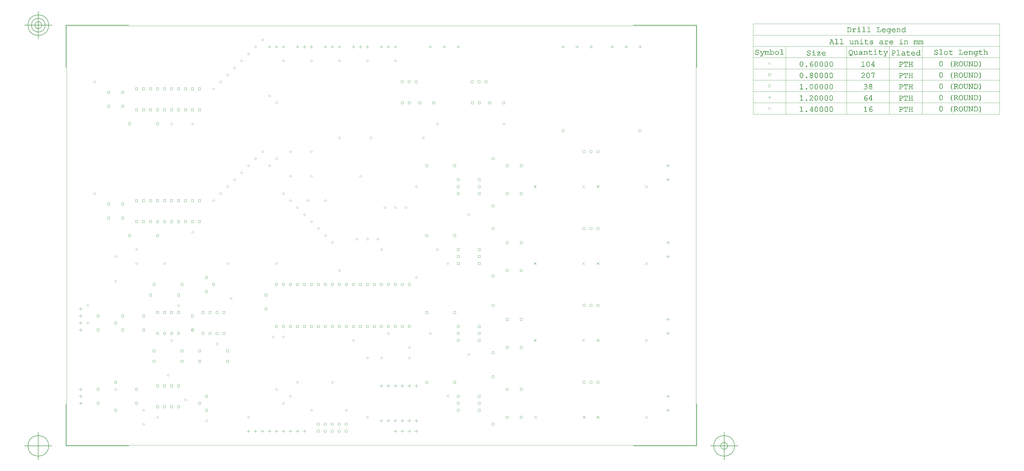
<source format=gbr>
G04 Generated by Ultiboard 14.3 *
%FSLAX35Y35*%
%MOMM*%

%ADD10C,0.00001*%
%ADD11C,0.10000*%
%ADD12C,0.01000*%
%ADD13C,0.00100*%
%ADD14C,0.00127*%
%ADD15C,0.12700*%


G04 ColorRGB 000000 for the following layer *
%LNDrill Symbols-Copper Top-Copper Bottom*%
%LPD*%
G54D11*
X12192000Y448000D02*
X12192000Y568000D01*
X12132000Y508000D02*
X12252000Y508000D01*
X12446000Y448000D02*
X12446000Y568000D01*
X12386000Y508000D02*
X12506000Y508000D01*
X12640000Y508000D02*
X12760000Y508000D01*
X12700000Y448000D02*
X12700000Y568000D01*
X11938000Y448000D02*
X11938000Y568000D01*
X11878000Y508000D02*
X11998000Y508000D01*
X16987003Y966503D02*
X17085997Y1065497D01*
X16987003Y1065497D02*
X17085997Y966503D01*
X18746503Y966503D02*
X18845497Y1065497D01*
X18746503Y1065497D02*
X18845497Y966503D01*
X19254503Y1065497D02*
X19353497Y966503D01*
X19254503Y966503D02*
X19353497Y1065497D01*
X21014003Y966503D02*
X21112997Y1065497D01*
X21014003Y1065497D02*
X21112997Y966503D01*
X15444000Y2482500D02*
G75*
D01*
G02X15444000Y2482500I50000J0*
G01*
X15444000Y762000D02*
G75*
D01*
G02X15444000Y762000I50000J0*
G01*
X21784000Y1270000D02*
X21904000Y1270000D01*
X21844000Y1210000D02*
X21844000Y1330000D01*
X21844000Y1718000D02*
X21844000Y1838000D01*
X21784000Y1778000D02*
X21904000Y1778000D01*
X19000000Y2286000D02*
G75*
D01*
G02X19000000Y2286000I50000J0*
G01*
X19254000Y2286000D02*
G75*
D01*
G02X19254000Y2286000I50000J0*
G01*
X18746000Y2286000D02*
G75*
D01*
G02X18746000Y2286000I50000J0*
G01*
X15444000Y5080000D02*
G75*
D01*
G02X15444000Y5080000I50000J0*
G01*
X15444000Y3359500D02*
G75*
D01*
G02X15444000Y3359500I50000J0*
G01*
X16968503Y3760503D02*
X17067497Y3859497D01*
X16968503Y3859497D02*
X17067497Y3760503D01*
X18728003Y3760503D02*
X18826997Y3859497D01*
X18728003Y3859497D02*
X18826997Y3760503D01*
X19254503Y3760503D02*
X19353497Y3859497D01*
X19254503Y3859497D02*
X19353497Y3760503D01*
X21014003Y3859497D02*
X21112997Y3760503D01*
X21014003Y3760503D02*
X21112997Y3859497D01*
X21844000Y4004000D02*
X21844000Y4124000D01*
X21784000Y4064000D02*
X21904000Y4064000D01*
X21784000Y4572000D02*
X21904000Y4572000D01*
X21844000Y4512000D02*
X21844000Y4632000D01*
X19000000Y5080000D02*
G75*
D01*
G02X19000000Y5080000I50000J0*
G01*
X19254000Y5080000D02*
G75*
D01*
G02X19254000Y5080000I50000J0*
G01*
X18746000Y5080000D02*
G75*
D01*
G02X18746000Y5080000I50000J0*
G01*
X15444000Y7874000D02*
G75*
D01*
G02X15444000Y7874000I50000J0*
G01*
X15444000Y6153500D02*
G75*
D01*
G02X15444000Y6153500I50000J0*
G01*
X16968503Y6653497D02*
X17067497Y6554503D01*
X16968503Y6554503D02*
X17067497Y6653497D01*
X18728003Y6653497D02*
X18826997Y6554503D01*
X18728003Y6554503D02*
X18826997Y6653497D01*
X19254503Y6554503D02*
X19353497Y6653497D01*
X19254503Y6653497D02*
X19353497Y6554503D01*
X21014003Y6653497D02*
X21112997Y6554503D01*
X21014003Y6554503D02*
X21112997Y6653497D01*
X21844000Y6798000D02*
X21844000Y6918000D01*
X21784000Y6858000D02*
X21904000Y6858000D01*
X21844000Y7306000D02*
X21844000Y7426000D01*
X21784000Y7366000D02*
X21904000Y7366000D01*
X19000000Y7874000D02*
G75*
D01*
G02X19000000Y7874000I50000J0*
G01*
X19254000Y7874000D02*
G75*
D01*
G02X19254000Y7874000I50000J0*
G01*
X18746000Y7874000D02*
G75*
D01*
G02X18746000Y7874000I50000J0*
G01*
X15444000Y10414000D02*
G75*
D01*
G02X15444000Y10414000I50000J0*
G01*
X15444000Y8693500D02*
G75*
D01*
G02X15444000Y8693500I50000J0*
G01*
X16968503Y9447497D02*
X17067497Y9348503D01*
X16968503Y9348503D02*
X17067497Y9447497D01*
X18728003Y9447497D02*
X18826997Y9348503D01*
X18728003Y9348503D02*
X18826997Y9447497D01*
X19254503Y9447497D02*
X19353497Y9348503D01*
X19254503Y9348503D02*
X19353497Y9447497D01*
X21014003Y9348503D02*
X21112997Y9447497D01*
X21014003Y9447497D02*
X21112997Y9348503D01*
X21784000Y9652000D02*
X21904000Y9652000D01*
X21844000Y9592000D02*
X21844000Y9712000D01*
X21844000Y10100000D02*
X21844000Y10220000D01*
X21784000Y10160000D02*
X21904000Y10160000D01*
X19000000Y10668000D02*
G75*
D01*
G02X19000000Y10668000I50000J0*
G01*
X19254000Y10668000D02*
G75*
D01*
G02X19254000Y10668000I50000J0*
G01*
X18746000Y10668000D02*
G75*
D01*
G02X18746000Y10668000I50000J0*
G01*
X448000Y1778000D02*
X568000Y1778000D01*
X508000Y1718000D02*
X508000Y1838000D01*
X508000Y1464000D02*
X508000Y1584000D01*
X448000Y1524000D02*
X568000Y1524000D01*
X448000Y2032000D02*
X568000Y2032000D01*
X508000Y1972000D02*
X508000Y2092000D01*
X508000Y4639000D02*
X508000Y4759000D01*
X448000Y4699000D02*
X568000Y4699000D01*
X448000Y4445000D02*
X568000Y4445000D01*
X508000Y4385000D02*
X508000Y4505000D01*
X448000Y4191000D02*
X568000Y4191000D01*
X508000Y4131000D02*
X508000Y4251000D01*
X448000Y4953000D02*
X568000Y4953000D01*
X508000Y4893000D02*
X508000Y5013000D01*
X9602000Y508000D02*
G75*
D01*
G02X9602000Y508000I50000J0*
G01*
X9602000Y762000D02*
G75*
D01*
G02X9602000Y762000I50000J0*
G01*
X10110000Y508000D02*
G75*
D01*
G02X10110000Y508000I50000J0*
G01*
X10110000Y762000D02*
G75*
D01*
G02X10110000Y762000I50000J0*
G01*
X9856000Y508000D02*
G75*
D01*
G02X9856000Y508000I50000J0*
G01*
X9856000Y762000D02*
G75*
D01*
G02X9856000Y762000I50000J0*
G01*
X9094000Y762000D02*
G75*
D01*
G02X9094000Y762000I50000J0*
G01*
X9094000Y508000D02*
G75*
D01*
G02X9094000Y508000I50000J0*
G01*
X9348000Y508000D02*
G75*
D01*
G02X9348000Y508000I50000J0*
G01*
X9348000Y762000D02*
G75*
D01*
G02X9348000Y762000I50000J0*
G01*
X11430000Y829000D02*
X11430000Y949000D01*
X11370000Y889000D02*
X11490000Y889000D01*
X11684000Y829000D02*
X11684000Y949000D01*
X11624000Y889000D02*
X11744000Y889000D01*
X11878000Y889000D02*
X11998000Y889000D01*
X11938000Y829000D02*
X11938000Y949000D01*
X12132000Y889000D02*
X12252000Y889000D01*
X12192000Y829000D02*
X12192000Y949000D01*
X12386000Y889000D02*
X12506000Y889000D01*
X12446000Y829000D02*
X12446000Y949000D01*
X11430000Y2099000D02*
X11430000Y2219000D01*
X11370000Y2159000D02*
X11490000Y2159000D01*
X11624000Y2159000D02*
X11744000Y2159000D01*
X11684000Y2099000D02*
X11684000Y2219000D01*
X11878000Y2159000D02*
X11998000Y2159000D01*
X11938000Y2099000D02*
X11938000Y2219000D01*
X12132000Y2159000D02*
X12252000Y2159000D01*
X12192000Y2099000D02*
X12192000Y2219000D01*
X12386000Y2159000D02*
X12506000Y2159000D01*
X12446000Y2099000D02*
X12446000Y2219000D01*
X12700000Y2099000D02*
X12700000Y2219000D01*
X12640000Y2159000D02*
X12760000Y2159000D01*
X12640000Y889000D02*
X12760000Y889000D01*
X12700000Y829000D02*
X12700000Y949000D01*
X12396000Y13208000D02*
G75*
D01*
G02X12396000Y13208000I50000J0*
G01*
X12650000Y13208000D02*
G75*
D01*
G02X12650000Y13208000I50000J0*
G01*
X12142000Y13208000D02*
G75*
D01*
G02X12142000Y13208000I50000J0*
G01*
X14936000Y13208000D02*
G75*
D01*
G02X14936000Y13208000I50000J0*
G01*
X15190000Y13208000D02*
G75*
D01*
G02X15190000Y13208000I50000J0*
G01*
X14682000Y13208000D02*
G75*
D01*
G02X14682000Y13208000I50000J0*
G01*
X13208000Y14418000D02*
X13208000Y14538000D01*
X13148000Y14478000D02*
X13268000Y14478000D01*
X13716000Y14418000D02*
X13716000Y14538000D01*
X13656000Y14478000D02*
X13776000Y14478000D01*
X14224000Y14418000D02*
X14224000Y14538000D01*
X14164000Y14478000D02*
X14284000Y14478000D01*
X7560000Y14478000D02*
X7680000Y14478000D01*
X7620000Y14418000D02*
X7620000Y14538000D01*
X7306000Y14478000D02*
X7426000Y14478000D01*
X7366000Y14418000D02*
X7366000Y14538000D01*
X7874000Y14418000D02*
X7874000Y14538000D01*
X7814000Y14478000D02*
X7934000Y14478000D01*
X8636000Y14418000D02*
X8636000Y14538000D01*
X8576000Y14478000D02*
X8696000Y14478000D01*
X8322000Y14478000D02*
X8442000Y14478000D01*
X8382000Y14418000D02*
X8382000Y14538000D01*
X8830000Y14478000D02*
X8950000Y14478000D01*
X8890000Y14418000D02*
X8890000Y14538000D01*
X9592000Y14478000D02*
X9712000Y14478000D01*
X9652000Y14418000D02*
X9652000Y14538000D01*
X9338000Y14478000D02*
X9458000Y14478000D01*
X9398000Y14418000D02*
X9398000Y14538000D01*
X9846000Y14478000D02*
X9966000Y14478000D01*
X9906000Y14418000D02*
X9906000Y14538000D01*
X10608000Y14478000D02*
X10728000Y14478000D01*
X10668000Y14418000D02*
X10668000Y14538000D01*
X10354000Y14478000D02*
X10474000Y14478000D01*
X10414000Y14418000D02*
X10414000Y14538000D01*
X10922000Y14418000D02*
X10922000Y14538000D01*
X10862000Y14478000D02*
X10982000Y14478000D01*
X11624000Y14478000D02*
X11744000Y14478000D01*
X11684000Y14418000D02*
X11684000Y14538000D01*
X11430000Y14418000D02*
X11430000Y14538000D01*
X11370000Y14478000D02*
X11490000Y14478000D01*
X11878000Y14478000D02*
X11998000Y14478000D01*
X11938000Y14418000D02*
X11938000Y14538000D01*
X17974000Y14478000D02*
X18094000Y14478000D01*
X18034000Y14418000D02*
X18034000Y14538000D01*
X18542000Y14418000D02*
X18542000Y14538000D01*
X18482000Y14478000D02*
X18602000Y14478000D01*
X19050000Y14418000D02*
X19050000Y14538000D01*
X18990000Y14478000D02*
X19110000Y14478000D01*
X19812000Y14418000D02*
X19812000Y14538000D01*
X19752000Y14478000D02*
X19872000Y14478000D01*
X20320000Y14418000D02*
X20320000Y14538000D01*
X20260000Y14478000D02*
X20380000Y14478000D01*
X20768000Y14478000D02*
X20888000Y14478000D01*
X20828000Y14418000D02*
X20828000Y14538000D01*
X17984000Y11430000D02*
G75*
D01*
G02X17984000Y11430000I50000J0*
G01*
X20778000Y11430000D02*
G75*
D01*
G02X20778000Y11430000I50000J0*
G01*
X8382000Y448000D02*
X8382000Y568000D01*
X8322000Y508000D02*
X8442000Y508000D01*
X6544000Y508000D02*
X6664000Y508000D01*
X6604000Y448000D02*
X6604000Y568000D01*
X7560000Y508000D02*
X7680000Y508000D01*
X7620000Y448000D02*
X7620000Y568000D01*
X7112000Y448000D02*
X7112000Y568000D01*
X7052000Y508000D02*
X7172000Y508000D01*
X6798000Y508000D02*
X6918000Y508000D01*
X6858000Y448000D02*
X6858000Y568000D01*
X7306000Y508000D02*
X7426000Y508000D01*
X7366000Y448000D02*
X7366000Y568000D01*
X7814000Y508000D02*
X7934000Y508000D01*
X7874000Y448000D02*
X7874000Y568000D01*
X8068000Y508000D02*
X8188000Y508000D01*
X8128000Y448000D02*
X8128000Y568000D01*
X8576000Y508000D02*
X8696000Y508000D01*
X8636000Y448000D02*
X8636000Y568000D01*
X25480990Y12289897D02*
X25579985Y12190903D01*
X25480990Y12190903D02*
X25579985Y12289897D01*
X25470488Y12650400D02*
X25590488Y12650400D01*
X25530488Y12590400D02*
X25530488Y12710400D01*
X25480488Y13060400D02*
G75*
D01*
G02X25480488Y13060400I50000J0*
G01*
G54D12*
X15959555Y1987018D02*
X16039555Y1987018D01*
X16039555Y2067018D01*
X15959555Y2067018D01*
X15959555Y1987018D01*
X15959555Y971018D02*
X16039555Y971018D01*
X16039555Y1051018D01*
X15959555Y1051018D01*
X15959555Y971018D01*
X16470000Y976000D02*
X16550000Y976000D01*
X16550000Y1056000D01*
X16470000Y1056000D01*
X16470000Y976000D01*
X16470000Y1992000D02*
X16550000Y1992000D01*
X16550000Y2072000D01*
X16470000Y2072000D01*
X16470000Y1992000D01*
X14184000Y1738000D02*
X14264000Y1738000D01*
X14264000Y1818000D01*
X14184000Y1818000D01*
X14184000Y1738000D01*
X14184000Y1484000D02*
X14264000Y1484000D01*
X14264000Y1564000D01*
X14184000Y1564000D01*
X14184000Y1484000D01*
X14184000Y1230000D02*
X14264000Y1230000D01*
X14264000Y1310000D01*
X14184000Y1310000D01*
X14184000Y1230000D01*
X14946000Y1230000D02*
X15026000Y1230000D01*
X15026000Y1310000D01*
X14946000Y1310000D01*
X14946000Y1230000D01*
X14946000Y1484000D02*
X15026000Y1484000D01*
X15026000Y1564000D01*
X14946000Y1564000D01*
X14946000Y1484000D01*
X14946000Y1738000D02*
X15026000Y1738000D01*
X15026000Y1818000D01*
X14946000Y1818000D01*
X14946000Y1738000D01*
X15962000Y4532000D02*
X16042000Y4532000D01*
X16042000Y4612000D01*
X15962000Y4612000D01*
X15962000Y4532000D01*
X15962000Y3516000D02*
X16042000Y3516000D01*
X16042000Y3596000D01*
X15962000Y3596000D01*
X15962000Y3516000D01*
X16470000Y3516000D02*
X16550000Y3516000D01*
X16550000Y3596000D01*
X16470000Y3596000D01*
X16470000Y3516000D01*
X16470000Y4532000D02*
X16550000Y4532000D01*
X16550000Y4612000D01*
X16470000Y4612000D01*
X16470000Y4532000D01*
X14184000Y4278000D02*
X14264000Y4278000D01*
X14264000Y4358000D01*
X14184000Y4358000D01*
X14184000Y4278000D01*
X14184000Y4024000D02*
X14264000Y4024000D01*
X14264000Y4104000D01*
X14184000Y4104000D01*
X14184000Y4024000D01*
X14184000Y3770000D02*
X14264000Y3770000D01*
X14264000Y3850000D01*
X14184000Y3850000D01*
X14184000Y3770000D01*
X14946000Y3770000D02*
X15026000Y3770000D01*
X15026000Y3850000D01*
X14946000Y3850000D01*
X14946000Y3770000D01*
X14946000Y4024000D02*
X15026000Y4024000D01*
X15026000Y4104000D01*
X14946000Y4104000D01*
X14946000Y4024000D01*
X14946000Y4278000D02*
X15026000Y4278000D01*
X15026000Y4358000D01*
X14946000Y4358000D01*
X14946000Y4278000D01*
X15962000Y7326000D02*
X16042000Y7326000D01*
X16042000Y7406000D01*
X15962000Y7406000D01*
X15962000Y7326000D01*
X15962000Y6310000D02*
X16042000Y6310000D01*
X16042000Y6390000D01*
X15962000Y6390000D01*
X15962000Y6310000D01*
X16470000Y6310000D02*
X16550000Y6310000D01*
X16550000Y6390000D01*
X16470000Y6390000D01*
X16470000Y6310000D01*
X16470000Y7326000D02*
X16550000Y7326000D01*
X16550000Y7406000D01*
X16470000Y7406000D01*
X16470000Y7326000D01*
X14184000Y7072000D02*
X14264000Y7072000D01*
X14264000Y7152000D01*
X14184000Y7152000D01*
X14184000Y7072000D01*
X14184000Y6818000D02*
X14264000Y6818000D01*
X14264000Y6898000D01*
X14184000Y6898000D01*
X14184000Y6818000D01*
X14184000Y6564000D02*
X14264000Y6564000D01*
X14264000Y6644000D01*
X14184000Y6644000D01*
X14184000Y6564000D01*
X14946000Y6564000D02*
X15026000Y6564000D01*
X15026000Y6644000D01*
X14946000Y6644000D01*
X14946000Y6564000D01*
X14946000Y6818000D02*
X15026000Y6818000D01*
X15026000Y6898000D01*
X14946000Y6898000D01*
X14946000Y6818000D01*
X14946000Y7072000D02*
X15026000Y7072000D01*
X15026000Y7152000D01*
X14946000Y7152000D01*
X14946000Y7072000D01*
X14184000Y9612000D02*
X14264000Y9612000D01*
X14264000Y9692000D01*
X14184000Y9692000D01*
X14184000Y9612000D01*
X14184000Y9358000D02*
X14264000Y9358000D01*
X14264000Y9438000D01*
X14184000Y9438000D01*
X14184000Y9358000D01*
X14184000Y9104000D02*
X14264000Y9104000D01*
X14264000Y9184000D01*
X14184000Y9184000D01*
X14184000Y9104000D01*
X14946000Y9104000D02*
X15026000Y9104000D01*
X15026000Y9184000D01*
X14946000Y9184000D01*
X14946000Y9104000D01*
X14946000Y9358000D02*
X15026000Y9358000D01*
X15026000Y9438000D01*
X14946000Y9438000D01*
X14946000Y9358000D01*
X14946000Y9612000D02*
X15026000Y9612000D01*
X15026000Y9692000D01*
X14946000Y9692000D01*
X14946000Y9612000D01*
X15962000Y10120000D02*
X16042000Y10120000D01*
X16042000Y10200000D01*
X15962000Y10200000D01*
X15962000Y10120000D01*
X15962000Y9104000D02*
X16042000Y9104000D01*
X16042000Y9184000D01*
X15962000Y9184000D01*
X15962000Y9104000D01*
X16470000Y9104000D02*
X16550000Y9104000D01*
X16550000Y9184000D01*
X16470000Y9184000D01*
X16470000Y9104000D01*
X16470000Y10120000D02*
X16550000Y10120000D01*
X16550000Y10200000D01*
X16470000Y10200000D01*
X16470000Y10120000D01*
X2500000Y1992000D02*
X2580000Y1992000D01*
X2580000Y2072000D01*
X2500000Y2072000D01*
X2500000Y1992000D01*
X2500000Y1484000D02*
X2580000Y1484000D01*
X2580000Y1564000D01*
X2500000Y1564000D01*
X2500000Y1484000D01*
X1738000Y2246000D02*
X1818000Y2246000D01*
X1818000Y2326000D01*
X1738000Y2326000D01*
X1738000Y2246000D01*
X1738000Y1230000D02*
X1818000Y1230000D01*
X1818000Y1310000D01*
X1738000Y1310000D01*
X1738000Y1230000D01*
X1103000Y1484000D02*
X1183000Y1484000D01*
X1183000Y1564000D01*
X1103000Y1564000D01*
X1103000Y1484000D01*
X1103000Y1992000D02*
X1183000Y1992000D01*
X1183000Y2072000D01*
X1103000Y2072000D01*
X1103000Y1992000D01*
X3516000Y1357000D02*
X3596000Y1357000D01*
X3596000Y1437000D01*
X3516000Y1437000D01*
X3516000Y1357000D01*
X3770000Y1357000D02*
X3850000Y1357000D01*
X3850000Y1437000D01*
X3770000Y1437000D01*
X3770000Y1357000D01*
X4024000Y1357000D02*
X4104000Y1357000D01*
X4104000Y1437000D01*
X4024000Y1437000D01*
X4024000Y1357000D01*
X3262000Y2119000D02*
X3342000Y2119000D01*
X3342000Y2199000D01*
X3262000Y2199000D01*
X3262000Y2119000D01*
X3516000Y2119000D02*
X3596000Y2119000D01*
X3596000Y2199000D01*
X3516000Y2199000D01*
X3516000Y2119000D01*
X3770000Y2119000D02*
X3850000Y2119000D01*
X3850000Y2199000D01*
X3770000Y2199000D01*
X3770000Y2119000D01*
X4024000Y2119000D02*
X4104000Y2119000D01*
X4104000Y2199000D01*
X4024000Y2199000D01*
X4024000Y2119000D01*
X3262000Y1357000D02*
X3342000Y1357000D01*
X3342000Y1437000D01*
X3262000Y1437000D01*
X3262000Y1357000D01*
X8850000Y4278000D02*
X8930000Y4278000D01*
X8930000Y4358000D01*
X8850000Y4358000D01*
X8850000Y4278000D01*
X8088000Y4278000D02*
X8168000Y4278000D01*
X8168000Y4358000D01*
X8088000Y4358000D01*
X8088000Y4278000D01*
X7834000Y4278000D02*
X7914000Y4278000D01*
X7914000Y4358000D01*
X7834000Y4358000D01*
X7834000Y4278000D01*
X7580000Y4278000D02*
X7660000Y4278000D01*
X7660000Y4358000D01*
X7580000Y4358000D01*
X7580000Y4278000D01*
X8596000Y4278000D02*
X8676000Y4278000D01*
X8676000Y4358000D01*
X8596000Y4358000D01*
X8596000Y4278000D01*
X8342000Y4278000D02*
X8422000Y4278000D01*
X8422000Y4358000D01*
X8342000Y4358000D01*
X8342000Y4278000D01*
X10374000Y4278000D02*
X10454000Y4278000D01*
X10454000Y4358000D01*
X10374000Y4358000D01*
X10374000Y4278000D01*
X9612000Y4278000D02*
X9692000Y4278000D01*
X9692000Y4358000D01*
X9612000Y4358000D01*
X9612000Y4278000D01*
X9358000Y4278000D02*
X9438000Y4278000D01*
X9438000Y4358000D01*
X9358000Y4358000D01*
X9358000Y4278000D01*
X9104000Y4278000D02*
X9184000Y4278000D01*
X9184000Y4358000D01*
X9104000Y4358000D01*
X9104000Y4278000D01*
X9866000Y4278000D02*
X9946000Y4278000D01*
X9946000Y4358000D01*
X9866000Y4358000D01*
X9866000Y4278000D01*
X10120000Y4278000D02*
X10200000Y4278000D01*
X10200000Y4358000D01*
X10120000Y4358000D01*
X10120000Y4278000D01*
X11136000Y4278000D02*
X11216000Y4278000D01*
X11216000Y4358000D01*
X11136000Y4358000D01*
X11136000Y4278000D01*
X10628000Y4278000D02*
X10708000Y4278000D01*
X10708000Y4358000D01*
X10628000Y4358000D01*
X10628000Y4278000D01*
X10882000Y4278000D02*
X10962000Y4278000D01*
X10962000Y4358000D01*
X10882000Y4358000D01*
X10882000Y4278000D01*
X11898000Y4278000D02*
X11978000Y4278000D01*
X11978000Y4358000D01*
X11898000Y4358000D01*
X11898000Y4278000D01*
X11390000Y4278000D02*
X11470000Y4278000D01*
X11470000Y4358000D01*
X11390000Y4358000D01*
X11390000Y4278000D01*
X11644000Y4278000D02*
X11724000Y4278000D01*
X11724000Y4358000D01*
X11644000Y4358000D01*
X11644000Y4278000D01*
X12152000Y4278000D02*
X12232000Y4278000D01*
X12232000Y4358000D01*
X12152000Y4358000D01*
X12152000Y4278000D01*
X12406000Y4278000D02*
X12486000Y4278000D01*
X12486000Y4358000D01*
X12406000Y4358000D01*
X12406000Y4278000D01*
X8850000Y5802000D02*
X8930000Y5802000D01*
X8930000Y5882000D01*
X8850000Y5882000D01*
X8850000Y5802000D01*
X8088000Y5802000D02*
X8168000Y5802000D01*
X8168000Y5882000D01*
X8088000Y5882000D01*
X8088000Y5802000D01*
X7834000Y5802000D02*
X7914000Y5802000D01*
X7914000Y5882000D01*
X7834000Y5882000D01*
X7834000Y5802000D01*
X8596000Y5802000D02*
X8676000Y5802000D01*
X8676000Y5882000D01*
X8596000Y5882000D01*
X8596000Y5802000D01*
X8342000Y5802000D02*
X8422000Y5802000D01*
X8422000Y5882000D01*
X8342000Y5882000D01*
X8342000Y5802000D01*
X10374000Y5802000D02*
X10454000Y5802000D01*
X10454000Y5882000D01*
X10374000Y5882000D01*
X10374000Y5802000D01*
X9612000Y5802000D02*
X9692000Y5802000D01*
X9692000Y5882000D01*
X9612000Y5882000D01*
X9612000Y5802000D01*
X9358000Y5802000D02*
X9438000Y5802000D01*
X9438000Y5882000D01*
X9358000Y5882000D01*
X9358000Y5802000D01*
X9104000Y5802000D02*
X9184000Y5802000D01*
X9184000Y5882000D01*
X9104000Y5882000D01*
X9104000Y5802000D01*
X10120000Y5802000D02*
X10200000Y5802000D01*
X10200000Y5882000D01*
X10120000Y5882000D01*
X10120000Y5802000D01*
X9866000Y5802000D02*
X9946000Y5802000D01*
X9946000Y5882000D01*
X9866000Y5882000D01*
X9866000Y5802000D01*
X11136000Y5802000D02*
X11216000Y5802000D01*
X11216000Y5882000D01*
X11136000Y5882000D01*
X11136000Y5802000D01*
X10882000Y5802000D02*
X10962000Y5802000D01*
X10962000Y5882000D01*
X10882000Y5882000D01*
X10882000Y5802000D01*
X10628000Y5802000D02*
X10708000Y5802000D01*
X10708000Y5882000D01*
X10628000Y5882000D01*
X10628000Y5802000D01*
X11898000Y5802000D02*
X11978000Y5802000D01*
X11978000Y5882000D01*
X11898000Y5882000D01*
X11898000Y5802000D01*
X11644000Y5802000D02*
X11724000Y5802000D01*
X11724000Y5882000D01*
X11644000Y5882000D01*
X11644000Y5802000D01*
X11390000Y5802000D02*
X11470000Y5802000D01*
X11470000Y5882000D01*
X11390000Y5882000D01*
X11390000Y5802000D01*
X12152000Y5802000D02*
X12232000Y5802000D01*
X12232000Y5882000D01*
X12152000Y5882000D01*
X12152000Y5802000D01*
X12406000Y5802000D02*
X12486000Y5802000D01*
X12486000Y5882000D01*
X12406000Y5882000D01*
X12406000Y5802000D01*
X7580000Y5802000D02*
X7660000Y5802000D01*
X7660000Y5882000D01*
X7580000Y5882000D01*
X7580000Y5802000D01*
X7199000Y4913000D02*
X7279000Y4913000D01*
X7279000Y4993000D01*
X7199000Y4993000D01*
X7199000Y4913000D01*
X7199000Y5421000D02*
X7279000Y5421000D01*
X7279000Y5501000D01*
X7199000Y5501000D01*
X7199000Y5421000D01*
X4151000Y3008000D02*
X4231000Y3008000D01*
X4231000Y3088000D01*
X4151000Y3088000D01*
X4151000Y3008000D01*
X3135000Y3008000D02*
X3215000Y3008000D01*
X3215000Y3088000D01*
X3135000Y3088000D01*
X3135000Y3008000D01*
X3135000Y3389000D02*
X3215000Y3389000D01*
X3215000Y3469000D01*
X3135000Y3469000D01*
X3135000Y3389000D01*
X4151000Y3389000D02*
X4231000Y3389000D01*
X4231000Y3469000D01*
X4151000Y3469000D01*
X4151000Y3389000D01*
X4786000Y3389000D02*
X4866000Y3389000D01*
X4866000Y3469000D01*
X4786000Y3469000D01*
X4786000Y3389000D01*
X5802000Y3389000D02*
X5882000Y3389000D01*
X5882000Y3469000D01*
X5802000Y3469000D01*
X5802000Y3389000D01*
X3516000Y4024000D02*
X3596000Y4024000D01*
X3596000Y4104000D01*
X3516000Y4104000D01*
X3516000Y4024000D01*
X3770000Y4024000D02*
X3850000Y4024000D01*
X3850000Y4104000D01*
X3770000Y4104000D01*
X3770000Y4024000D01*
X4024000Y4024000D02*
X4104000Y4024000D01*
X4104000Y4104000D01*
X4024000Y4104000D01*
X4024000Y4024000D01*
X3262000Y4786000D02*
X3342000Y4786000D01*
X3342000Y4866000D01*
X3262000Y4866000D01*
X3262000Y4786000D01*
X3516000Y4786000D02*
X3596000Y4786000D01*
X3596000Y4866000D01*
X3516000Y4866000D01*
X3516000Y4786000D01*
X3770000Y4786000D02*
X3850000Y4786000D01*
X3850000Y4866000D01*
X3770000Y4866000D01*
X3770000Y4786000D01*
X4024000Y4786000D02*
X4104000Y4786000D01*
X4104000Y4866000D01*
X4024000Y4866000D01*
X4024000Y4786000D01*
X3262000Y4024000D02*
X3342000Y4024000D01*
X3342000Y4104000D01*
X3262000Y4104000D01*
X3262000Y4024000D01*
X5167000Y4024000D02*
X5247000Y4024000D01*
X5247000Y4104000D01*
X5167000Y4104000D01*
X5167000Y4024000D01*
X5421000Y4024000D02*
X5501000Y4024000D01*
X5501000Y4104000D01*
X5421000Y4104000D01*
X5421000Y4024000D01*
X5675000Y4024000D02*
X5755000Y4024000D01*
X5755000Y4104000D01*
X5675000Y4104000D01*
X5675000Y4024000D01*
X4913000Y4786000D02*
X4993000Y4786000D01*
X4993000Y4866000D01*
X4913000Y4866000D01*
X4913000Y4786000D01*
X5167000Y4786000D02*
X5247000Y4786000D01*
X5247000Y4866000D01*
X5167000Y4866000D01*
X5167000Y4786000D01*
X5421000Y4786000D02*
X5501000Y4786000D01*
X5501000Y4866000D01*
X5421000Y4866000D01*
X5421000Y4786000D01*
X5675000Y4786000D02*
X5755000Y4786000D01*
X5755000Y4866000D01*
X5675000Y4866000D01*
X5675000Y4786000D01*
X4913000Y4024000D02*
X4993000Y4024000D01*
X4993000Y4104000D01*
X4913000Y4104000D01*
X4913000Y4024000D01*
X1992000Y4659000D02*
X2072000Y4659000D01*
X2072000Y4739000D01*
X1992000Y4739000D01*
X1992000Y4659000D01*
X1992000Y4151000D02*
X2072000Y4151000D01*
X2072000Y4231000D01*
X1992000Y4231000D01*
X1992000Y4151000D01*
X1738000Y4405000D02*
X1818000Y4405000D01*
X1818000Y4485000D01*
X1738000Y4485000D01*
X1738000Y4405000D01*
X1103000Y4659000D02*
X1183000Y4659000D01*
X1183000Y4739000D01*
X1103000Y4739000D01*
X1103000Y4659000D01*
X1103000Y4151000D02*
X1183000Y4151000D01*
X1183000Y4231000D01*
X1103000Y4231000D01*
X1103000Y4151000D01*
X2754000Y4659000D02*
X2834000Y4659000D01*
X2834000Y4739000D01*
X2754000Y4739000D01*
X2754000Y4659000D01*
X2754000Y4151000D02*
X2834000Y4151000D01*
X2834000Y4231000D01*
X2754000Y4231000D01*
X2754000Y4151000D01*
X4532000Y4659000D02*
X4612000Y4659000D01*
X4612000Y4739000D01*
X4532000Y4739000D01*
X4532000Y4659000D01*
X4532000Y4151000D02*
X4612000Y4151000D01*
X4612000Y4231000D01*
X4532000Y4231000D01*
X4532000Y4151000D01*
X5040000Y5548000D02*
X5120000Y5548000D01*
X5120000Y5628000D01*
X5040000Y5628000D01*
X5040000Y5548000D01*
X5040000Y6056000D02*
X5120000Y6056000D01*
X5120000Y6136000D01*
X5040000Y6136000D01*
X5040000Y6056000D01*
X5294000Y5802000D02*
X5374000Y5802000D01*
X5374000Y5882000D01*
X5294000Y5882000D01*
X5294000Y5802000D01*
X4151000Y5802000D02*
X4231000Y5802000D01*
X4231000Y5882000D01*
X4151000Y5882000D01*
X4151000Y5802000D01*
X3135000Y5802000D02*
X3215000Y5802000D01*
X3215000Y5882000D01*
X3135000Y5882000D01*
X3135000Y5802000D01*
X2500000Y8088000D02*
X2580000Y8088000D01*
X2580000Y8168000D01*
X2500000Y8168000D01*
X2500000Y8088000D01*
X2754000Y8088000D02*
X2834000Y8088000D01*
X2834000Y8168000D01*
X2754000Y8168000D01*
X2754000Y8088000D01*
X3008000Y8088000D02*
X3088000Y8088000D01*
X3088000Y8168000D01*
X3008000Y8168000D01*
X3008000Y8088000D01*
X3262000Y8088000D02*
X3342000Y8088000D01*
X3342000Y8168000D01*
X3262000Y8168000D01*
X3262000Y8088000D01*
X3516000Y8088000D02*
X3596000Y8088000D01*
X3596000Y8168000D01*
X3516000Y8168000D01*
X3516000Y8088000D01*
X3770000Y8088000D02*
X3850000Y8088000D01*
X3850000Y8168000D01*
X3770000Y8168000D01*
X3770000Y8088000D01*
X4024000Y8088000D02*
X4104000Y8088000D01*
X4104000Y8168000D01*
X4024000Y8168000D01*
X4024000Y8088000D01*
X4278000Y8088000D02*
X4358000Y8088000D01*
X4358000Y8168000D01*
X4278000Y8168000D01*
X4278000Y8088000D01*
X4532000Y8088000D02*
X4612000Y8088000D01*
X4612000Y8168000D01*
X4532000Y8168000D01*
X4532000Y8088000D01*
X4786000Y8088000D02*
X4866000Y8088000D01*
X4866000Y8168000D01*
X4786000Y8168000D01*
X4786000Y8088000D01*
X2754000Y8850000D02*
X2834000Y8850000D01*
X2834000Y8930000D01*
X2754000Y8930000D01*
X2754000Y8850000D01*
X3008000Y8850000D02*
X3088000Y8850000D01*
X3088000Y8930000D01*
X3008000Y8930000D01*
X3008000Y8850000D01*
X3262000Y8850000D02*
X3342000Y8850000D01*
X3342000Y8930000D01*
X3262000Y8930000D01*
X3262000Y8850000D01*
X3516000Y8850000D02*
X3596000Y8850000D01*
X3596000Y8930000D01*
X3516000Y8930000D01*
X3516000Y8850000D01*
X3770000Y8850000D02*
X3850000Y8850000D01*
X3850000Y8930000D01*
X3770000Y8930000D01*
X3770000Y8850000D01*
X4024000Y8850000D02*
X4104000Y8850000D01*
X4104000Y8930000D01*
X4024000Y8930000D01*
X4024000Y8850000D01*
X4278000Y8850000D02*
X4358000Y8850000D01*
X4358000Y8930000D01*
X4278000Y8930000D01*
X4278000Y8850000D01*
X4532000Y8850000D02*
X4612000Y8850000D01*
X4612000Y8930000D01*
X4532000Y8930000D01*
X4532000Y8850000D01*
X4786000Y8850000D02*
X4866000Y8850000D01*
X4866000Y8930000D01*
X4786000Y8930000D01*
X4786000Y8850000D01*
X2500000Y8850000D02*
X2580000Y8850000D01*
X2580000Y8930000D01*
X2500000Y8930000D01*
X2500000Y8850000D01*
X1992000Y8723000D02*
X2072000Y8723000D01*
X2072000Y8803000D01*
X1992000Y8803000D01*
X1992000Y8723000D01*
X1992000Y8215000D02*
X2072000Y8215000D01*
X2072000Y8295000D01*
X1992000Y8295000D01*
X1992000Y8215000D01*
X2500000Y12152000D02*
X2580000Y12152000D01*
X2580000Y12232000D01*
X2500000Y12232000D01*
X2500000Y12152000D01*
X2754000Y12152000D02*
X2834000Y12152000D01*
X2834000Y12232000D01*
X2754000Y12232000D01*
X2754000Y12152000D01*
X3008000Y12152000D02*
X3088000Y12152000D01*
X3088000Y12232000D01*
X3008000Y12232000D01*
X3008000Y12152000D01*
X3262000Y12152000D02*
X3342000Y12152000D01*
X3342000Y12232000D01*
X3262000Y12232000D01*
X3262000Y12152000D01*
X3516000Y12152000D02*
X3596000Y12152000D01*
X3596000Y12232000D01*
X3516000Y12232000D01*
X3516000Y12152000D01*
X3770000Y12152000D02*
X3850000Y12152000D01*
X3850000Y12232000D01*
X3770000Y12232000D01*
X3770000Y12152000D01*
X4024000Y12152000D02*
X4104000Y12152000D01*
X4104000Y12232000D01*
X4024000Y12232000D01*
X4024000Y12152000D01*
X4278000Y12152000D02*
X4358000Y12152000D01*
X4358000Y12232000D01*
X4278000Y12232000D01*
X4278000Y12152000D01*
X4532000Y12152000D02*
X4612000Y12152000D01*
X4612000Y12232000D01*
X4532000Y12232000D01*
X4532000Y12152000D01*
X4786000Y12152000D02*
X4866000Y12152000D01*
X4866000Y12232000D01*
X4786000Y12232000D01*
X4786000Y12152000D01*
X2754000Y12914000D02*
X2834000Y12914000D01*
X2834000Y12994000D01*
X2754000Y12994000D01*
X2754000Y12914000D01*
X3008000Y12914000D02*
X3088000Y12914000D01*
X3088000Y12994000D01*
X3008000Y12994000D01*
X3008000Y12914000D01*
X3262000Y12914000D02*
X3342000Y12914000D01*
X3342000Y12994000D01*
X3262000Y12994000D01*
X3262000Y12914000D01*
X3516000Y12914000D02*
X3596000Y12914000D01*
X3596000Y12994000D01*
X3516000Y12994000D01*
X3516000Y12914000D01*
X3770000Y12914000D02*
X3850000Y12914000D01*
X3850000Y12994000D01*
X3770000Y12994000D01*
X3770000Y12914000D01*
X4024000Y12914000D02*
X4104000Y12914000D01*
X4104000Y12994000D01*
X4024000Y12994000D01*
X4024000Y12914000D01*
X4278000Y12914000D02*
X4358000Y12914000D01*
X4358000Y12994000D01*
X4278000Y12994000D01*
X4278000Y12914000D01*
X4532000Y12914000D02*
X4612000Y12914000D01*
X4612000Y12994000D01*
X4532000Y12994000D01*
X4532000Y12914000D01*
X4786000Y12914000D02*
X4866000Y12914000D01*
X4866000Y12994000D01*
X4786000Y12994000D01*
X4786000Y12914000D01*
X2500000Y12914000D02*
X2580000Y12914000D01*
X2580000Y12994000D01*
X2500000Y12994000D01*
X2500000Y12914000D01*
X1992000Y12787000D02*
X2072000Y12787000D01*
X2072000Y12867000D01*
X1992000Y12867000D01*
X1992000Y12787000D01*
X1992000Y12279000D02*
X2072000Y12279000D01*
X2072000Y12359000D01*
X1992000Y12359000D01*
X1992000Y12279000D01*
X5040000Y1738000D02*
X5120000Y1738000D01*
X5120000Y1818000D01*
X5040000Y1818000D01*
X5040000Y1738000D01*
X5040000Y1230000D02*
X5120000Y1230000D01*
X5120000Y1310000D01*
X5040000Y1310000D01*
X5040000Y1230000D01*
X4786000Y1484000D02*
X4866000Y1484000D01*
X4866000Y1564000D01*
X4786000Y1564000D01*
X4786000Y1484000D01*
X12406000Y12406000D02*
X12486000Y12406000D01*
X12486000Y12486000D01*
X12406000Y12486000D01*
X12406000Y12406000D01*
X12152000Y12406000D02*
X12232000Y12406000D01*
X12232000Y12486000D01*
X12152000Y12486000D01*
X12152000Y12406000D01*
X14946000Y12406000D02*
X15026000Y12406000D01*
X15026000Y12486000D01*
X14946000Y12486000D01*
X14946000Y12406000D01*
X14692000Y12406000D02*
X14772000Y12406000D01*
X14772000Y12486000D01*
X14692000Y12486000D01*
X14692000Y12406000D01*
X13295000Y12406000D02*
X13375000Y12406000D01*
X13375000Y12486000D01*
X13295000Y12486000D01*
X13295000Y12406000D01*
X12787000Y12406000D02*
X12867000Y12406000D01*
X12867000Y12486000D01*
X12787000Y12486000D01*
X12787000Y12406000D01*
X15835000Y12406000D02*
X15915000Y12406000D01*
X15915000Y12486000D01*
X15835000Y12486000D01*
X15835000Y12406000D01*
X15327000Y12406000D02*
X15407000Y12406000D01*
X15407000Y12486000D01*
X15327000Y12486000D01*
X15327000Y12406000D01*
X3302000Y973574D02*
X3344426Y1016000D01*
X3302000Y1058426D01*
X3259574Y1016000D01*
X3302000Y973574D01*
X2794000Y719574D02*
X2836426Y762000D01*
X2794000Y804426D01*
X2751574Y762000D01*
X2794000Y719574D01*
X2794000Y1227574D02*
X2836426Y1270000D01*
X2794000Y1312426D01*
X2751574Y1270000D01*
X2794000Y1227574D01*
X4318000Y1608574D02*
X4360426Y1651000D01*
X4318000Y1693426D01*
X4275574Y1651000D01*
X4318000Y1608574D01*
X5461000Y3640574D02*
X5503426Y3683000D01*
X5461000Y3725426D01*
X5418574Y3683000D01*
X5461000Y3640574D01*
X3810000Y3767574D02*
X3852426Y3810000D01*
X3810000Y3852426D01*
X3767574Y3810000D01*
X3810000Y3767574D01*
X762000Y4402574D02*
X804426Y4445000D01*
X762000Y4487426D01*
X719574Y4445000D01*
X762000Y4402574D01*
X762000Y5037574D02*
X804426Y5080000D01*
X762000Y5122426D01*
X719574Y5080000D01*
X762000Y5037574D01*
X4064000Y5037574D02*
X4106426Y5080000D01*
X4064000Y5122426D01*
X4021574Y5080000D01*
X4064000Y5037574D01*
X10160000Y1227574D02*
X10202426Y1270000D01*
X10160000Y1312426D01*
X10117574Y1270000D01*
X10160000Y1227574D01*
X7874000Y1481574D02*
X7916426Y1524000D01*
X7874000Y1566426D01*
X7831574Y1524000D01*
X7874000Y1481574D01*
X7620000Y1989574D02*
X7662426Y2032000D01*
X7620000Y2074426D01*
X7577574Y2032000D01*
X7620000Y1989574D01*
X13843000Y1735574D02*
X13885426Y1778000D01*
X13843000Y1820426D01*
X13800574Y1778000D01*
X13843000Y1735574D01*
X10922000Y973574D02*
X10964426Y1016000D01*
X10922000Y1058426D01*
X10879574Y1016000D01*
X10922000Y973574D01*
X6604000Y973574D02*
X6646426Y1016000D01*
X6604000Y1058426D01*
X6561574Y1016000D01*
X6604000Y973574D01*
X11430000Y7069574D02*
X11472426Y7112000D01*
X11430000Y7154426D01*
X11387574Y7112000D01*
X11430000Y7069574D01*
X9652000Y7323574D02*
X9694426Y7366000D01*
X9652000Y7408426D01*
X9609574Y7366000D01*
X9652000Y7323574D01*
X9398000Y7577574D02*
X9440426Y7620000D01*
X9398000Y7662426D01*
X9355574Y7620000D01*
X9398000Y7577574D01*
X9144000Y7831574D02*
X9186426Y7874000D01*
X9144000Y7916426D01*
X9101574Y7874000D01*
X9144000Y7831574D01*
X8890000Y8085574D02*
X8932426Y8128000D01*
X8890000Y8170426D01*
X8847574Y8128000D01*
X8890000Y8085574D01*
X8636000Y8339574D02*
X8678426Y8382000D01*
X8636000Y8424426D01*
X8593574Y8382000D01*
X8636000Y8339574D01*
X8382000Y8593574D02*
X8424426Y8636000D01*
X8382000Y8678426D01*
X8339574Y8636000D01*
X8382000Y8593574D01*
X5334000Y8847574D02*
X5376426Y8890000D01*
X5334000Y8932426D01*
X5291574Y8890000D01*
X5334000Y8847574D01*
X8128000Y8847574D02*
X8170426Y8890000D01*
X8128000Y8932426D01*
X8085574Y8890000D01*
X8128000Y8847574D01*
X5588000Y9101574D02*
X5630426Y9144000D01*
X5588000Y9186426D01*
X5545574Y9144000D01*
X5588000Y9101574D01*
X7874000Y9101574D02*
X7916426Y9144000D01*
X7874000Y9186426D01*
X7831574Y9144000D01*
X7874000Y9101574D01*
X5842000Y9355574D02*
X5884426Y9398000D01*
X5842000Y9440426D01*
X5799574Y9398000D01*
X5842000Y9355574D01*
X6096000Y9609574D02*
X6138426Y9652000D01*
X6096000Y9694426D01*
X6053574Y9652000D01*
X6096000Y9609574D01*
X6350000Y9863574D02*
X6392426Y9906000D01*
X6350000Y9948426D01*
X6307574Y9906000D01*
X6350000Y9863574D01*
X6604000Y10117574D02*
X6646426Y10160000D01*
X6604000Y10202426D01*
X6561574Y10160000D01*
X6604000Y10117574D01*
X6858000Y10371574D02*
X6900426Y10414000D01*
X6858000Y10456426D01*
X6815574Y10414000D01*
X6858000Y10371574D01*
X7112000Y10625574D02*
X7154426Y10668000D01*
X7112000Y10710426D01*
X7069574Y10668000D01*
X7112000Y10625574D01*
X3810000Y11641574D02*
X3852426Y11684000D01*
X3810000Y11726426D01*
X3767574Y11684000D01*
X3810000Y11641574D01*
X7620000Y12403574D02*
X7662426Y12446000D01*
X7620000Y12488426D01*
X7577574Y12446000D01*
X7620000Y12403574D01*
X7366000Y12657574D02*
X7408426Y12700000D01*
X7366000Y12742426D01*
X7323574Y12700000D01*
X7366000Y12657574D01*
X5334000Y12911574D02*
X5376426Y12954000D01*
X5334000Y12996426D01*
X5291574Y12954000D01*
X5334000Y12911574D01*
X5588000Y13165574D02*
X5630426Y13208000D01*
X5588000Y13250426D01*
X5545574Y13208000D01*
X5588000Y13165574D01*
X5842000Y13419574D02*
X5884426Y13462000D01*
X5842000Y13504426D01*
X5799574Y13462000D01*
X5842000Y13419574D01*
X6096000Y13673574D02*
X6138426Y13716000D01*
X6096000Y13758426D01*
X6053574Y13716000D01*
X6096000Y13673574D01*
X6350000Y13927574D02*
X6392426Y13970000D01*
X6350000Y14012426D01*
X6307574Y13970000D01*
X6350000Y13927574D01*
X6604000Y14181574D02*
X6646426Y14224000D01*
X6604000Y14266426D01*
X6561574Y14224000D01*
X6604000Y14181574D01*
X6858000Y14435574D02*
X6900426Y14478000D01*
X6858000Y14520426D01*
X6815574Y14478000D01*
X6858000Y14435574D01*
X1016000Y13165574D02*
X1058426Y13208000D01*
X1016000Y13250426D01*
X973574Y13208000D01*
X1016000Y13165574D01*
X1016000Y9101574D02*
X1058426Y9144000D01*
X1016000Y9186426D01*
X973574Y9144000D01*
X1016000Y9101574D01*
X5080000Y846574D02*
X5122426Y889000D01*
X5080000Y931426D01*
X5037574Y889000D01*
X5080000Y846574D01*
X3683000Y2497574D02*
X3725426Y2540000D01*
X3683000Y2582426D01*
X3640574Y2540000D01*
X3683000Y2497574D01*
X1778000Y6815574D02*
X1820426Y6858000D01*
X1778000Y6900426D01*
X1735574Y6858000D01*
X1778000Y6815574D01*
X1778000Y5926574D02*
X1820426Y5969000D01*
X1778000Y6011426D01*
X1735574Y5969000D01*
X1778000Y5926574D01*
X14605000Y3259574D02*
X14647426Y3302000D01*
X14605000Y3344426D01*
X14562574Y3302000D01*
X14605000Y3259574D01*
X13843000Y6561574D02*
X13885426Y6604000D01*
X13843000Y6646426D01*
X13800574Y6604000D01*
X13843000Y6561574D01*
X7620000Y6561574D02*
X7662426Y6604000D01*
X7620000Y6646426D01*
X7577574Y6604000D01*
X7620000Y6561574D01*
X7874000Y3894574D02*
X7916426Y3937000D01*
X7874000Y3979426D01*
X7831574Y3937000D01*
X7874000Y3894574D01*
X10922000Y3132574D02*
X10964426Y3175000D01*
X10922000Y3217426D01*
X10879574Y3175000D01*
X10922000Y3132574D01*
X11430000Y3132574D02*
X11472426Y3175000D01*
X11430000Y3217426D01*
X11387574Y3175000D01*
X11430000Y3132574D01*
X12446000Y3132574D02*
X12488426Y3175000D01*
X12446000Y3217426D01*
X12403574Y3175000D01*
X12446000Y3132574D01*
X12446000Y3513574D02*
X12488426Y3556000D01*
X12446000Y3598426D01*
X12403574Y3556000D01*
X12446000Y3513574D01*
X5969000Y5291574D02*
X6011426Y5334000D01*
X5969000Y5376426D01*
X5926574Y5334000D01*
X5969000Y5291574D01*
X13462000Y7069574D02*
X13504426Y7112000D01*
X13462000Y7154426D01*
X13419574Y7112000D01*
X13462000Y7069574D01*
X5842000Y6561574D02*
X5884426Y6604000D01*
X5842000Y6646426D01*
X5799574Y6604000D01*
X5842000Y6561574D01*
X3556000Y6561574D02*
X3598426Y6604000D01*
X3556000Y6646426D01*
X3513574Y6604000D01*
X3556000Y6561574D01*
X2540000Y6561574D02*
X2582426Y6604000D01*
X2540000Y6646426D01*
X2497574Y6604000D01*
X2540000Y6561574D01*
X7366000Y10117574D02*
X7408426Y10160000D01*
X7366000Y10202426D01*
X7323574Y10160000D01*
X7366000Y10117574D01*
X7620000Y10371574D02*
X7662426Y10414000D01*
X7620000Y10456426D01*
X7577574Y10414000D01*
X7620000Y10371574D01*
X10668000Y9736574D02*
X10710426Y9779000D01*
X10668000Y9821426D01*
X10625574Y9779000D01*
X10668000Y9736574D01*
X14605000Y8339574D02*
X14647426Y8382000D01*
X14605000Y8424426D01*
X14562574Y8382000D01*
X14605000Y8339574D01*
X12700000Y6053574D02*
X12742426Y6096000D01*
X12700000Y6138426D01*
X12657574Y6096000D01*
X12700000Y6053574D01*
X12700000Y9355574D02*
X12742426Y9398000D01*
X12700000Y9440426D01*
X12657574Y9398000D01*
X12700000Y9355574D01*
X11684000Y4021574D02*
X11726426Y4064000D01*
X11684000Y4106426D01*
X11641574Y4064000D01*
X11684000Y4021574D01*
X10414000Y3767574D02*
X10456426Y3810000D01*
X10414000Y3852426D01*
X10371574Y3810000D01*
X10414000Y3767574D01*
X13208000Y4021574D02*
X13250426Y4064000D01*
X13208000Y4106426D01*
X13165574Y4064000D01*
X13208000Y4021574D01*
X9906000Y11133574D02*
X9948426Y11176000D01*
X9906000Y11218426D01*
X9863574Y11176000D01*
X9906000Y11133574D01*
X11049000Y11133574D02*
X11091426Y11176000D01*
X11049000Y11218426D01*
X11006574Y11176000D01*
X11049000Y11133574D01*
X12954000Y11133574D02*
X12996426Y11176000D01*
X12954000Y11218426D01*
X12911574Y11176000D01*
X12954000Y11133574D01*
X13462000Y11641574D02*
X13504426Y11684000D01*
X13462000Y11726426D01*
X13419574Y11684000D01*
X13462000Y11641574D01*
X15875000Y11641574D02*
X15917426Y11684000D01*
X15875000Y11726426D01*
X15832574Y11684000D01*
X15875000Y11641574D01*
X8890000Y10625574D02*
X8932426Y10668000D01*
X8890000Y10710426D01*
X8847574Y10668000D01*
X8890000Y10625574D01*
X8890000Y13927574D02*
X8932426Y13970000D01*
X8890000Y14012426D01*
X8847574Y13970000D01*
X8890000Y13927574D01*
X9906000Y13927574D02*
X9948426Y13970000D01*
X9906000Y14012426D01*
X9863574Y13970000D01*
X9906000Y13927574D01*
X10922000Y13927574D02*
X10964426Y13970000D01*
X10922000Y14012426D01*
X10879574Y13970000D01*
X10922000Y13927574D01*
X11938000Y13927574D02*
X11980426Y13970000D01*
X11938000Y14012426D01*
X11895574Y13970000D01*
X11938000Y13927574D01*
X9906000Y6307574D02*
X9948426Y6350000D01*
X9906000Y6392426D01*
X9863574Y6350000D01*
X9906000Y6307574D01*
X9398000Y8847574D02*
X9440426Y8890000D01*
X9398000Y8932426D01*
X9355574Y8890000D01*
X9398000Y8847574D01*
X8890000Y9736574D02*
X8932426Y9779000D01*
X8890000Y9821426D01*
X8847574Y9779000D01*
X8890000Y9736574D01*
X8763000Y8847574D02*
X8805426Y8890000D01*
X8763000Y8932426D01*
X8720574Y8890000D01*
X8763000Y8847574D01*
X8128000Y9736574D02*
X8170426Y9779000D01*
X8128000Y9821426D01*
X8085574Y9779000D01*
X8128000Y9736574D01*
X8128000Y10625574D02*
X8170426Y10668000D01*
X8128000Y10710426D01*
X8085574Y10668000D01*
X8128000Y10625574D01*
X7874000Y13927574D02*
X7916426Y13970000D01*
X7874000Y14012426D01*
X7831574Y13970000D01*
X7874000Y13927574D01*
X7112000Y14689574D02*
X7154426Y14732000D01*
X7112000Y14774426D01*
X7069574Y14732000D01*
X7112000Y14689574D01*
X4572000Y11641574D02*
X4614426Y11684000D01*
X4572000Y11726426D01*
X4529574Y11684000D01*
X4572000Y11641574D01*
X14057000Y10120000D02*
X14137000Y10120000D01*
X14137000Y10200000D01*
X14057000Y10200000D01*
X14057000Y10120000D01*
X13041000Y10120000D02*
X13121000Y10120000D01*
X13121000Y10200000D01*
X13041000Y10200000D01*
X13041000Y10120000D01*
X14057000Y7580000D02*
X14137000Y7580000D01*
X14137000Y7660000D01*
X14057000Y7660000D01*
X14057000Y7580000D01*
X13041000Y7580000D02*
X13121000Y7580000D01*
X13121000Y7660000D01*
X13041000Y7660000D01*
X13041000Y7580000D01*
X14057000Y4786000D02*
X14137000Y4786000D01*
X14137000Y4866000D01*
X14057000Y4866000D01*
X14057000Y4786000D01*
X13041000Y4786000D02*
X13121000Y4786000D01*
X13121000Y4866000D01*
X13041000Y4866000D01*
X13041000Y4786000D01*
X5802000Y3008000D02*
X5882000Y3008000D01*
X5882000Y3088000D01*
X5802000Y3088000D01*
X5802000Y3008000D01*
X4786000Y3008000D02*
X4866000Y3008000D01*
X4866000Y3088000D01*
X4786000Y3088000D01*
X4786000Y3008000D01*
X14057000Y2246000D02*
X14137000Y2246000D01*
X14137000Y2326000D01*
X14057000Y2326000D01*
X14057000Y2246000D01*
X13041000Y2246000D02*
X13121000Y2246000D01*
X13121000Y2326000D01*
X13041000Y2326000D01*
X13041000Y2246000D01*
X1484000Y12787000D02*
X1564000Y12787000D01*
X1564000Y12867000D01*
X1484000Y12867000D01*
X1484000Y12787000D01*
X1484000Y12279000D02*
X1564000Y12279000D01*
X1564000Y12359000D01*
X1484000Y12359000D01*
X1484000Y12279000D01*
X1484000Y8723000D02*
X1564000Y8723000D01*
X1564000Y8803000D01*
X1484000Y8803000D01*
X1484000Y8723000D01*
X1484000Y8215000D02*
X1564000Y8215000D01*
X1564000Y8295000D01*
X1484000Y8295000D01*
X1484000Y8215000D01*
X2246000Y11644000D02*
X2326000Y11644000D01*
X2326000Y11724000D01*
X2246000Y11724000D01*
X2246000Y11644000D01*
X3262000Y11644000D02*
X3342000Y11644000D01*
X3342000Y11724000D01*
X3262000Y11724000D01*
X3262000Y11644000D01*
X2246000Y7580000D02*
X2326000Y7580000D01*
X2326000Y7660000D01*
X2246000Y7660000D01*
X2246000Y7580000D01*
X3262000Y7580000D02*
X3342000Y7580000D01*
X3342000Y7660000D01*
X3262000Y7660000D01*
X3262000Y7580000D01*
X3008000Y5421000D02*
X3088000Y5421000D01*
X3088000Y5501000D01*
X3008000Y5501000D01*
X3008000Y5421000D01*
X4024000Y5421000D02*
X4104000Y5421000D01*
X4104000Y5501000D01*
X4024000Y5501000D01*
X4024000Y5421000D01*
X7493000Y3894574D02*
X7535426Y3937000D01*
X7493000Y3979426D01*
X7450574Y3937000D01*
X7493000Y3894574D01*
X11303000Y7450574D02*
X11345426Y7493000D01*
X11303000Y7535426D01*
X11260574Y7493000D01*
X11303000Y7450574D01*
X10922000Y7450574D02*
X10964426Y7493000D01*
X10922000Y7535426D01*
X10879574Y7493000D01*
X10922000Y7450574D01*
X10541000Y7450574D02*
X10583426Y7493000D01*
X10541000Y7535426D01*
X10498574Y7493000D01*
X10541000Y7450574D01*
X11557000Y8593574D02*
X11599426Y8636000D01*
X11557000Y8678426D01*
X11514574Y8636000D01*
X11557000Y8593574D01*
X12319000Y8593574D02*
X12361426Y8636000D01*
X12319000Y8678426D01*
X12276574Y8636000D01*
X12319000Y8593574D01*
X11938000Y8593574D02*
X11980426Y8636000D01*
X11938000Y8678426D01*
X11895574Y8636000D01*
X11938000Y8593574D01*
X8890000Y1227574D02*
X8932426Y1270000D01*
X8890000Y1312426D01*
X8847574Y1270000D01*
X8890000Y1227574D01*
X9652000Y2243574D02*
X9694426Y2286000D01*
X9652000Y2328426D01*
X9609574Y2286000D01*
X9652000Y2243574D01*
X8382000Y2243574D02*
X8424426Y2286000D01*
X8382000Y2328426D01*
X8339574Y2286000D01*
X8382000Y2243574D01*
X2540000Y7069574D02*
X2582426Y7112000D01*
X2540000Y7154426D01*
X2497574Y7112000D01*
X2540000Y7069574D01*
X8128000Y1735574D02*
X8170426Y1778000D01*
X8128000Y1820426D01*
X8085574Y1778000D01*
X8128000Y1735574D01*
X1778000Y1989574D02*
X1820426Y2032000D01*
X1778000Y2074426D01*
X1735574Y2032000D01*
X1778000Y1989574D01*
X4572000Y7704574D02*
X4614426Y7747000D01*
X4572000Y7789426D01*
X4529574Y7747000D01*
X4572000Y7704574D01*
X4572000Y4148574D02*
X4614426Y4191000D01*
X4572000Y4233426D01*
X4529574Y4191000D01*
X4572000Y4148574D01*
X25490488Y13430400D02*
X25570488Y13430400D01*
X25570488Y13510400D01*
X25490488Y13510400D01*
X25490488Y13430400D01*
X25530488Y13837974D02*
X25572914Y13880400D01*
X25530488Y13922826D01*
X25488061Y13880400D01*
X25530488Y13837974D01*
G54D13*
G36*
X26634348Y12124458D02*
X26634348Y12124458D01*
X26634348Y12129383D01*
X26633872Y12126875D01*
X26634348Y12124458D01*
D02*
G37*
X26634348Y12129383D01*
X26633872Y12126875D01*
X26634348Y12124458D01*
G36*
X26634348Y12129383D02*
X26634348Y12129383D01*
X26634348Y12124458D01*
X26635776Y12122480D01*
X26634348Y12129383D01*
D02*
G37*
X26634348Y12124458D01*
X26635776Y12122480D01*
X26634348Y12129383D01*
G36*
X26635776Y12122480D02*
X26635776Y12122480D01*
X26635776Y12131342D01*
X26634348Y12129383D01*
X26635776Y12122480D01*
D02*
G37*
X26635776Y12131342D01*
X26634348Y12129383D01*
X26635776Y12122480D01*
G36*
X26635776Y12131342D02*
X26635776Y12131342D01*
X26635776Y12122480D01*
X26638303Y12121162D01*
X26635776Y12131342D01*
D02*
G37*
X26635776Y12122480D01*
X26638303Y12121162D01*
X26635776Y12131342D01*
G36*
X26638303Y12121162D02*
X26638303Y12121162D01*
X26638303Y12132606D01*
X26635776Y12131342D01*
X26638303Y12121162D01*
D02*
G37*
X26638303Y12132606D01*
X26635776Y12131342D01*
X26638303Y12121162D01*
G36*
X26638303Y12132606D02*
X26638303Y12132606D01*
X26638303Y12121162D01*
X26642075Y12120722D01*
X26638303Y12132606D01*
D02*
G37*
X26638303Y12121162D01*
X26642075Y12120722D01*
X26638303Y12132606D01*
G36*
X26642075Y12120722D02*
X26642075Y12120722D01*
X26642075Y12133027D01*
X26638303Y12132606D01*
X26642075Y12120722D01*
D02*
G37*
X26642075Y12133027D01*
X26638303Y12132606D01*
X26642075Y12120722D01*
G36*
X26642075Y12133027D02*
X26642075Y12133027D01*
X26642075Y12120722D01*
X26738754Y12120722D01*
X26642075Y12133027D01*
D02*
G37*
X26642075Y12120722D01*
X26738754Y12120722D01*
X26642075Y12133027D01*
G36*
X26738754Y12120722D02*
X26738754Y12120722D01*
X26684262Y12133027D01*
X26642075Y12133027D01*
X26738754Y12120722D01*
D02*
G37*
X26684262Y12133027D01*
X26642075Y12133027D01*
X26738754Y12120722D01*
G36*
X26684262Y12133027D02*
X26684262Y12133027D01*
X26738754Y12120722D01*
X26696567Y12133027D01*
X26684262Y12133027D01*
D02*
G37*
X26738754Y12120722D01*
X26696567Y12133027D01*
X26684262Y12133027D01*
G36*
X26696567Y12133027D02*
X26696567Y12133027D01*
X26684262Y12290058D01*
X26684262Y12133027D01*
X26696567Y12133027D01*
D02*
G37*
X26684262Y12290058D01*
X26684262Y12133027D01*
X26696567Y12133027D01*
G36*
X26684262Y12290058D02*
X26684262Y12290058D01*
X26696567Y12133027D01*
X26696567Y12307050D01*
X26684262Y12290058D01*
D02*
G37*
X26696567Y12133027D01*
X26696567Y12307050D01*
X26684262Y12290058D01*
G36*
X26696567Y12307050D02*
X26696567Y12307050D01*
X26644125Y12277461D01*
X26684262Y12290058D01*
X26696567Y12307050D01*
D02*
G37*
X26644125Y12277461D01*
X26684262Y12290058D01*
X26696567Y12307050D01*
G36*
X26644125Y12277461D02*
X26644125Y12277461D01*
X26696567Y12307050D01*
X26641599Y12276801D01*
X26644125Y12277461D01*
D02*
G37*
X26696567Y12307050D01*
X26641599Y12276801D01*
X26644125Y12277461D01*
G36*
X26640317Y12289326D02*
X26640317Y12289326D01*
X26637277Y12288044D01*
X26637772Y12277039D01*
X26640317Y12289326D01*
D02*
G37*
X26637277Y12288044D01*
X26637772Y12277039D01*
X26640317Y12289326D01*
G36*
X26640317Y12289326D01*
X26637772Y12277039D01*
X26639877Y12276582D01*
X26640317Y12289326D01*
D02*
G37*
X26637772Y12277039D01*
X26639877Y12276582D01*
X26640317Y12289326D01*
G36*
X26640317Y12289326D01*
X26639877Y12276582D01*
X26641599Y12276801D01*
X26640317Y12289326D01*
D02*
G37*
X26639877Y12276582D01*
X26641599Y12276801D01*
X26640317Y12289326D01*
G36*
X26640317Y12289326D01*
X26641599Y12276801D01*
X26696567Y12307050D01*
X26640317Y12289326D01*
D02*
G37*
X26641599Y12276801D01*
X26696567Y12307050D01*
X26640317Y12289326D01*
G36*
X26637277Y12288044D02*
X26637277Y12288044D01*
X26635849Y12278413D01*
X26637772Y12277039D01*
X26637277Y12288044D01*
D02*
G37*
X26635849Y12278413D01*
X26637772Y12277039D01*
X26637277Y12288044D01*
G36*
X26635849Y12278413D02*
X26635849Y12278413D01*
X26637277Y12288044D01*
X26635483Y12286836D01*
X26635849Y12278413D01*
D02*
G37*
X26637277Y12288044D01*
X26635483Y12286836D01*
X26635849Y12278413D01*
G36*
X26635483Y12286836D02*
X26635483Y12286836D01*
X26634476Y12280409D01*
X26635849Y12278413D01*
X26635483Y12286836D01*
D02*
G37*
X26634476Y12280409D01*
X26635849Y12278413D01*
X26635483Y12286836D01*
G36*
X26634476Y12280409D02*
X26634476Y12280409D01*
X26635483Y12286836D01*
X26634384Y12284858D01*
X26634476Y12280409D01*
D02*
G37*
X26635483Y12286836D01*
X26634384Y12284858D01*
X26634476Y12280409D01*
G36*
X26634384Y12284858D02*
X26634384Y12284858D01*
X26634018Y12282734D01*
X26634476Y12280409D01*
X26634384Y12284858D01*
D02*
G37*
X26634018Y12282734D01*
X26634476Y12280409D01*
X26634384Y12284858D01*
G36*
X26738754Y12120722D02*
X26738754Y12120722D01*
X26738754Y12133027D01*
X26696567Y12133027D01*
X26738754Y12120722D01*
D02*
G37*
X26738754Y12133027D01*
X26696567Y12133027D01*
X26738754Y12120722D01*
G36*
X26738754Y12133027D02*
X26738754Y12133027D01*
X26738754Y12120722D01*
X26742526Y12121162D01*
X26738754Y12133027D01*
D02*
G37*
X26738754Y12120722D01*
X26742526Y12121162D01*
X26738754Y12133027D01*
G36*
X26742526Y12121162D02*
X26742526Y12121162D01*
X26742526Y12132606D01*
X26738754Y12133027D01*
X26742526Y12121162D01*
D02*
G37*
X26742526Y12132606D01*
X26738754Y12133027D01*
X26742526Y12121162D01*
G36*
X26742526Y12132606D02*
X26742526Y12132606D01*
X26742526Y12121162D01*
X26745053Y12122480D01*
X26742526Y12132606D01*
D02*
G37*
X26742526Y12121162D01*
X26745053Y12122480D01*
X26742526Y12132606D01*
G36*
X26745053Y12122480D02*
X26745053Y12122480D01*
X26745053Y12131342D01*
X26742526Y12132606D01*
X26745053Y12122480D01*
D02*
G37*
X26745053Y12131342D01*
X26742526Y12132606D01*
X26745053Y12122480D01*
G36*
X26745053Y12131342D02*
X26745053Y12131342D01*
X26745053Y12122480D01*
X26746481Y12124458D01*
X26745053Y12131342D01*
D02*
G37*
X26745053Y12122480D01*
X26746481Y12124458D01*
X26745053Y12131342D01*
G36*
X26746481Y12124458D02*
X26746481Y12124458D01*
X26746481Y12129383D01*
X26745053Y12131342D01*
X26746481Y12124458D01*
D02*
G37*
X26746481Y12129383D01*
X26745053Y12131342D01*
X26746481Y12124458D01*
G36*
X26746481Y12129383D02*
X26746481Y12129383D01*
X26746481Y12124458D01*
X26746957Y12126875D01*
X26746481Y12129383D01*
D02*
G37*
X26746481Y12124458D01*
X26746957Y12126875D01*
X26746481Y12129383D01*
G36*
X26867954Y12156025D02*
X26867954Y12156025D01*
X26860428Y12154597D01*
X26867954Y12156025D01*
D02*
G37*
X26860428Y12154597D01*
X26867954Y12156025D01*
G36*
X26867954Y12156025D01*
X26860428Y12154597D01*
X26853964Y12150312D01*
X26867954Y12156025D01*
D02*
G37*
X26860428Y12154597D01*
X26853964Y12150312D01*
X26867954Y12156025D01*
G36*
X26867954Y12156025D01*
X26853964Y12150312D01*
X26849515Y12143903D01*
X26867954Y12156025D01*
D02*
G37*
X26853964Y12150312D01*
X26849515Y12143903D01*
X26867954Y12156025D01*
G36*
X26867954Y12156025D01*
X26849515Y12143903D01*
X26848032Y12136103D01*
X26867954Y12156025D01*
D02*
G37*
X26849515Y12143903D01*
X26848032Y12136103D01*
X26867954Y12156025D01*
G36*
X26867954Y12156025D01*
X26848032Y12136103D01*
X26849497Y12128504D01*
X26867954Y12156025D01*
D02*
G37*
X26848032Y12136103D01*
X26849497Y12128504D01*
X26867954Y12156025D01*
G36*
X26867954Y12156025D01*
X26849497Y12128504D01*
X26853891Y12122114D01*
X26867954Y12156025D01*
D02*
G37*
X26849497Y12128504D01*
X26853891Y12122114D01*
X26867954Y12156025D01*
G36*
X26867954Y12156025D01*
X26853891Y12122114D01*
X26860336Y12117776D01*
X26867954Y12156025D01*
D02*
G37*
X26853891Y12122114D01*
X26860336Y12117776D01*
X26867954Y12156025D01*
G36*
X26867954Y12156025D01*
X26860336Y12117776D01*
X26867954Y12116330D01*
X26867954Y12156025D01*
D02*
G37*
X26860336Y12117776D01*
X26867954Y12116330D01*
X26867954Y12156025D01*
G36*
X26867954Y12156025D01*
X26867954Y12116330D01*
X26873227Y12116330D01*
X26867954Y12156025D01*
D02*
G37*
X26867954Y12116330D01*
X26873227Y12116330D01*
X26867954Y12156025D01*
G36*
X26867954Y12156025D01*
X26873227Y12116330D01*
X26880753Y12117758D01*
X26867954Y12156025D01*
D02*
G37*
X26873227Y12116330D01*
X26880753Y12117758D01*
X26867954Y12156025D01*
G36*
X26867954Y12156025D01*
X26880753Y12117758D01*
X26887216Y12122041D01*
X26867954Y12156025D01*
D02*
G37*
X26880753Y12117758D01*
X26887216Y12122041D01*
X26867954Y12156025D01*
G36*
X26867954Y12156025D01*
X26887216Y12122041D01*
X26891666Y12128449D01*
X26867954Y12156025D01*
D02*
G37*
X26887216Y12122041D01*
X26891666Y12128449D01*
X26867954Y12156025D01*
G36*
X26867954Y12156025D01*
X26891666Y12128449D01*
X26893149Y12136250D01*
X26867954Y12156025D01*
D02*
G37*
X26891666Y12128449D01*
X26893149Y12136250D01*
X26867954Y12156025D01*
G36*
X26867954Y12156025D01*
X26893149Y12136250D01*
X26891684Y12143849D01*
X26867954Y12156025D01*
D02*
G37*
X26893149Y12136250D01*
X26891684Y12143849D01*
X26867954Y12156025D01*
G36*
X26867954Y12156025D01*
X26891684Y12143849D01*
X26887290Y12150239D01*
X26867954Y12156025D01*
D02*
G37*
X26891684Y12143849D01*
X26887290Y12150239D01*
X26867954Y12156025D01*
G36*
X26867954Y12156025D01*
X26887290Y12150239D01*
X26880844Y12154579D01*
X26867954Y12156025D01*
D02*
G37*
X26887290Y12150239D01*
X26880844Y12154579D01*
X26867954Y12156025D01*
G36*
X26867954Y12156025D01*
X26880844Y12154579D01*
X26873227Y12156025D01*
X26867954Y12156025D01*
D02*
G37*
X26880844Y12154579D01*
X26873227Y12156025D01*
X26867954Y12156025D01*
G36*
X27042600Y12124458D02*
X27042600Y12124458D01*
X27042600Y12129383D01*
X27042123Y12126875D01*
X27042600Y12124458D01*
D02*
G37*
X27042600Y12129383D01*
X27042123Y12126875D01*
X27042600Y12124458D01*
G36*
X27042600Y12129383D02*
X27042600Y12129383D01*
X27042600Y12124458D01*
X27044028Y12122480D01*
X27042600Y12129383D01*
D02*
G37*
X27042600Y12124458D01*
X27044028Y12122480D01*
X27042600Y12129383D01*
G36*
X27044028Y12122480D02*
X27044028Y12122480D01*
X27044028Y12131342D01*
X27042600Y12129383D01*
X27044028Y12122480D01*
D02*
G37*
X27044028Y12131342D01*
X27042600Y12129383D01*
X27044028Y12122480D01*
G36*
X27044028Y12131342D02*
X27044028Y12131342D01*
X27044028Y12122480D01*
X27046591Y12121162D01*
X27044028Y12131342D01*
D02*
G37*
X27044028Y12122480D01*
X27046591Y12121162D01*
X27044028Y12131342D01*
G36*
X27046591Y12121162D02*
X27046591Y12121162D01*
X27046591Y12132606D01*
X27044028Y12131342D01*
X27046591Y12121162D01*
D02*
G37*
X27046591Y12132606D01*
X27044028Y12131342D01*
X27046591Y12121162D01*
G36*
X27046591Y12132606D02*
X27046591Y12132606D01*
X27046591Y12121162D01*
X27050473Y12120722D01*
X27046591Y12132606D01*
D02*
G37*
X27046591Y12121162D01*
X27050473Y12120722D01*
X27046591Y12132606D01*
G36*
X27050473Y12120722D02*
X27050473Y12120722D01*
X27050473Y12133027D01*
X27046591Y12132606D01*
X27050473Y12120722D01*
D02*
G37*
X27050473Y12133027D01*
X27046591Y12132606D01*
X27050473Y12120722D01*
G36*
X27050473Y12133027D02*
X27050473Y12133027D01*
X27050473Y12120722D01*
X27096176Y12120722D01*
X27050473Y12133027D01*
D02*
G37*
X27050473Y12120722D01*
X27096176Y12120722D01*
X27050473Y12133027D01*
G36*
X27096176Y12120722D02*
X27096176Y12120722D01*
X27073471Y12133027D01*
X27050473Y12133027D01*
X27096176Y12120722D01*
D02*
G37*
X27073471Y12133027D01*
X27050473Y12133027D01*
X27096176Y12120722D01*
G36*
X27073471Y12133027D02*
X27073471Y12133027D01*
X27096176Y12120722D01*
X27085922Y12133027D01*
X27073471Y12133027D01*
D02*
G37*
X27096176Y12120722D01*
X27085922Y12133027D01*
X27073471Y12133027D01*
G36*
X27085922Y12133027D02*
X27085922Y12133027D01*
X27073471Y12172138D01*
X27073471Y12133027D01*
X27085922Y12133027D01*
D02*
G37*
X27073471Y12172138D01*
X27073471Y12133027D01*
X27085922Y12133027D01*
G36*
X27073471Y12172138D02*
X27073471Y12172138D01*
X27085922Y12133027D01*
X27073471Y12184443D01*
X27073471Y12172138D01*
D02*
G37*
X27085922Y12133027D01*
X27073471Y12184443D01*
X27073471Y12172138D01*
G36*
X27073471Y12184443D02*
X27073471Y12184443D01*
X27004770Y12184443D01*
X27073471Y12172138D01*
X27073471Y12184443D01*
D02*
G37*
X27004770Y12184443D01*
X27073471Y12172138D01*
X27073471Y12184443D01*
G36*
X27073471Y12172138D02*
X27073471Y12172138D01*
X26991879Y12186347D01*
X26991879Y12172138D01*
X27073471Y12172138D01*
D02*
G37*
X26991879Y12186347D01*
X26991879Y12172138D01*
X27073471Y12172138D01*
G36*
X26991879Y12186347D02*
X26991879Y12186347D01*
X27073471Y12172138D01*
X27004770Y12184443D01*
X26991879Y12186347D01*
D02*
G37*
X27073471Y12172138D01*
X27004770Y12184443D01*
X26991879Y12186347D01*
G36*
X27004770Y12184443D02*
X27004770Y12184443D01*
X27060288Y12304560D01*
X26991879Y12186347D01*
X27004770Y12184443D01*
D02*
G37*
X27060288Y12304560D01*
X26991879Y12186347D01*
X27004770Y12184443D01*
G36*
X27060288Y12304560D02*
X27060288Y12304560D01*
X27004770Y12184443D01*
X27067026Y12292109D01*
X27060288Y12304560D01*
D02*
G37*
X27004770Y12184443D01*
X27067026Y12292109D01*
X27060288Y12304560D01*
G36*
X27067026Y12292109D02*
X27067026Y12292109D01*
X27085922Y12304560D01*
X27060288Y12304560D01*
X27067026Y12292109D01*
D02*
G37*
X27085922Y12304560D01*
X27060288Y12304560D01*
X27067026Y12292109D01*
G36*
X27085922Y12304560D02*
X27085922Y12304560D01*
X27067026Y12292109D01*
X27073471Y12292109D01*
X27085922Y12304560D01*
D02*
G37*
X27067026Y12292109D01*
X27073471Y12292109D01*
X27085922Y12304560D01*
G36*
X27073471Y12292109D02*
X27073471Y12292109D01*
X27085922Y12133027D01*
X27085922Y12304560D01*
X27073471Y12292109D01*
D02*
G37*
X27085922Y12133027D01*
X27085922Y12304560D01*
X27073471Y12292109D01*
G36*
X27085922Y12133027D02*
X27085922Y12133027D01*
X27073471Y12292109D01*
X27073471Y12184443D01*
X27085922Y12133027D01*
D02*
G37*
X27073471Y12292109D01*
X27073471Y12184443D01*
X27085922Y12133027D01*
G36*
X27104050Y12180799D02*
X27104050Y12180799D01*
X27104050Y12175874D01*
X27104526Y12178291D01*
X27104050Y12180799D01*
D02*
G37*
X27104050Y12175874D01*
X27104526Y12178291D01*
X27104050Y12180799D01*
G36*
X27104050Y12175874D02*
X27104050Y12175874D01*
X27104050Y12180799D01*
X27102622Y12182758D01*
X27104050Y12175874D01*
D02*
G37*
X27104050Y12180799D01*
X27102622Y12182758D01*
X27104050Y12175874D01*
G36*
X27102622Y12182758D02*
X27102622Y12182758D01*
X27102622Y12173896D01*
X27104050Y12175874D01*
X27102622Y12182758D01*
D02*
G37*
X27102622Y12173896D01*
X27104050Y12175874D01*
X27102622Y12182758D01*
G36*
X27102622Y12173896D02*
X27102622Y12173896D01*
X27102622Y12182758D01*
X27100058Y12184022D01*
X27102622Y12173896D01*
D02*
G37*
X27102622Y12182758D01*
X27100058Y12184022D01*
X27102622Y12173896D01*
G36*
X27100058Y12184022D02*
X27100058Y12184022D01*
X27100058Y12172578D01*
X27102622Y12173896D01*
X27100058Y12184022D01*
D02*
G37*
X27100058Y12172578D01*
X27102622Y12173896D01*
X27100058Y12184022D01*
G36*
X27100058Y12172578D02*
X27100058Y12172578D01*
X27100058Y12184022D01*
X27096176Y12184443D01*
X27100058Y12172578D01*
D02*
G37*
X27100058Y12184022D01*
X27096176Y12184443D01*
X27100058Y12172578D01*
G36*
X27096176Y12184443D02*
X27096176Y12184443D01*
X27096176Y12172138D01*
X27100058Y12172578D01*
X27096176Y12184443D01*
D02*
G37*
X27096176Y12172138D01*
X27100058Y12172578D01*
X27096176Y12184443D01*
G36*
X27096176Y12172138D02*
X27096176Y12172138D01*
X27096176Y12184443D01*
X27085922Y12184443D01*
X27096176Y12172138D01*
D02*
G37*
X27096176Y12184443D01*
X27085922Y12184443D01*
X27096176Y12172138D01*
G36*
X27085922Y12184443D02*
X27085922Y12184443D01*
X27085922Y12172138D01*
X27096176Y12172138D01*
X27085922Y12184443D01*
D02*
G37*
X27085922Y12172138D01*
X27096176Y12172138D01*
X27085922Y12184443D01*
G36*
X27085922Y12172138D02*
X27085922Y12172138D01*
X27085922Y12304560D01*
X27085922Y12172138D01*
D02*
G37*
X27085922Y12304560D01*
X27085922Y12172138D01*
G36*
X27085922Y12304560D02*
X27085922Y12304560D01*
X27085922Y12133027D01*
X27085922Y12172138D01*
X27085922Y12304560D01*
D02*
G37*
X27085922Y12133027D01*
X27085922Y12172138D01*
X27085922Y12304560D01*
G36*
X27096176Y12120722D02*
X27096176Y12120722D01*
X27096176Y12133027D01*
X27085922Y12133027D01*
X27096176Y12120722D01*
D02*
G37*
X27096176Y12133027D01*
X27085922Y12133027D01*
X27096176Y12120722D01*
G36*
X27096176Y12133027D02*
X27096176Y12133027D01*
X27096176Y12120722D01*
X27100058Y12121162D01*
X27096176Y12133027D01*
D02*
G37*
X27096176Y12120722D01*
X27100058Y12121162D01*
X27096176Y12133027D01*
G36*
X27100058Y12121162D02*
X27100058Y12121162D01*
X27100058Y12132606D01*
X27096176Y12133027D01*
X27100058Y12121162D01*
D02*
G37*
X27100058Y12132606D01*
X27096176Y12133027D01*
X27100058Y12121162D01*
G36*
X27100058Y12132606D02*
X27100058Y12132606D01*
X27100058Y12121162D01*
X27102622Y12122480D01*
X27100058Y12132606D01*
D02*
G37*
X27100058Y12121162D01*
X27102622Y12122480D01*
X27100058Y12132606D01*
G36*
X27102622Y12122480D02*
X27102622Y12122480D01*
X27102622Y12131342D01*
X27100058Y12132606D01*
X27102622Y12122480D01*
D02*
G37*
X27102622Y12131342D01*
X27100058Y12132606D01*
X27102622Y12122480D01*
G36*
X27102622Y12131342D02*
X27102622Y12131342D01*
X27102622Y12122480D01*
X27104050Y12124458D01*
X27102622Y12131342D01*
D02*
G37*
X27102622Y12122480D01*
X27104050Y12124458D01*
X27102622Y12131342D01*
G36*
X27104050Y12124458D02*
X27104050Y12124458D01*
X27104050Y12129383D01*
X27102622Y12131342D01*
X27104050Y12124458D01*
D02*
G37*
X27104050Y12129383D01*
X27102622Y12131342D01*
X27104050Y12124458D01*
G36*
X27104050Y12129383D02*
X27104050Y12129383D01*
X27104050Y12124458D01*
X27104526Y12126875D01*
X27104050Y12129383D01*
D02*
G37*
X27104050Y12124458D01*
X27104526Y12126875D01*
X27104050Y12129383D01*
G36*
X27286240Y12243696D02*
X27286240Y12243696D01*
X27283823Y12257392D01*
X27285864Y12178520D01*
X27286240Y12243696D01*
D02*
G37*
X27283823Y12257392D01*
X27285864Y12178520D01*
X27286240Y12243696D01*
G36*
X27286240Y12243696D01*
X27285864Y12178520D01*
X27287045Y12197334D01*
X27286240Y12243696D01*
D02*
G37*
X27285864Y12178520D01*
X27287045Y12197334D01*
X27286240Y12243696D01*
G36*
X27286240Y12243696D01*
X27287045Y12197334D01*
X27287045Y12227802D01*
X27286240Y12243696D01*
D02*
G37*
X27287045Y12197334D01*
X27287045Y12227802D01*
X27286240Y12243696D01*
G36*
X27280820Y12266657D02*
X27280820Y12266657D01*
X27285864Y12178520D01*
X27283823Y12257392D01*
X27280820Y12266657D01*
D02*
G37*
X27285864Y12178520D01*
X27283823Y12257392D01*
X27280820Y12266657D01*
G36*
X27285864Y12178520D02*
X27285864Y12178520D01*
X27280820Y12266657D01*
X27276498Y12276875D01*
X27285864Y12178520D01*
D02*
G37*
X27280820Y12266657D01*
X27276498Y12276875D01*
X27285864Y12178520D01*
G36*
X27276498Y12276875D02*
X27276498Y12276875D01*
X27276416Y12147099D01*
X27285864Y12178520D01*
X27276498Y12276875D01*
D02*
G37*
X27276416Y12147099D01*
X27285864Y12178520D01*
X27276498Y12276875D01*
G36*
X27276416Y12147099D02*
X27276416Y12147099D01*
X27276498Y12276875D01*
X27274741Y12226191D01*
X27276416Y12147099D01*
D02*
G37*
X27276498Y12276875D01*
X27274741Y12226191D01*
X27276416Y12147099D01*
G36*
X27274741Y12226191D02*
X27274741Y12226191D01*
X27274741Y12199091D01*
X27276416Y12147099D01*
X27274741Y12226191D01*
D02*
G37*
X27274741Y12199091D01*
X27276416Y12147099D01*
X27274741Y12226191D01*
G36*
X27258774Y12282588D02*
X27258774Y12282588D01*
X27259689Y12299452D01*
X27254562Y12287348D01*
X27258774Y12282588D01*
D02*
G37*
X27259689Y12299452D01*
X27254562Y12287348D01*
X27258774Y12282588D01*
G36*
X27259689Y12299452D02*
X27259689Y12299452D01*
X27258774Y12282588D01*
X27264615Y12272132D01*
X27259689Y12299452D01*
D02*
G37*
X27258774Y12282588D01*
X27264615Y12272132D01*
X27259689Y12299452D01*
G36*
X27264615Y12272132D02*
X27264615Y12272132D01*
X27267123Y12292548D01*
X27259689Y12299452D01*
X27264615Y12272132D01*
D02*
G37*
X27267123Y12292548D01*
X27259689Y12299452D01*
X27264615Y12272132D01*
G36*
X27267123Y12292548D02*
X27267123Y12292548D01*
X27264615Y12272132D01*
X27269833Y12258637D01*
X27267123Y12292548D01*
D02*
G37*
X27264615Y12272132D01*
X27269833Y12258637D01*
X27267123Y12292548D01*
G36*
X27269833Y12258637D02*
X27269833Y12258637D01*
X27271665Y12286140D01*
X27267123Y12292548D01*
X27269833Y12258637D01*
D02*
G37*
X27271665Y12286140D01*
X27267123Y12292548D01*
X27269833Y12258637D01*
G36*
X27271665Y12286140D02*
X27271665Y12286140D01*
X27269833Y12258637D01*
X27273514Y12243018D01*
X27271665Y12286140D01*
D02*
G37*
X27269833Y12258637D01*
X27273514Y12243018D01*
X27271665Y12286140D01*
G36*
X27273514Y12243018D02*
X27273514Y12243018D01*
X27276498Y12276875D01*
X27271665Y12286140D01*
X27273514Y12243018D01*
D02*
G37*
X27276498Y12276875D01*
X27271665Y12286140D01*
X27273514Y12243018D01*
G36*
X27276498Y12276875D02*
X27276498Y12276875D01*
X27273514Y12243018D01*
X27274741Y12226191D01*
X27276498Y12276875D01*
D02*
G37*
X27273514Y12243018D01*
X27274741Y12226191D01*
X27276498Y12276875D01*
G36*
X27240390Y12295222D02*
X27240390Y12295222D01*
X27240976Y12307874D01*
X27230502Y12296504D01*
X27240390Y12295222D01*
D02*
G37*
X27240976Y12307874D01*
X27230502Y12296504D01*
X27240390Y12295222D01*
G36*
X27240976Y12307874D02*
X27240976Y12307874D01*
X27240390Y12295222D01*
X27249252Y12291377D01*
X27240976Y12307874D01*
D02*
G37*
X27240390Y12295222D01*
X27249252Y12291377D01*
X27240976Y12307874D01*
G36*
X27249252Y12291377D02*
X27249252Y12291377D01*
X27250864Y12304633D01*
X27240976Y12307874D01*
X27249252Y12291377D01*
D02*
G37*
X27250864Y12304633D01*
X27240976Y12307874D01*
X27249252Y12291377D01*
G36*
X27250864Y12304633D02*
X27250864Y12304633D01*
X27249252Y12291377D01*
X27254562Y12287348D01*
X27250864Y12304633D01*
D02*
G37*
X27249252Y12291377D01*
X27254562Y12287348D01*
X27250864Y12304633D01*
G36*
X27254562Y12287348D02*
X27254562Y12287348D01*
X27259689Y12299452D01*
X27250864Y12304633D01*
X27254562Y12287348D01*
D02*
G37*
X27259689Y12299452D01*
X27250864Y12304633D01*
X27254562Y12287348D01*
G36*
X27193002Y12264423D02*
X27193002Y12264423D01*
X27193002Y12290791D01*
X27187143Y12239814D01*
X27193002Y12264423D01*
D02*
G37*
X27193002Y12290791D01*
X27187143Y12239814D01*
X27193002Y12264423D01*
G36*
X27193002Y12290791D02*
X27193002Y12290791D01*
X27193002Y12264423D01*
X27198129Y12275410D01*
X27193002Y12290791D01*
D02*
G37*
X27193002Y12264423D01*
X27198129Y12275410D01*
X27193002Y12290791D01*
G36*
X27198129Y12275410D02*
X27198129Y12275410D01*
X27200885Y12298737D01*
X27193002Y12290791D01*
X27198129Y12275410D01*
D02*
G37*
X27200885Y12298737D01*
X27193002Y12290791D01*
X27198129Y12275410D01*
G36*
X27200885Y12298737D02*
X27200885Y12298737D01*
X27198129Y12275410D01*
X27204547Y12284638D01*
X27200885Y12298737D01*
D02*
G37*
X27198129Y12275410D01*
X27204547Y12284638D01*
X27200885Y12298737D01*
G36*
X27204547Y12284638D02*
X27204547Y12284638D01*
X27219562Y12307819D01*
X27200885Y12298737D01*
X27204547Y12284638D01*
D02*
G37*
X27219562Y12307819D01*
X27200885Y12298737D01*
X27204547Y12284638D01*
G36*
X27219562Y12307819D02*
X27219562Y12307819D01*
X27204547Y12284638D01*
X27220734Y12295185D01*
X27219562Y12307819D01*
D02*
G37*
X27204547Y12284638D01*
X27220734Y12295185D01*
X27219562Y12307819D01*
G36*
X27220734Y12295185D02*
X27220734Y12295185D01*
X27230356Y12308955D01*
X27219562Y12307819D01*
X27220734Y12295185D01*
D02*
G37*
X27230356Y12308955D01*
X27219562Y12307819D01*
X27220734Y12295185D01*
G36*
X27230356Y12308955D02*
X27230356Y12308955D01*
X27220734Y12295185D01*
X27230502Y12296504D01*
X27230356Y12308955D01*
D02*
G37*
X27220734Y12295185D01*
X27230502Y12296504D01*
X27230356Y12308955D01*
G36*
X27230502Y12296504D02*
X27230502Y12296504D01*
X27240976Y12307874D01*
X27230356Y12308955D01*
X27230502Y12296504D01*
D02*
G37*
X27240976Y12307874D01*
X27230356Y12308955D01*
X27230502Y12296504D01*
G36*
X27184735Y12278175D02*
X27184735Y12278175D01*
X27175287Y12246681D01*
X27177475Y12167890D01*
X27184735Y12278175D01*
D02*
G37*
X27175287Y12246681D01*
X27177475Y12167890D01*
X27184735Y12278175D01*
G36*
X27184735Y12278175D01*
X27177475Y12167890D01*
X27180386Y12158515D01*
X27184735Y12278175D01*
D02*
G37*
X27177475Y12167890D01*
X27180386Y12158515D01*
X27184735Y12278175D01*
G36*
X27184735Y12278175D01*
X27180386Y12158515D01*
X27184726Y12148261D01*
X27184735Y12278175D01*
D02*
G37*
X27180386Y12158515D01*
X27184726Y12148261D01*
X27184735Y12278175D01*
G36*
X27184735Y12278175D01*
X27184726Y12148261D01*
X27186411Y12199091D01*
X27184735Y12278175D01*
D02*
G37*
X27184726Y12148261D01*
X27186411Y12199091D01*
X27184735Y12278175D01*
G36*
X27184735Y12278175D01*
X27186411Y12199091D01*
X27186411Y12226191D01*
X27184735Y12278175D01*
D02*
G37*
X27186411Y12199091D01*
X27186411Y12226191D01*
X27184735Y12278175D01*
G36*
X27184735Y12278175D01*
X27186411Y12226191D01*
X27187143Y12239814D01*
X27184735Y12278175D01*
D02*
G37*
X27186411Y12226191D01*
X27187143Y12239814D01*
X27184735Y12278175D01*
G36*
X27184735Y12278175D01*
X27187143Y12239814D01*
X27193002Y12290791D01*
X27184735Y12278175D01*
D02*
G37*
X27187143Y12239814D01*
X27193002Y12290791D01*
X27184735Y12278175D01*
G36*
X27274008Y12185464D02*
X27274008Y12185464D01*
X27276416Y12147099D01*
X27274741Y12199091D01*
X27274008Y12185464D01*
D02*
G37*
X27276416Y12147099D01*
X27274741Y12199091D01*
X27274008Y12185464D01*
G36*
X27276416Y12147099D02*
X27276416Y12147099D01*
X27274008Y12185464D01*
X27268149Y12160818D01*
X27276416Y12147099D01*
D02*
G37*
X27274008Y12185464D01*
X27268149Y12160818D01*
X27276416Y12147099D01*
G36*
X27268149Y12160818D02*
X27268149Y12160818D01*
X27268149Y12134492D01*
X27276416Y12147099D01*
X27268149Y12160818D01*
D02*
G37*
X27268149Y12134492D01*
X27276416Y12147099D01*
X27268149Y12160818D01*
G36*
X27268149Y12134492D02*
X27268149Y12134492D01*
X27268149Y12160818D01*
X27263022Y12149799D01*
X27268149Y12134492D01*
D02*
G37*
X27268149Y12160818D01*
X27263022Y12149799D01*
X27268149Y12134492D01*
G36*
X27263022Y12149799D02*
X27263022Y12149799D01*
X27260266Y12126546D01*
X27268149Y12134492D01*
X27263022Y12149799D01*
D02*
G37*
X27260266Y12126546D01*
X27268149Y12134492D01*
X27263022Y12149799D01*
G36*
X27260266Y12126546D02*
X27260266Y12126546D01*
X27263022Y12149799D01*
X27256613Y12140539D01*
X27260266Y12126546D01*
D02*
G37*
X27263022Y12149799D01*
X27256613Y12140539D01*
X27260266Y12126546D01*
G36*
X27256613Y12140539D02*
X27256613Y12140539D01*
X27241589Y12117465D01*
X27260266Y12126546D01*
X27256613Y12140539D01*
D02*
G37*
X27241589Y12117465D01*
X27260266Y12126546D01*
X27256613Y12140539D01*
G36*
X27241589Y12117465D02*
X27241589Y12117465D01*
X27256613Y12140539D01*
X27240500Y12129955D01*
X27241589Y12117465D01*
D02*
G37*
X27256613Y12140539D01*
X27240500Y12129955D01*
X27241589Y12117465D01*
G36*
X27240500Y12129955D02*
X27240500Y12129955D01*
X27230795Y12128632D01*
X27241589Y12117465D01*
X27240500Y12129955D01*
D02*
G37*
X27230795Y12128632D01*
X27241589Y12117465D01*
X27240500Y12129955D01*
G36*
X27230795Y12128632D02*
X27230795Y12128632D01*
X27230795Y12116330D01*
X27241589Y12117465D01*
X27230795Y12128632D01*
D02*
G37*
X27230795Y12116330D01*
X27241589Y12117465D01*
X27230795Y12128632D01*
G36*
X27230795Y12116330D02*
X27230795Y12116330D01*
X27230795Y12128632D01*
X27220798Y12129951D01*
X27230795Y12116330D01*
D02*
G37*
X27230795Y12128632D01*
X27220798Y12129951D01*
X27230795Y12116330D01*
G36*
X27220798Y12129951D02*
X27220798Y12129951D01*
X27220267Y12117410D01*
X27230795Y12116330D01*
X27220798Y12129951D01*
D02*
G37*
X27220267Y12117410D01*
X27230795Y12116330D01*
X27220798Y12129951D01*
G36*
X27220267Y12117410D02*
X27220267Y12117410D01*
X27220798Y12129951D01*
X27211899Y12133906D01*
X27220267Y12117410D01*
D02*
G37*
X27220798Y12129951D01*
X27211899Y12133906D01*
X27220267Y12117410D01*
G36*
X27211899Y12133906D02*
X27211899Y12133906D01*
X27210361Y12120651D01*
X27220267Y12117410D01*
X27211899Y12133906D01*
D02*
G37*
X27210361Y12120651D01*
X27220267Y12117410D01*
X27211899Y12133906D01*
G36*
X27210361Y12120651D02*
X27210361Y12120651D01*
X27211899Y12133906D01*
X27206625Y12137898D01*
X27210361Y12120651D01*
D02*
G37*
X27211899Y12133906D01*
X27206625Y12137898D01*
X27210361Y12120651D01*
G36*
X27206625Y12137898D02*
X27206625Y12137898D01*
X27202524Y12142548D01*
X27210361Y12120651D01*
X27206625Y12137898D01*
D02*
G37*
X27202524Y12142548D01*
X27210361Y12120651D01*
X27206625Y12137898D01*
G36*
X27202524Y12142548D02*
X27202524Y12142548D01*
X27201480Y12125832D01*
X27210361Y12120651D01*
X27202524Y12142548D01*
D02*
G37*
X27201480Y12125832D01*
X27210361Y12120651D01*
X27202524Y12142548D01*
G36*
X27201480Y12125832D02*
X27201480Y12125832D01*
X27202524Y12142548D01*
X27196573Y12153022D01*
X27201480Y12125832D01*
D02*
G37*
X27202524Y12142548D01*
X27196573Y12153022D01*
X27201480Y12125832D01*
G36*
X27196573Y12153022D02*
X27196573Y12153022D01*
X27194028Y12132734D01*
X27201480Y12125832D01*
X27196573Y12153022D01*
D02*
G37*
X27194028Y12132734D01*
X27201480Y12125832D01*
X27196573Y12153022D01*
G36*
X27194028Y12132734D02*
X27194028Y12132734D01*
X27196573Y12153022D01*
X27191318Y12166572D01*
X27194028Y12132734D01*
D02*
G37*
X27196573Y12153022D01*
X27191318Y12166572D01*
X27194028Y12132734D01*
G36*
X27191318Y12166572D02*
X27191318Y12166572D01*
X27189578Y12139033D01*
X27194028Y12132734D01*
X27191318Y12166572D01*
D02*
G37*
X27189578Y12139033D01*
X27194028Y12132734D01*
X27191318Y12166572D01*
G36*
X27189578Y12139033D02*
X27189578Y12139033D01*
X27191318Y12166572D01*
X27187637Y12182246D01*
X27189578Y12139033D01*
D02*
G37*
X27191318Y12166572D01*
X27187637Y12182246D01*
X27189578Y12139033D01*
G36*
X27187637Y12182246D02*
X27187637Y12182246D01*
X27186411Y12199091D01*
X27189578Y12139033D01*
X27187637Y12182246D01*
D02*
G37*
X27186411Y12199091D01*
X27189578Y12139033D01*
X27187637Y12182246D01*
G36*
X27174948Y12181550D02*
X27174948Y12181550D01*
X27177475Y12167890D01*
X27175287Y12246681D01*
X27174948Y12181550D01*
D02*
G37*
X27177475Y12167890D01*
X27175287Y12246681D01*
X27174948Y12181550D01*
G36*
X27174948Y12181550D01*
X27175287Y12246681D01*
X27174106Y12227802D01*
X27174948Y12181550D01*
D02*
G37*
X27175287Y12246681D01*
X27174106Y12227802D01*
X27174948Y12181550D01*
G36*
X27174948Y12181550D01*
X27174106Y12227802D01*
X27174106Y12197334D01*
X27174948Y12181550D01*
D02*
G37*
X27174106Y12227802D01*
X27174106Y12197334D01*
X27174948Y12181550D01*
G36*
X27186411Y12199091D02*
X27186411Y12199091D01*
X27184726Y12148261D01*
X27189578Y12139033D01*
X27186411Y12199091D01*
D02*
G37*
X27184726Y12148261D01*
X27189578Y12139033D01*
X27186411Y12199091D01*
G36*
X27466269Y12243696D02*
X27466269Y12243696D01*
X27463852Y12257392D01*
X27465894Y12178520D01*
X27466269Y12243696D01*
D02*
G37*
X27463852Y12257392D01*
X27465894Y12178520D01*
X27466269Y12243696D01*
G36*
X27466269Y12243696D01*
X27465894Y12178520D01*
X27467075Y12197334D01*
X27466269Y12243696D01*
D02*
G37*
X27465894Y12178520D01*
X27467075Y12197334D01*
X27466269Y12243696D01*
G36*
X27466269Y12243696D01*
X27467075Y12197334D01*
X27467075Y12227802D01*
X27466269Y12243696D01*
D02*
G37*
X27467075Y12197334D01*
X27467075Y12227802D01*
X27466269Y12243696D01*
G36*
X27460849Y12266657D02*
X27460849Y12266657D01*
X27465894Y12178520D01*
X27463852Y12257392D01*
X27460849Y12266657D01*
D02*
G37*
X27465894Y12178520D01*
X27463852Y12257392D01*
X27460849Y12266657D01*
G36*
X27465894Y12178520D02*
X27465894Y12178520D01*
X27460849Y12266657D01*
X27456528Y12276875D01*
X27465894Y12178520D01*
D02*
G37*
X27460849Y12266657D01*
X27456528Y12276875D01*
X27465894Y12178520D01*
G36*
X27456528Y12276875D02*
X27456528Y12276875D01*
X27456445Y12147099D01*
X27465894Y12178520D01*
X27456528Y12276875D01*
D02*
G37*
X27456445Y12147099D01*
X27465894Y12178520D01*
X27456528Y12276875D01*
G36*
X27456445Y12147099D02*
X27456445Y12147099D01*
X27456528Y12276875D01*
X27454770Y12226191D01*
X27456445Y12147099D01*
D02*
G37*
X27456528Y12276875D01*
X27454770Y12226191D01*
X27456445Y12147099D01*
G36*
X27454770Y12226191D02*
X27454770Y12226191D01*
X27454770Y12199091D01*
X27456445Y12147099D01*
X27454770Y12226191D01*
D02*
G37*
X27454770Y12199091D01*
X27456445Y12147099D01*
X27454770Y12226191D01*
G36*
X27438803Y12282588D02*
X27438803Y12282588D01*
X27439719Y12299452D01*
X27434592Y12287348D01*
X27438803Y12282588D01*
D02*
G37*
X27439719Y12299452D01*
X27434592Y12287348D01*
X27438803Y12282588D01*
G36*
X27439719Y12299452D02*
X27439719Y12299452D01*
X27438803Y12282588D01*
X27444644Y12272132D01*
X27439719Y12299452D01*
D02*
G37*
X27438803Y12282588D01*
X27444644Y12272132D01*
X27439719Y12299452D01*
G36*
X27444644Y12272132D02*
X27444644Y12272132D01*
X27447153Y12292548D01*
X27439719Y12299452D01*
X27444644Y12272132D01*
D02*
G37*
X27447153Y12292548D01*
X27439719Y12299452D01*
X27444644Y12272132D01*
G36*
X27447153Y12292548D02*
X27447153Y12292548D01*
X27444644Y12272132D01*
X27449863Y12258637D01*
X27447153Y12292548D01*
D02*
G37*
X27444644Y12272132D01*
X27449863Y12258637D01*
X27447153Y12292548D01*
G36*
X27449863Y12258637D02*
X27449863Y12258637D01*
X27451694Y12286140D01*
X27447153Y12292548D01*
X27449863Y12258637D01*
D02*
G37*
X27451694Y12286140D01*
X27447153Y12292548D01*
X27449863Y12258637D01*
G36*
X27451694Y12286140D02*
X27451694Y12286140D01*
X27449863Y12258637D01*
X27453543Y12243018D01*
X27451694Y12286140D01*
D02*
G37*
X27449863Y12258637D01*
X27453543Y12243018D01*
X27451694Y12286140D01*
G36*
X27453543Y12243018D02*
X27453543Y12243018D01*
X27456528Y12276875D01*
X27451694Y12286140D01*
X27453543Y12243018D01*
D02*
G37*
X27456528Y12276875D01*
X27451694Y12286140D01*
X27453543Y12243018D01*
G36*
X27456528Y12276875D02*
X27456528Y12276875D01*
X27453543Y12243018D01*
X27454770Y12226191D01*
X27456528Y12276875D01*
D02*
G37*
X27453543Y12243018D01*
X27454770Y12226191D01*
X27456528Y12276875D01*
G36*
X27420419Y12295222D02*
X27420419Y12295222D01*
X27421005Y12307874D01*
X27410532Y12296504D01*
X27420419Y12295222D01*
D02*
G37*
X27421005Y12307874D01*
X27410532Y12296504D01*
X27420419Y12295222D01*
G36*
X27421005Y12307874D02*
X27421005Y12307874D01*
X27420419Y12295222D01*
X27429282Y12291377D01*
X27421005Y12307874D01*
D02*
G37*
X27420419Y12295222D01*
X27429282Y12291377D01*
X27421005Y12307874D01*
G36*
X27429282Y12291377D02*
X27429282Y12291377D01*
X27430893Y12304633D01*
X27421005Y12307874D01*
X27429282Y12291377D01*
D02*
G37*
X27430893Y12304633D01*
X27421005Y12307874D01*
X27429282Y12291377D01*
G36*
X27430893Y12304633D02*
X27430893Y12304633D01*
X27429282Y12291377D01*
X27434592Y12287348D01*
X27430893Y12304633D01*
D02*
G37*
X27429282Y12291377D01*
X27434592Y12287348D01*
X27430893Y12304633D01*
G36*
X27434592Y12287348D02*
X27434592Y12287348D01*
X27439719Y12299452D01*
X27430893Y12304633D01*
X27434592Y12287348D01*
D02*
G37*
X27439719Y12299452D01*
X27430893Y12304633D01*
X27434592Y12287348D01*
G36*
X27373032Y12264423D02*
X27373032Y12264423D01*
X27373032Y12290791D01*
X27367172Y12239814D01*
X27373032Y12264423D01*
D02*
G37*
X27373032Y12290791D01*
X27367172Y12239814D01*
X27373032Y12264423D01*
G36*
X27373032Y12290791D02*
X27373032Y12290791D01*
X27373032Y12264423D01*
X27378159Y12275410D01*
X27373032Y12290791D01*
D02*
G37*
X27373032Y12264423D01*
X27378159Y12275410D01*
X27373032Y12290791D01*
G36*
X27378159Y12275410D02*
X27378159Y12275410D01*
X27380914Y12298737D01*
X27373032Y12290791D01*
X27378159Y12275410D01*
D02*
G37*
X27380914Y12298737D01*
X27373032Y12290791D01*
X27378159Y12275410D01*
G36*
X27380914Y12298737D02*
X27380914Y12298737D01*
X27378159Y12275410D01*
X27384576Y12284638D01*
X27380914Y12298737D01*
D02*
G37*
X27378159Y12275410D01*
X27384576Y12284638D01*
X27380914Y12298737D01*
G36*
X27384576Y12284638D02*
X27384576Y12284638D01*
X27399591Y12307819D01*
X27380914Y12298737D01*
X27384576Y12284638D01*
D02*
G37*
X27399591Y12307819D01*
X27380914Y12298737D01*
X27384576Y12284638D01*
G36*
X27399591Y12307819D02*
X27399591Y12307819D01*
X27384576Y12284638D01*
X27400763Y12295185D01*
X27399591Y12307819D01*
D02*
G37*
X27384576Y12284638D01*
X27400763Y12295185D01*
X27399591Y12307819D01*
G36*
X27400763Y12295185D02*
X27400763Y12295185D01*
X27410385Y12308955D01*
X27399591Y12307819D01*
X27400763Y12295185D01*
D02*
G37*
X27410385Y12308955D01*
X27399591Y12307819D01*
X27400763Y12295185D01*
G36*
X27410385Y12308955D02*
X27410385Y12308955D01*
X27400763Y12295185D01*
X27410532Y12296504D01*
X27410385Y12308955D01*
D02*
G37*
X27400763Y12295185D01*
X27410532Y12296504D01*
X27410385Y12308955D01*
G36*
X27410532Y12296504D02*
X27410532Y12296504D01*
X27421005Y12307874D01*
X27410385Y12308955D01*
X27410532Y12296504D01*
D02*
G37*
X27421005Y12307874D01*
X27410385Y12308955D01*
X27410532Y12296504D01*
G36*
X27364764Y12278175D02*
X27364764Y12278175D01*
X27355316Y12246681D01*
X27357504Y12167890D01*
X27364764Y12278175D01*
D02*
G37*
X27355316Y12246681D01*
X27357504Y12167890D01*
X27364764Y12278175D01*
G36*
X27364764Y12278175D01*
X27357504Y12167890D01*
X27360416Y12158515D01*
X27364764Y12278175D01*
D02*
G37*
X27357504Y12167890D01*
X27360416Y12158515D01*
X27364764Y12278175D01*
G36*
X27364764Y12278175D01*
X27360416Y12158515D01*
X27364755Y12148261D01*
X27364764Y12278175D01*
D02*
G37*
X27360416Y12158515D01*
X27364755Y12148261D01*
X27364764Y12278175D01*
G36*
X27364764Y12278175D01*
X27364755Y12148261D01*
X27366440Y12199091D01*
X27364764Y12278175D01*
D02*
G37*
X27364755Y12148261D01*
X27366440Y12199091D01*
X27364764Y12278175D01*
G36*
X27364764Y12278175D01*
X27366440Y12199091D01*
X27366440Y12226191D01*
X27364764Y12278175D01*
D02*
G37*
X27366440Y12199091D01*
X27366440Y12226191D01*
X27364764Y12278175D01*
G36*
X27364764Y12278175D01*
X27366440Y12226191D01*
X27367172Y12239814D01*
X27364764Y12278175D01*
D02*
G37*
X27366440Y12226191D01*
X27367172Y12239814D01*
X27364764Y12278175D01*
G36*
X27364764Y12278175D01*
X27367172Y12239814D01*
X27373032Y12290791D01*
X27364764Y12278175D01*
D02*
G37*
X27367172Y12239814D01*
X27373032Y12290791D01*
X27364764Y12278175D01*
G36*
X27454038Y12185464D02*
X27454038Y12185464D01*
X27456445Y12147099D01*
X27454770Y12199091D01*
X27454038Y12185464D01*
D02*
G37*
X27456445Y12147099D01*
X27454770Y12199091D01*
X27454038Y12185464D01*
G36*
X27456445Y12147099D02*
X27456445Y12147099D01*
X27454038Y12185464D01*
X27448178Y12160818D01*
X27456445Y12147099D01*
D02*
G37*
X27454038Y12185464D01*
X27448178Y12160818D01*
X27456445Y12147099D01*
G36*
X27448178Y12160818D02*
X27448178Y12160818D01*
X27448178Y12134492D01*
X27456445Y12147099D01*
X27448178Y12160818D01*
D02*
G37*
X27448178Y12134492D01*
X27456445Y12147099D01*
X27448178Y12160818D01*
G36*
X27448178Y12134492D02*
X27448178Y12134492D01*
X27448178Y12160818D01*
X27443051Y12149799D01*
X27448178Y12134492D01*
D02*
G37*
X27448178Y12160818D01*
X27443051Y12149799D01*
X27448178Y12134492D01*
G36*
X27443051Y12149799D02*
X27443051Y12149799D01*
X27440295Y12126546D01*
X27448178Y12134492D01*
X27443051Y12149799D01*
D02*
G37*
X27440295Y12126546D01*
X27448178Y12134492D01*
X27443051Y12149799D01*
G36*
X27440295Y12126546D02*
X27440295Y12126546D01*
X27443051Y12149799D01*
X27436643Y12140539D01*
X27440295Y12126546D01*
D02*
G37*
X27443051Y12149799D01*
X27436643Y12140539D01*
X27440295Y12126546D01*
G36*
X27436643Y12140539D02*
X27436643Y12140539D01*
X27421619Y12117465D01*
X27440295Y12126546D01*
X27436643Y12140539D01*
D02*
G37*
X27421619Y12117465D01*
X27440295Y12126546D01*
X27436643Y12140539D01*
G36*
X27421619Y12117465D02*
X27421619Y12117465D01*
X27436643Y12140539D01*
X27420529Y12129955D01*
X27421619Y12117465D01*
D02*
G37*
X27436643Y12140539D01*
X27420529Y12129955D01*
X27421619Y12117465D01*
G36*
X27420529Y12129955D02*
X27420529Y12129955D01*
X27410825Y12128632D01*
X27421619Y12117465D01*
X27420529Y12129955D01*
D02*
G37*
X27410825Y12128632D01*
X27421619Y12117465D01*
X27420529Y12129955D01*
G36*
X27410825Y12128632D02*
X27410825Y12128632D01*
X27410825Y12116330D01*
X27421619Y12117465D01*
X27410825Y12128632D01*
D02*
G37*
X27410825Y12116330D01*
X27421619Y12117465D01*
X27410825Y12128632D01*
G36*
X27410825Y12116330D02*
X27410825Y12116330D01*
X27410825Y12128632D01*
X27400827Y12129951D01*
X27410825Y12116330D01*
D02*
G37*
X27410825Y12128632D01*
X27400827Y12129951D01*
X27410825Y12116330D01*
G36*
X27400827Y12129951D02*
X27400827Y12129951D01*
X27400296Y12117410D01*
X27410825Y12116330D01*
X27400827Y12129951D01*
D02*
G37*
X27400296Y12117410D01*
X27410825Y12116330D01*
X27400827Y12129951D01*
G36*
X27400296Y12117410D02*
X27400296Y12117410D01*
X27400827Y12129951D01*
X27391928Y12133906D01*
X27400296Y12117410D01*
D02*
G37*
X27400827Y12129951D01*
X27391928Y12133906D01*
X27400296Y12117410D01*
G36*
X27391928Y12133906D02*
X27391928Y12133906D01*
X27390390Y12120651D01*
X27400296Y12117410D01*
X27391928Y12133906D01*
D02*
G37*
X27390390Y12120651D01*
X27400296Y12117410D01*
X27391928Y12133906D01*
G36*
X27390390Y12120651D02*
X27390390Y12120651D01*
X27391928Y12133906D01*
X27386655Y12137898D01*
X27390390Y12120651D01*
D02*
G37*
X27391928Y12133906D01*
X27386655Y12137898D01*
X27390390Y12120651D01*
G36*
X27386655Y12137898D02*
X27386655Y12137898D01*
X27382553Y12142548D01*
X27390390Y12120651D01*
X27386655Y12137898D01*
D02*
G37*
X27382553Y12142548D01*
X27390390Y12120651D01*
X27386655Y12137898D01*
G36*
X27382553Y12142548D02*
X27382553Y12142548D01*
X27381509Y12125832D01*
X27390390Y12120651D01*
X27382553Y12142548D01*
D02*
G37*
X27381509Y12125832D01*
X27390390Y12120651D01*
X27382553Y12142548D01*
G36*
X27381509Y12125832D02*
X27381509Y12125832D01*
X27382553Y12142548D01*
X27376602Y12153022D01*
X27381509Y12125832D01*
D02*
G37*
X27382553Y12142548D01*
X27376602Y12153022D01*
X27381509Y12125832D01*
G36*
X27376602Y12153022D02*
X27376602Y12153022D01*
X27374057Y12132734D01*
X27381509Y12125832D01*
X27376602Y12153022D01*
D02*
G37*
X27374057Y12132734D01*
X27381509Y12125832D01*
X27376602Y12153022D01*
G36*
X27374057Y12132734D02*
X27374057Y12132734D01*
X27376602Y12153022D01*
X27371347Y12166572D01*
X27374057Y12132734D01*
D02*
G37*
X27376602Y12153022D01*
X27371347Y12166572D01*
X27374057Y12132734D01*
G36*
X27371347Y12166572D02*
X27371347Y12166572D01*
X27369608Y12139033D01*
X27374057Y12132734D01*
X27371347Y12166572D01*
D02*
G37*
X27369608Y12139033D01*
X27374057Y12132734D01*
X27371347Y12166572D01*
G36*
X27369608Y12139033D02*
X27369608Y12139033D01*
X27371347Y12166572D01*
X27367667Y12182246D01*
X27369608Y12139033D01*
D02*
G37*
X27371347Y12166572D01*
X27367667Y12182246D01*
X27369608Y12139033D01*
G36*
X27367667Y12182246D02*
X27367667Y12182246D01*
X27366440Y12199091D01*
X27369608Y12139033D01*
X27367667Y12182246D01*
D02*
G37*
X27366440Y12199091D01*
X27369608Y12139033D01*
X27367667Y12182246D01*
G36*
X27354977Y12181550D02*
X27354977Y12181550D01*
X27357504Y12167890D01*
X27355316Y12246681D01*
X27354977Y12181550D01*
D02*
G37*
X27357504Y12167890D01*
X27355316Y12246681D01*
X27354977Y12181550D01*
G36*
X27354977Y12181550D01*
X27355316Y12246681D01*
X27354135Y12227802D01*
X27354977Y12181550D01*
D02*
G37*
X27355316Y12246681D01*
X27354135Y12227802D01*
X27354977Y12181550D01*
G36*
X27354977Y12181550D01*
X27354135Y12227802D01*
X27354135Y12197334D01*
X27354977Y12181550D01*
D02*
G37*
X27354135Y12227802D01*
X27354135Y12197334D01*
X27354977Y12181550D01*
G36*
X27366440Y12199091D02*
X27366440Y12199091D01*
X27364755Y12148261D01*
X27369608Y12139033D01*
X27366440Y12199091D01*
D02*
G37*
X27364755Y12148261D01*
X27369608Y12139033D01*
X27366440Y12199091D01*
G36*
X27646298Y12243696D02*
X27646298Y12243696D01*
X27643881Y12257392D01*
X27645923Y12178520D01*
X27646298Y12243696D01*
D02*
G37*
X27643881Y12257392D01*
X27645923Y12178520D01*
X27646298Y12243696D01*
G36*
X27646298Y12243696D01*
X27645923Y12178520D01*
X27647104Y12197334D01*
X27646298Y12243696D01*
D02*
G37*
X27645923Y12178520D01*
X27647104Y12197334D01*
X27646298Y12243696D01*
G36*
X27646298Y12243696D01*
X27647104Y12197334D01*
X27647104Y12227802D01*
X27646298Y12243696D01*
D02*
G37*
X27647104Y12197334D01*
X27647104Y12227802D01*
X27646298Y12243696D01*
G36*
X27640878Y12266657D02*
X27640878Y12266657D01*
X27645923Y12178520D01*
X27643881Y12257392D01*
X27640878Y12266657D01*
D02*
G37*
X27645923Y12178520D01*
X27643881Y12257392D01*
X27640878Y12266657D01*
G36*
X27645923Y12178520D02*
X27645923Y12178520D01*
X27640878Y12266657D01*
X27636557Y12276875D01*
X27645923Y12178520D01*
D02*
G37*
X27640878Y12266657D01*
X27636557Y12276875D01*
X27645923Y12178520D01*
G36*
X27636557Y12276875D02*
X27636557Y12276875D01*
X27636475Y12147099D01*
X27645923Y12178520D01*
X27636557Y12276875D01*
D02*
G37*
X27636475Y12147099D01*
X27645923Y12178520D01*
X27636557Y12276875D01*
G36*
X27636475Y12147099D02*
X27636475Y12147099D01*
X27636557Y12276875D01*
X27634799Y12226191D01*
X27636475Y12147099D01*
D02*
G37*
X27636557Y12276875D01*
X27634799Y12226191D01*
X27636475Y12147099D01*
G36*
X27634799Y12226191D02*
X27634799Y12226191D01*
X27634799Y12199091D01*
X27636475Y12147099D01*
X27634799Y12226191D01*
D02*
G37*
X27634799Y12199091D01*
X27636475Y12147099D01*
X27634799Y12226191D01*
G36*
X27618832Y12282588D02*
X27618832Y12282588D01*
X27619748Y12299452D01*
X27614621Y12287348D01*
X27618832Y12282588D01*
D02*
G37*
X27619748Y12299452D01*
X27614621Y12287348D01*
X27618832Y12282588D01*
G36*
X27619748Y12299452D02*
X27619748Y12299452D01*
X27618832Y12282588D01*
X27624674Y12272132D01*
X27619748Y12299452D01*
D02*
G37*
X27618832Y12282588D01*
X27624674Y12272132D01*
X27619748Y12299452D01*
G36*
X27624674Y12272132D02*
X27624674Y12272132D01*
X27627182Y12292548D01*
X27619748Y12299452D01*
X27624674Y12272132D01*
D02*
G37*
X27627182Y12292548D01*
X27619748Y12299452D01*
X27624674Y12272132D01*
G36*
X27627182Y12292548D02*
X27627182Y12292548D01*
X27624674Y12272132D01*
X27629892Y12258637D01*
X27627182Y12292548D01*
D02*
G37*
X27624674Y12272132D01*
X27629892Y12258637D01*
X27627182Y12292548D01*
G36*
X27629892Y12258637D02*
X27629892Y12258637D01*
X27631723Y12286140D01*
X27627182Y12292548D01*
X27629892Y12258637D01*
D02*
G37*
X27631723Y12286140D01*
X27627182Y12292548D01*
X27629892Y12258637D01*
G36*
X27631723Y12286140D02*
X27631723Y12286140D01*
X27629892Y12258637D01*
X27633572Y12243018D01*
X27631723Y12286140D01*
D02*
G37*
X27629892Y12258637D01*
X27633572Y12243018D01*
X27631723Y12286140D01*
G36*
X27633572Y12243018D02*
X27633572Y12243018D01*
X27636557Y12276875D01*
X27631723Y12286140D01*
X27633572Y12243018D01*
D02*
G37*
X27636557Y12276875D01*
X27631723Y12286140D01*
X27633572Y12243018D01*
G36*
X27636557Y12276875D02*
X27636557Y12276875D01*
X27633572Y12243018D01*
X27634799Y12226191D01*
X27636557Y12276875D01*
D02*
G37*
X27633572Y12243018D01*
X27634799Y12226191D01*
X27636557Y12276875D01*
G36*
X27600449Y12295222D02*
X27600449Y12295222D01*
X27601035Y12307874D01*
X27590561Y12296504D01*
X27600449Y12295222D01*
D02*
G37*
X27601035Y12307874D01*
X27590561Y12296504D01*
X27600449Y12295222D01*
G36*
X27601035Y12307874D02*
X27601035Y12307874D01*
X27600449Y12295222D01*
X27609311Y12291377D01*
X27601035Y12307874D01*
D02*
G37*
X27600449Y12295222D01*
X27609311Y12291377D01*
X27601035Y12307874D01*
G36*
X27609311Y12291377D02*
X27609311Y12291377D01*
X27610922Y12304633D01*
X27601035Y12307874D01*
X27609311Y12291377D01*
D02*
G37*
X27610922Y12304633D01*
X27601035Y12307874D01*
X27609311Y12291377D01*
G36*
X27610922Y12304633D02*
X27610922Y12304633D01*
X27609311Y12291377D01*
X27614621Y12287348D01*
X27610922Y12304633D01*
D02*
G37*
X27609311Y12291377D01*
X27614621Y12287348D01*
X27610922Y12304633D01*
G36*
X27614621Y12287348D02*
X27614621Y12287348D01*
X27619748Y12299452D01*
X27610922Y12304633D01*
X27614621Y12287348D01*
D02*
G37*
X27619748Y12299452D01*
X27610922Y12304633D01*
X27614621Y12287348D01*
G36*
X27553061Y12264423D02*
X27553061Y12264423D01*
X27553061Y12290791D01*
X27547202Y12239814D01*
X27553061Y12264423D01*
D02*
G37*
X27553061Y12290791D01*
X27547202Y12239814D01*
X27553061Y12264423D01*
G36*
X27553061Y12290791D02*
X27553061Y12290791D01*
X27553061Y12264423D01*
X27558188Y12275410D01*
X27553061Y12290791D01*
D02*
G37*
X27553061Y12264423D01*
X27558188Y12275410D01*
X27553061Y12290791D01*
G36*
X27558188Y12275410D02*
X27558188Y12275410D01*
X27560944Y12298737D01*
X27553061Y12290791D01*
X27558188Y12275410D01*
D02*
G37*
X27560944Y12298737D01*
X27553061Y12290791D01*
X27558188Y12275410D01*
G36*
X27560944Y12298737D02*
X27560944Y12298737D01*
X27558188Y12275410D01*
X27564606Y12284638D01*
X27560944Y12298737D01*
D02*
G37*
X27558188Y12275410D01*
X27564606Y12284638D01*
X27560944Y12298737D01*
G36*
X27564606Y12284638D02*
X27564606Y12284638D01*
X27579620Y12307819D01*
X27560944Y12298737D01*
X27564606Y12284638D01*
D02*
G37*
X27579620Y12307819D01*
X27560944Y12298737D01*
X27564606Y12284638D01*
G36*
X27579620Y12307819D02*
X27579620Y12307819D01*
X27564606Y12284638D01*
X27580792Y12295185D01*
X27579620Y12307819D01*
D02*
G37*
X27564606Y12284638D01*
X27580792Y12295185D01*
X27579620Y12307819D01*
G36*
X27580792Y12295185D02*
X27580792Y12295185D01*
X27590415Y12308955D01*
X27579620Y12307819D01*
X27580792Y12295185D01*
D02*
G37*
X27590415Y12308955D01*
X27579620Y12307819D01*
X27580792Y12295185D01*
G36*
X27590415Y12308955D02*
X27590415Y12308955D01*
X27580792Y12295185D01*
X27590561Y12296504D01*
X27590415Y12308955D01*
D02*
G37*
X27580792Y12295185D01*
X27590561Y12296504D01*
X27590415Y12308955D01*
G36*
X27590561Y12296504D02*
X27590561Y12296504D01*
X27601035Y12307874D01*
X27590415Y12308955D01*
X27590561Y12296504D01*
D02*
G37*
X27601035Y12307874D01*
X27590415Y12308955D01*
X27590561Y12296504D01*
G36*
X27544794Y12278175D02*
X27544794Y12278175D01*
X27535346Y12246681D01*
X27537534Y12167890D01*
X27544794Y12278175D01*
D02*
G37*
X27535346Y12246681D01*
X27537534Y12167890D01*
X27544794Y12278175D01*
G36*
X27544794Y12278175D01*
X27537534Y12167890D01*
X27540445Y12158515D01*
X27544794Y12278175D01*
D02*
G37*
X27537534Y12167890D01*
X27540445Y12158515D01*
X27544794Y12278175D01*
G36*
X27544794Y12278175D01*
X27540445Y12158515D01*
X27544785Y12148261D01*
X27544794Y12278175D01*
D02*
G37*
X27540445Y12158515D01*
X27544785Y12148261D01*
X27544794Y12278175D01*
G36*
X27544794Y12278175D01*
X27544785Y12148261D01*
X27546469Y12199091D01*
X27544794Y12278175D01*
D02*
G37*
X27544785Y12148261D01*
X27546469Y12199091D01*
X27544794Y12278175D01*
G36*
X27544794Y12278175D01*
X27546469Y12199091D01*
X27546469Y12226191D01*
X27544794Y12278175D01*
D02*
G37*
X27546469Y12199091D01*
X27546469Y12226191D01*
X27544794Y12278175D01*
G36*
X27544794Y12278175D01*
X27546469Y12226191D01*
X27547202Y12239814D01*
X27544794Y12278175D01*
D02*
G37*
X27546469Y12226191D01*
X27547202Y12239814D01*
X27544794Y12278175D01*
G36*
X27544794Y12278175D01*
X27547202Y12239814D01*
X27553061Y12290791D01*
X27544794Y12278175D01*
D02*
G37*
X27547202Y12239814D01*
X27553061Y12290791D01*
X27544794Y12278175D01*
G36*
X27634067Y12185464D02*
X27634067Y12185464D01*
X27636475Y12147099D01*
X27634799Y12199091D01*
X27634067Y12185464D01*
D02*
G37*
X27636475Y12147099D01*
X27634799Y12199091D01*
X27634067Y12185464D01*
G36*
X27636475Y12147099D02*
X27636475Y12147099D01*
X27634067Y12185464D01*
X27628207Y12160818D01*
X27636475Y12147099D01*
D02*
G37*
X27634067Y12185464D01*
X27628207Y12160818D01*
X27636475Y12147099D01*
G36*
X27628207Y12160818D02*
X27628207Y12160818D01*
X27628207Y12134492D01*
X27636475Y12147099D01*
X27628207Y12160818D01*
D02*
G37*
X27628207Y12134492D01*
X27636475Y12147099D01*
X27628207Y12160818D01*
G36*
X27628207Y12134492D02*
X27628207Y12134492D01*
X27628207Y12160818D01*
X27623081Y12149799D01*
X27628207Y12134492D01*
D02*
G37*
X27628207Y12160818D01*
X27623081Y12149799D01*
X27628207Y12134492D01*
G36*
X27623081Y12149799D02*
X27623081Y12149799D01*
X27620325Y12126546D01*
X27628207Y12134492D01*
X27623081Y12149799D01*
D02*
G37*
X27620325Y12126546D01*
X27628207Y12134492D01*
X27623081Y12149799D01*
G36*
X27620325Y12126546D02*
X27620325Y12126546D01*
X27623081Y12149799D01*
X27616672Y12140539D01*
X27620325Y12126546D01*
D02*
G37*
X27623081Y12149799D01*
X27616672Y12140539D01*
X27620325Y12126546D01*
G36*
X27616672Y12140539D02*
X27616672Y12140539D01*
X27601648Y12117465D01*
X27620325Y12126546D01*
X27616672Y12140539D01*
D02*
G37*
X27601648Y12117465D01*
X27620325Y12126546D01*
X27616672Y12140539D01*
G36*
X27601648Y12117465D02*
X27601648Y12117465D01*
X27616672Y12140539D01*
X27600559Y12129955D01*
X27601648Y12117465D01*
D02*
G37*
X27616672Y12140539D01*
X27600559Y12129955D01*
X27601648Y12117465D01*
G36*
X27600559Y12129955D02*
X27600559Y12129955D01*
X27590854Y12128632D01*
X27601648Y12117465D01*
X27600559Y12129955D01*
D02*
G37*
X27590854Y12128632D01*
X27601648Y12117465D01*
X27600559Y12129955D01*
G36*
X27590854Y12128632D02*
X27590854Y12128632D01*
X27590854Y12116330D01*
X27601648Y12117465D01*
X27590854Y12128632D01*
D02*
G37*
X27590854Y12116330D01*
X27601648Y12117465D01*
X27590854Y12128632D01*
G36*
X27590854Y12116330D02*
X27590854Y12116330D01*
X27590854Y12128632D01*
X27580856Y12129951D01*
X27590854Y12116330D01*
D02*
G37*
X27590854Y12128632D01*
X27580856Y12129951D01*
X27590854Y12116330D01*
G36*
X27580856Y12129951D02*
X27580856Y12129951D01*
X27580325Y12117410D01*
X27590854Y12116330D01*
X27580856Y12129951D01*
D02*
G37*
X27580325Y12117410D01*
X27590854Y12116330D01*
X27580856Y12129951D01*
G36*
X27580325Y12117410D02*
X27580325Y12117410D01*
X27580856Y12129951D01*
X27571957Y12133906D01*
X27580325Y12117410D01*
D02*
G37*
X27580856Y12129951D01*
X27571957Y12133906D01*
X27580325Y12117410D01*
G36*
X27571957Y12133906D02*
X27571957Y12133906D01*
X27570419Y12120651D01*
X27580325Y12117410D01*
X27571957Y12133906D01*
D02*
G37*
X27570419Y12120651D01*
X27580325Y12117410D01*
X27571957Y12133906D01*
G36*
X27570419Y12120651D02*
X27570419Y12120651D01*
X27571957Y12133906D01*
X27566684Y12137898D01*
X27570419Y12120651D01*
D02*
G37*
X27571957Y12133906D01*
X27566684Y12137898D01*
X27570419Y12120651D01*
G36*
X27566684Y12137898D02*
X27566684Y12137898D01*
X27562582Y12142548D01*
X27570419Y12120651D01*
X27566684Y12137898D01*
D02*
G37*
X27562582Y12142548D01*
X27570419Y12120651D01*
X27566684Y12137898D01*
G36*
X27562582Y12142548D02*
X27562582Y12142548D01*
X27561539Y12125832D01*
X27570419Y12120651D01*
X27562582Y12142548D01*
D02*
G37*
X27561539Y12125832D01*
X27570419Y12120651D01*
X27562582Y12142548D01*
G36*
X27561539Y12125832D02*
X27561539Y12125832D01*
X27562582Y12142548D01*
X27556632Y12153022D01*
X27561539Y12125832D01*
D02*
G37*
X27562582Y12142548D01*
X27556632Y12153022D01*
X27561539Y12125832D01*
G36*
X27556632Y12153022D02*
X27556632Y12153022D01*
X27554086Y12132734D01*
X27561539Y12125832D01*
X27556632Y12153022D01*
D02*
G37*
X27554086Y12132734D01*
X27561539Y12125832D01*
X27556632Y12153022D01*
G36*
X27554086Y12132734D02*
X27554086Y12132734D01*
X27556632Y12153022D01*
X27551376Y12166572D01*
X27554086Y12132734D01*
D02*
G37*
X27556632Y12153022D01*
X27551376Y12166572D01*
X27554086Y12132734D01*
G36*
X27551376Y12166572D02*
X27551376Y12166572D01*
X27549637Y12139033D01*
X27554086Y12132734D01*
X27551376Y12166572D01*
D02*
G37*
X27549637Y12139033D01*
X27554086Y12132734D01*
X27551376Y12166572D01*
G36*
X27549637Y12139033D02*
X27549637Y12139033D01*
X27551376Y12166572D01*
X27547696Y12182246D01*
X27549637Y12139033D01*
D02*
G37*
X27551376Y12166572D01*
X27547696Y12182246D01*
X27549637Y12139033D01*
G36*
X27547696Y12182246D02*
X27547696Y12182246D01*
X27546469Y12199091D01*
X27549637Y12139033D01*
X27547696Y12182246D01*
D02*
G37*
X27546469Y12199091D01*
X27549637Y12139033D01*
X27547696Y12182246D01*
G36*
X27535007Y12181550D02*
X27535007Y12181550D01*
X27537534Y12167890D01*
X27535346Y12246681D01*
X27535007Y12181550D01*
D02*
G37*
X27537534Y12167890D01*
X27535346Y12246681D01*
X27535007Y12181550D01*
G36*
X27535007Y12181550D01*
X27535346Y12246681D01*
X27534165Y12227802D01*
X27535007Y12181550D01*
D02*
G37*
X27535346Y12246681D01*
X27534165Y12227802D01*
X27535007Y12181550D01*
G36*
X27535007Y12181550D01*
X27534165Y12227802D01*
X27534165Y12197334D01*
X27535007Y12181550D01*
D02*
G37*
X27534165Y12227802D01*
X27534165Y12197334D01*
X27535007Y12181550D01*
G36*
X27546469Y12199091D02*
X27546469Y12199091D01*
X27544785Y12148261D01*
X27549637Y12139033D01*
X27546469Y12199091D01*
D02*
G37*
X27544785Y12148261D01*
X27549637Y12139033D01*
X27546469Y12199091D01*
G36*
X27826328Y12243696D02*
X27826328Y12243696D01*
X27823911Y12257392D01*
X27825952Y12178520D01*
X27826328Y12243696D01*
D02*
G37*
X27823911Y12257392D01*
X27825952Y12178520D01*
X27826328Y12243696D01*
G36*
X27826328Y12243696D01*
X27825952Y12178520D01*
X27827133Y12197334D01*
X27826328Y12243696D01*
D02*
G37*
X27825952Y12178520D01*
X27827133Y12197334D01*
X27826328Y12243696D01*
G36*
X27826328Y12243696D01*
X27827133Y12197334D01*
X27827133Y12227802D01*
X27826328Y12243696D01*
D02*
G37*
X27827133Y12197334D01*
X27827133Y12227802D01*
X27826328Y12243696D01*
G36*
X27820908Y12266657D02*
X27820908Y12266657D01*
X27825952Y12178520D01*
X27823911Y12257392D01*
X27820908Y12266657D01*
D02*
G37*
X27825952Y12178520D01*
X27823911Y12257392D01*
X27820908Y12266657D01*
G36*
X27825952Y12178520D02*
X27825952Y12178520D01*
X27820908Y12266657D01*
X27816586Y12276875D01*
X27825952Y12178520D01*
D02*
G37*
X27820908Y12266657D01*
X27816586Y12276875D01*
X27825952Y12178520D01*
G36*
X27816586Y12276875D02*
X27816586Y12276875D01*
X27816504Y12147099D01*
X27825952Y12178520D01*
X27816586Y12276875D01*
D02*
G37*
X27816504Y12147099D01*
X27825952Y12178520D01*
X27816586Y12276875D01*
G36*
X27816504Y12147099D02*
X27816504Y12147099D01*
X27816586Y12276875D01*
X27814829Y12226191D01*
X27816504Y12147099D01*
D02*
G37*
X27816586Y12276875D01*
X27814829Y12226191D01*
X27816504Y12147099D01*
G36*
X27814829Y12226191D02*
X27814829Y12226191D01*
X27814829Y12199091D01*
X27816504Y12147099D01*
X27814829Y12226191D01*
D02*
G37*
X27814829Y12199091D01*
X27816504Y12147099D01*
X27814829Y12226191D01*
G36*
X27798862Y12282588D02*
X27798862Y12282588D01*
X27799777Y12299452D01*
X27794650Y12287348D01*
X27798862Y12282588D01*
D02*
G37*
X27799777Y12299452D01*
X27794650Y12287348D01*
X27798862Y12282588D01*
G36*
X27799777Y12299452D02*
X27799777Y12299452D01*
X27798862Y12282588D01*
X27804703Y12272132D01*
X27799777Y12299452D01*
D02*
G37*
X27798862Y12282588D01*
X27804703Y12272132D01*
X27799777Y12299452D01*
G36*
X27804703Y12272132D02*
X27804703Y12272132D01*
X27807211Y12292548D01*
X27799777Y12299452D01*
X27804703Y12272132D01*
D02*
G37*
X27807211Y12292548D01*
X27799777Y12299452D01*
X27804703Y12272132D01*
G36*
X27807211Y12292548D02*
X27807211Y12292548D01*
X27804703Y12272132D01*
X27809921Y12258637D01*
X27807211Y12292548D01*
D02*
G37*
X27804703Y12272132D01*
X27809921Y12258637D01*
X27807211Y12292548D01*
G36*
X27809921Y12258637D02*
X27809921Y12258637D01*
X27811752Y12286140D01*
X27807211Y12292548D01*
X27809921Y12258637D01*
D02*
G37*
X27811752Y12286140D01*
X27807211Y12292548D01*
X27809921Y12258637D01*
G36*
X27811752Y12286140D02*
X27811752Y12286140D01*
X27809921Y12258637D01*
X27813602Y12243018D01*
X27811752Y12286140D01*
D02*
G37*
X27809921Y12258637D01*
X27813602Y12243018D01*
X27811752Y12286140D01*
G36*
X27813602Y12243018D02*
X27813602Y12243018D01*
X27816586Y12276875D01*
X27811752Y12286140D01*
X27813602Y12243018D01*
D02*
G37*
X27816586Y12276875D01*
X27811752Y12286140D01*
X27813602Y12243018D01*
G36*
X27816586Y12276875D02*
X27816586Y12276875D01*
X27813602Y12243018D01*
X27814829Y12226191D01*
X27816586Y12276875D01*
D02*
G37*
X27813602Y12243018D01*
X27814829Y12226191D01*
X27816586Y12276875D01*
G36*
X27780478Y12295222D02*
X27780478Y12295222D01*
X27781064Y12307874D01*
X27770590Y12296504D01*
X27780478Y12295222D01*
D02*
G37*
X27781064Y12307874D01*
X27770590Y12296504D01*
X27780478Y12295222D01*
G36*
X27781064Y12307874D02*
X27781064Y12307874D01*
X27780478Y12295222D01*
X27789340Y12291377D01*
X27781064Y12307874D01*
D02*
G37*
X27780478Y12295222D01*
X27789340Y12291377D01*
X27781064Y12307874D01*
G36*
X27789340Y12291377D02*
X27789340Y12291377D01*
X27790952Y12304633D01*
X27781064Y12307874D01*
X27789340Y12291377D01*
D02*
G37*
X27790952Y12304633D01*
X27781064Y12307874D01*
X27789340Y12291377D01*
G36*
X27790952Y12304633D02*
X27790952Y12304633D01*
X27789340Y12291377D01*
X27794650Y12287348D01*
X27790952Y12304633D01*
D02*
G37*
X27789340Y12291377D01*
X27794650Y12287348D01*
X27790952Y12304633D01*
G36*
X27794650Y12287348D02*
X27794650Y12287348D01*
X27799777Y12299452D01*
X27790952Y12304633D01*
X27794650Y12287348D01*
D02*
G37*
X27799777Y12299452D01*
X27790952Y12304633D01*
X27794650Y12287348D01*
G36*
X27733090Y12264423D02*
X27733090Y12264423D01*
X27733090Y12290791D01*
X27727231Y12239814D01*
X27733090Y12264423D01*
D02*
G37*
X27733090Y12290791D01*
X27727231Y12239814D01*
X27733090Y12264423D01*
G36*
X27733090Y12290791D02*
X27733090Y12290791D01*
X27733090Y12264423D01*
X27738217Y12275410D01*
X27733090Y12290791D01*
D02*
G37*
X27733090Y12264423D01*
X27738217Y12275410D01*
X27733090Y12290791D01*
G36*
X27738217Y12275410D02*
X27738217Y12275410D01*
X27740973Y12298737D01*
X27733090Y12290791D01*
X27738217Y12275410D01*
D02*
G37*
X27740973Y12298737D01*
X27733090Y12290791D01*
X27738217Y12275410D01*
G36*
X27740973Y12298737D02*
X27740973Y12298737D01*
X27738217Y12275410D01*
X27744635Y12284638D01*
X27740973Y12298737D01*
D02*
G37*
X27738217Y12275410D01*
X27744635Y12284638D01*
X27740973Y12298737D01*
G36*
X27744635Y12284638D02*
X27744635Y12284638D01*
X27759650Y12307819D01*
X27740973Y12298737D01*
X27744635Y12284638D01*
D02*
G37*
X27759650Y12307819D01*
X27740973Y12298737D01*
X27744635Y12284638D01*
G36*
X27759650Y12307819D02*
X27759650Y12307819D01*
X27744635Y12284638D01*
X27760822Y12295185D01*
X27759650Y12307819D01*
D02*
G37*
X27744635Y12284638D01*
X27760822Y12295185D01*
X27759650Y12307819D01*
G36*
X27760822Y12295185D02*
X27760822Y12295185D01*
X27770444Y12308955D01*
X27759650Y12307819D01*
X27760822Y12295185D01*
D02*
G37*
X27770444Y12308955D01*
X27759650Y12307819D01*
X27760822Y12295185D01*
G36*
X27770444Y12308955D02*
X27770444Y12308955D01*
X27760822Y12295185D01*
X27770590Y12296504D01*
X27770444Y12308955D01*
D02*
G37*
X27760822Y12295185D01*
X27770590Y12296504D01*
X27770444Y12308955D01*
G36*
X27770590Y12296504D02*
X27770590Y12296504D01*
X27781064Y12307874D01*
X27770444Y12308955D01*
X27770590Y12296504D01*
D02*
G37*
X27781064Y12307874D01*
X27770444Y12308955D01*
X27770590Y12296504D01*
G36*
X27724823Y12278175D02*
X27724823Y12278175D01*
X27715375Y12246681D01*
X27717563Y12167890D01*
X27724823Y12278175D01*
D02*
G37*
X27715375Y12246681D01*
X27717563Y12167890D01*
X27724823Y12278175D01*
G36*
X27724823Y12278175D01*
X27717563Y12167890D01*
X27720474Y12158515D01*
X27724823Y12278175D01*
D02*
G37*
X27717563Y12167890D01*
X27720474Y12158515D01*
X27724823Y12278175D01*
G36*
X27724823Y12278175D01*
X27720474Y12158515D01*
X27724814Y12148261D01*
X27724823Y12278175D01*
D02*
G37*
X27720474Y12158515D01*
X27724814Y12148261D01*
X27724823Y12278175D01*
G36*
X27724823Y12278175D01*
X27724814Y12148261D01*
X27726498Y12199091D01*
X27724823Y12278175D01*
D02*
G37*
X27724814Y12148261D01*
X27726498Y12199091D01*
X27724823Y12278175D01*
G36*
X27724823Y12278175D01*
X27726498Y12199091D01*
X27726498Y12226191D01*
X27724823Y12278175D01*
D02*
G37*
X27726498Y12199091D01*
X27726498Y12226191D01*
X27724823Y12278175D01*
G36*
X27724823Y12278175D01*
X27726498Y12226191D01*
X27727231Y12239814D01*
X27724823Y12278175D01*
D02*
G37*
X27726498Y12226191D01*
X27727231Y12239814D01*
X27724823Y12278175D01*
G36*
X27724823Y12278175D01*
X27727231Y12239814D01*
X27733090Y12290791D01*
X27724823Y12278175D01*
D02*
G37*
X27727231Y12239814D01*
X27733090Y12290791D01*
X27724823Y12278175D01*
G36*
X27814096Y12185464D02*
X27814096Y12185464D01*
X27816504Y12147099D01*
X27814829Y12199091D01*
X27814096Y12185464D01*
D02*
G37*
X27816504Y12147099D01*
X27814829Y12199091D01*
X27814096Y12185464D01*
G36*
X27816504Y12147099D02*
X27816504Y12147099D01*
X27814096Y12185464D01*
X27808237Y12160818D01*
X27816504Y12147099D01*
D02*
G37*
X27814096Y12185464D01*
X27808237Y12160818D01*
X27816504Y12147099D01*
G36*
X27808237Y12160818D02*
X27808237Y12160818D01*
X27808237Y12134492D01*
X27816504Y12147099D01*
X27808237Y12160818D01*
D02*
G37*
X27808237Y12134492D01*
X27816504Y12147099D01*
X27808237Y12160818D01*
G36*
X27808237Y12134492D02*
X27808237Y12134492D01*
X27808237Y12160818D01*
X27803110Y12149799D01*
X27808237Y12134492D01*
D02*
G37*
X27808237Y12160818D01*
X27803110Y12149799D01*
X27808237Y12134492D01*
G36*
X27803110Y12149799D02*
X27803110Y12149799D01*
X27800354Y12126546D01*
X27808237Y12134492D01*
X27803110Y12149799D01*
D02*
G37*
X27800354Y12126546D01*
X27808237Y12134492D01*
X27803110Y12149799D01*
G36*
X27800354Y12126546D02*
X27800354Y12126546D01*
X27803110Y12149799D01*
X27796701Y12140539D01*
X27800354Y12126546D01*
D02*
G37*
X27803110Y12149799D01*
X27796701Y12140539D01*
X27800354Y12126546D01*
G36*
X27796701Y12140539D02*
X27796701Y12140539D01*
X27781677Y12117465D01*
X27800354Y12126546D01*
X27796701Y12140539D01*
D02*
G37*
X27781677Y12117465D01*
X27800354Y12126546D01*
X27796701Y12140539D01*
G36*
X27781677Y12117465D02*
X27781677Y12117465D01*
X27796701Y12140539D01*
X27780588Y12129955D01*
X27781677Y12117465D01*
D02*
G37*
X27796701Y12140539D01*
X27780588Y12129955D01*
X27781677Y12117465D01*
G36*
X27780588Y12129955D02*
X27780588Y12129955D01*
X27770883Y12128632D01*
X27781677Y12117465D01*
X27780588Y12129955D01*
D02*
G37*
X27770883Y12128632D01*
X27781677Y12117465D01*
X27780588Y12129955D01*
G36*
X27770883Y12128632D02*
X27770883Y12128632D01*
X27770883Y12116330D01*
X27781677Y12117465D01*
X27770883Y12128632D01*
D02*
G37*
X27770883Y12116330D01*
X27781677Y12117465D01*
X27770883Y12128632D01*
G36*
X27770883Y12116330D02*
X27770883Y12116330D01*
X27770883Y12128632D01*
X27760886Y12129951D01*
X27770883Y12116330D01*
D02*
G37*
X27770883Y12128632D01*
X27760886Y12129951D01*
X27770883Y12116330D01*
G36*
X27760886Y12129951D02*
X27760886Y12129951D01*
X27760355Y12117410D01*
X27770883Y12116330D01*
X27760886Y12129951D01*
D02*
G37*
X27760355Y12117410D01*
X27770883Y12116330D01*
X27760886Y12129951D01*
G36*
X27760355Y12117410D02*
X27760355Y12117410D01*
X27760886Y12129951D01*
X27751987Y12133906D01*
X27760355Y12117410D01*
D02*
G37*
X27760886Y12129951D01*
X27751987Y12133906D01*
X27760355Y12117410D01*
G36*
X27751987Y12133906D02*
X27751987Y12133906D01*
X27750449Y12120651D01*
X27760355Y12117410D01*
X27751987Y12133906D01*
D02*
G37*
X27750449Y12120651D01*
X27760355Y12117410D01*
X27751987Y12133906D01*
G36*
X27750449Y12120651D02*
X27750449Y12120651D01*
X27751987Y12133906D01*
X27746713Y12137898D01*
X27750449Y12120651D01*
D02*
G37*
X27751987Y12133906D01*
X27746713Y12137898D01*
X27750449Y12120651D01*
G36*
X27746713Y12137898D02*
X27746713Y12137898D01*
X27742612Y12142548D01*
X27750449Y12120651D01*
X27746713Y12137898D01*
D02*
G37*
X27742612Y12142548D01*
X27750449Y12120651D01*
X27746713Y12137898D01*
G36*
X27742612Y12142548D02*
X27742612Y12142548D01*
X27741568Y12125832D01*
X27750449Y12120651D01*
X27742612Y12142548D01*
D02*
G37*
X27741568Y12125832D01*
X27750449Y12120651D01*
X27742612Y12142548D01*
G36*
X27741568Y12125832D02*
X27741568Y12125832D01*
X27742612Y12142548D01*
X27736661Y12153022D01*
X27741568Y12125832D01*
D02*
G37*
X27742612Y12142548D01*
X27736661Y12153022D01*
X27741568Y12125832D01*
G36*
X27736661Y12153022D02*
X27736661Y12153022D01*
X27734116Y12132734D01*
X27741568Y12125832D01*
X27736661Y12153022D01*
D02*
G37*
X27734116Y12132734D01*
X27741568Y12125832D01*
X27736661Y12153022D01*
G36*
X27734116Y12132734D02*
X27734116Y12132734D01*
X27736661Y12153022D01*
X27731406Y12166572D01*
X27734116Y12132734D01*
D02*
G37*
X27736661Y12153022D01*
X27731406Y12166572D01*
X27734116Y12132734D01*
G36*
X27731406Y12166572D02*
X27731406Y12166572D01*
X27729666Y12139033D01*
X27734116Y12132734D01*
X27731406Y12166572D01*
D02*
G37*
X27729666Y12139033D01*
X27734116Y12132734D01*
X27731406Y12166572D01*
G36*
X27729666Y12139033D02*
X27729666Y12139033D01*
X27731406Y12166572D01*
X27727725Y12182246D01*
X27729666Y12139033D01*
D02*
G37*
X27731406Y12166572D01*
X27727725Y12182246D01*
X27729666Y12139033D01*
G36*
X27727725Y12182246D02*
X27727725Y12182246D01*
X27726498Y12199091D01*
X27729666Y12139033D01*
X27727725Y12182246D01*
D02*
G37*
X27726498Y12199091D01*
X27729666Y12139033D01*
X27727725Y12182246D01*
G36*
X27715036Y12181550D02*
X27715036Y12181550D01*
X27717563Y12167890D01*
X27715375Y12246681D01*
X27715036Y12181550D01*
D02*
G37*
X27717563Y12167890D01*
X27715375Y12246681D01*
X27715036Y12181550D01*
G36*
X27715036Y12181550D01*
X27715375Y12246681D01*
X27714194Y12227802D01*
X27715036Y12181550D01*
D02*
G37*
X27715375Y12246681D01*
X27714194Y12227802D01*
X27715036Y12181550D01*
G36*
X27715036Y12181550D01*
X27714194Y12227802D01*
X27714194Y12197334D01*
X27715036Y12181550D01*
D02*
G37*
X27714194Y12227802D01*
X27714194Y12197334D01*
X27715036Y12181550D01*
G36*
X27726498Y12199091D02*
X27726498Y12199091D01*
X27724814Y12148261D01*
X27729666Y12139033D01*
X27726498Y12199091D01*
D02*
G37*
X27724814Y12148261D01*
X27729666Y12139033D01*
X27726498Y12199091D01*
G36*
X28964538Y12124458D02*
X28964538Y12124458D01*
X28964538Y12129383D01*
X28964062Y12126875D01*
X28964538Y12124458D01*
D02*
G37*
X28964538Y12129383D01*
X28964062Y12126875D01*
X28964538Y12124458D01*
G36*
X28964538Y12129383D02*
X28964538Y12129383D01*
X28964538Y12124458D01*
X28965966Y12122480D01*
X28964538Y12129383D01*
D02*
G37*
X28964538Y12124458D01*
X28965966Y12122480D01*
X28964538Y12129383D01*
G36*
X28965966Y12122480D02*
X28965966Y12122480D01*
X28965966Y12131342D01*
X28964538Y12129383D01*
X28965966Y12122480D01*
D02*
G37*
X28965966Y12131342D01*
X28964538Y12129383D01*
X28965966Y12122480D01*
G36*
X28965966Y12131342D02*
X28965966Y12131342D01*
X28965966Y12122480D01*
X28968493Y12121162D01*
X28965966Y12131342D01*
D02*
G37*
X28965966Y12122480D01*
X28968493Y12121162D01*
X28965966Y12131342D01*
G36*
X28968493Y12121162D02*
X28968493Y12121162D01*
X28968493Y12132606D01*
X28965966Y12131342D01*
X28968493Y12121162D01*
D02*
G37*
X28968493Y12132606D01*
X28965966Y12131342D01*
X28968493Y12121162D01*
G36*
X28968493Y12132606D02*
X28968493Y12132606D01*
X28968493Y12121162D01*
X28972265Y12120722D01*
X28968493Y12132606D01*
D02*
G37*
X28968493Y12121162D01*
X28972265Y12120722D01*
X28968493Y12132606D01*
G36*
X28972265Y12120722D02*
X28972265Y12120722D01*
X28972265Y12133027D01*
X28968493Y12132606D01*
X28972265Y12120722D01*
D02*
G37*
X28972265Y12133027D01*
X28968493Y12132606D01*
X28972265Y12120722D01*
G36*
X28972265Y12133027D02*
X28972265Y12133027D01*
X28972265Y12120722D01*
X29068945Y12120722D01*
X28972265Y12133027D01*
D02*
G37*
X28972265Y12120722D01*
X29068945Y12120722D01*
X28972265Y12133027D01*
G36*
X29068945Y12120722D02*
X29068945Y12120722D01*
X29014452Y12133027D01*
X28972265Y12133027D01*
X29068945Y12120722D01*
D02*
G37*
X29014452Y12133027D01*
X28972265Y12133027D01*
X29068945Y12120722D01*
G36*
X29014452Y12133027D02*
X29014452Y12133027D01*
X29068945Y12120722D01*
X29026757Y12133027D01*
X29014452Y12133027D01*
D02*
G37*
X29068945Y12120722D01*
X29026757Y12133027D01*
X29014452Y12133027D01*
G36*
X29026757Y12133027D02*
X29026757Y12133027D01*
X29014452Y12290058D01*
X29014452Y12133027D01*
X29026757Y12133027D01*
D02*
G37*
X29014452Y12290058D01*
X29014452Y12133027D01*
X29026757Y12133027D01*
G36*
X29014452Y12290058D02*
X29014452Y12290058D01*
X29026757Y12133027D01*
X29026757Y12307050D01*
X29014452Y12290058D01*
D02*
G37*
X29026757Y12133027D01*
X29026757Y12307050D01*
X29014452Y12290058D01*
G36*
X29026757Y12307050D02*
X29026757Y12307050D01*
X28974316Y12277461D01*
X29014452Y12290058D01*
X29026757Y12307050D01*
D02*
G37*
X28974316Y12277461D01*
X29014452Y12290058D01*
X29026757Y12307050D01*
G36*
X28974316Y12277461D02*
X28974316Y12277461D01*
X29026757Y12307050D01*
X28971789Y12276801D01*
X28974316Y12277461D01*
D02*
G37*
X29026757Y12307050D01*
X28971789Y12276801D01*
X28974316Y12277461D01*
G36*
X28970507Y12289326D02*
X28970507Y12289326D01*
X28967468Y12288044D01*
X28967962Y12277039D01*
X28970507Y12289326D01*
D02*
G37*
X28967468Y12288044D01*
X28967962Y12277039D01*
X28970507Y12289326D01*
G36*
X28970507Y12289326D01*
X28967962Y12277039D01*
X28970068Y12276582D01*
X28970507Y12289326D01*
D02*
G37*
X28967962Y12277039D01*
X28970068Y12276582D01*
X28970507Y12289326D01*
G36*
X28970507Y12289326D01*
X28970068Y12276582D01*
X28971789Y12276801D01*
X28970507Y12289326D01*
D02*
G37*
X28970068Y12276582D01*
X28971789Y12276801D01*
X28970507Y12289326D01*
G36*
X28970507Y12289326D01*
X28971789Y12276801D01*
X29026757Y12307050D01*
X28970507Y12289326D01*
D02*
G37*
X28971789Y12276801D01*
X29026757Y12307050D01*
X28970507Y12289326D01*
G36*
X28967468Y12288044D02*
X28967468Y12288044D01*
X28966039Y12278413D01*
X28967962Y12277039D01*
X28967468Y12288044D01*
D02*
G37*
X28966039Y12278413D01*
X28967962Y12277039D01*
X28967468Y12288044D01*
G36*
X28966039Y12278413D02*
X28966039Y12278413D01*
X28967468Y12288044D01*
X28965673Y12286836D01*
X28966039Y12278413D01*
D02*
G37*
X28967468Y12288044D01*
X28965673Y12286836D01*
X28966039Y12278413D01*
G36*
X28965673Y12286836D02*
X28965673Y12286836D01*
X28964666Y12280409D01*
X28966039Y12278413D01*
X28965673Y12286836D01*
D02*
G37*
X28964666Y12280409D01*
X28966039Y12278413D01*
X28965673Y12286836D01*
G36*
X28964666Y12280409D02*
X28964666Y12280409D01*
X28965673Y12286836D01*
X28964575Y12284858D01*
X28964666Y12280409D01*
D02*
G37*
X28965673Y12286836D01*
X28964575Y12284858D01*
X28964666Y12280409D01*
G36*
X28964575Y12284858D02*
X28964575Y12284858D01*
X28964208Y12282734D01*
X28964666Y12280409D01*
X28964575Y12284858D01*
D02*
G37*
X28964208Y12282734D01*
X28964666Y12280409D01*
X28964575Y12284858D01*
G36*
X29068945Y12120722D02*
X29068945Y12120722D01*
X29068945Y12133027D01*
X29026757Y12133027D01*
X29068945Y12120722D01*
D02*
G37*
X29068945Y12133027D01*
X29026757Y12133027D01*
X29068945Y12120722D01*
G36*
X29068945Y12133027D02*
X29068945Y12133027D01*
X29068945Y12120722D01*
X29072717Y12121162D01*
X29068945Y12133027D01*
D02*
G37*
X29068945Y12120722D01*
X29072717Y12121162D01*
X29068945Y12133027D01*
G36*
X29072717Y12121162D02*
X29072717Y12121162D01*
X29072717Y12132606D01*
X29068945Y12133027D01*
X29072717Y12121162D01*
D02*
G37*
X29072717Y12132606D01*
X29068945Y12133027D01*
X29072717Y12121162D01*
G36*
X29072717Y12132606D02*
X29072717Y12132606D01*
X29072717Y12121162D01*
X29075243Y12122480D01*
X29072717Y12132606D01*
D02*
G37*
X29072717Y12121162D01*
X29075243Y12122480D01*
X29072717Y12132606D01*
G36*
X29075243Y12122480D02*
X29075243Y12122480D01*
X29075243Y12131342D01*
X29072717Y12132606D01*
X29075243Y12122480D01*
D02*
G37*
X29075243Y12131342D01*
X29072717Y12132606D01*
X29075243Y12122480D01*
G36*
X29075243Y12131342D02*
X29075243Y12131342D01*
X29075243Y12122480D01*
X29076672Y12124458D01*
X29075243Y12131342D01*
D02*
G37*
X29075243Y12122480D01*
X29076672Y12124458D01*
X29075243Y12131342D01*
G36*
X29076672Y12124458D02*
X29076672Y12124458D01*
X29076672Y12129383D01*
X29075243Y12131342D01*
X29076672Y12124458D01*
D02*
G37*
X29076672Y12129383D01*
X29075243Y12131342D01*
X29076672Y12124458D01*
G36*
X29076672Y12129383D02*
X29076672Y12129383D01*
X29076672Y12124458D01*
X29077148Y12126875D01*
X29076672Y12129383D01*
D02*
G37*
X29076672Y12124458D01*
X29077148Y12126875D01*
X29076672Y12129383D01*
G36*
X29263036Y12301411D02*
X29263036Y12301411D01*
X29260400Y12303974D01*
X29260473Y12292530D01*
X29263036Y12301411D01*
D02*
G37*
X29260400Y12303974D01*
X29260473Y12292530D01*
X29263036Y12301411D01*
G36*
X29263036Y12301411D01*
X29260473Y12292530D01*
X29262304Y12293794D01*
X29263036Y12301411D01*
D02*
G37*
X29260473Y12292530D01*
X29262304Y12293794D01*
X29263036Y12301411D01*
G36*
X29263036Y12301411D01*
X29262304Y12293794D01*
X29263513Y12295716D01*
X29263036Y12301411D01*
D02*
G37*
X29262304Y12293794D01*
X29263513Y12295716D01*
X29263036Y12301411D01*
G36*
X29263036Y12301411D01*
X29263513Y12295716D01*
X29263915Y12298115D01*
X29263036Y12301411D01*
D02*
G37*
X29263513Y12295716D01*
X29263915Y12298115D01*
X29263036Y12301411D01*
G36*
X29260400Y12303974D02*
X29260400Y12303974D01*
X29251171Y12307710D01*
X29253661Y12293574D01*
X29260400Y12303974D01*
D02*
G37*
X29251171Y12307710D01*
X29253661Y12293574D01*
X29260400Y12303974D01*
G36*
X29260400Y12303974D01*
X29253661Y12293574D01*
X29256115Y12292475D01*
X29260400Y12303974D01*
D02*
G37*
X29253661Y12293574D01*
X29256115Y12292475D01*
X29260400Y12303974D01*
G36*
X29260400Y12303974D01*
X29256115Y12292475D01*
X29258202Y12292109D01*
X29260400Y12303974D01*
D02*
G37*
X29256115Y12292475D01*
X29258202Y12292109D01*
X29260400Y12303974D01*
G36*
X29260400Y12303974D01*
X29258202Y12292109D01*
X29260473Y12292530D01*
X29260400Y12303974D01*
D02*
G37*
X29258202Y12292109D01*
X29260473Y12292530D01*
X29260400Y12303974D01*
G36*
X29238720Y12296504D02*
X29238720Y12296504D01*
X29239892Y12308955D01*
X29224754Y12294970D01*
X29238720Y12296504D01*
D02*
G37*
X29239892Y12308955D01*
X29224754Y12294970D01*
X29238720Y12296504D01*
G36*
X29239892Y12308955D02*
X29239892Y12308955D01*
X29238720Y12296504D01*
X29246923Y12295771D01*
X29239892Y12308955D01*
D02*
G37*
X29238720Y12296504D01*
X29246923Y12295771D01*
X29239892Y12308955D01*
G36*
X29246923Y12295771D02*
X29246923Y12295771D01*
X29251171Y12307710D01*
X29239892Y12308955D01*
X29246923Y12295771D01*
D02*
G37*
X29251171Y12307710D01*
X29239892Y12308955D01*
X29246923Y12295771D01*
G36*
X29251171Y12307710D02*
X29251171Y12307710D01*
X29246923Y12295771D01*
X29253661Y12293574D01*
X29251171Y12307710D01*
D02*
G37*
X29246923Y12295771D01*
X29253661Y12293574D01*
X29251171Y12307710D01*
G36*
X29222369Y12307105D02*
X29222369Y12307105D01*
X29224754Y12294970D01*
X29239892Y12308955D01*
X29222369Y12307105D01*
D02*
G37*
X29224754Y12294970D01*
X29239892Y12308955D01*
X29222369Y12307105D01*
G36*
X29224754Y12294970D02*
X29224754Y12294970D01*
X29222369Y12307105D01*
X29206127Y12301557D01*
X29224754Y12294970D01*
D02*
G37*
X29222369Y12307105D01*
X29206127Y12301557D01*
X29224754Y12294970D01*
G36*
X29206127Y12301557D02*
X29206127Y12301557D01*
X29198716Y12282702D01*
X29224754Y12294970D01*
X29206127Y12301557D01*
D02*
G37*
X29198716Y12282702D01*
X29224754Y12294970D01*
X29206127Y12301557D01*
G36*
X29198716Y12282702D02*
X29198716Y12282702D01*
X29206127Y12301557D01*
X29191497Y12293098D01*
X29198716Y12282702D01*
D02*
G37*
X29206127Y12301557D01*
X29191497Y12293098D01*
X29198716Y12282702D01*
G36*
X29191497Y12293098D02*
X29191497Y12293098D01*
X29186645Y12271967D01*
X29198716Y12282702D01*
X29191497Y12293098D01*
D02*
G37*
X29186645Y12271967D01*
X29198716Y12282702D01*
X29191497Y12293098D01*
G36*
X29186645Y12271967D02*
X29186645Y12271967D01*
X29191497Y12293098D01*
X29178808Y12282514D01*
X29186645Y12271967D01*
D02*
G37*
X29191497Y12293098D01*
X29178808Y12282514D01*
X29186645Y12271967D01*
G36*
X29178808Y12282514D02*
X29178808Y12282514D01*
X29176359Y12259118D01*
X29186645Y12271967D01*
X29178808Y12282514D01*
D02*
G37*
X29176359Y12259118D01*
X29186645Y12271967D01*
X29178808Y12282514D01*
G36*
X29176359Y12259118D02*
X29176359Y12259118D01*
X29178808Y12282514D01*
X29168261Y12269935D01*
X29176359Y12259118D01*
D02*
G37*
X29178808Y12282514D01*
X29168261Y12269935D01*
X29176359Y12259118D01*
G36*
X29168261Y12269935D02*
X29168261Y12269935D01*
X29164604Y12229931D01*
X29176359Y12259118D01*
X29168261Y12269935D01*
D02*
G37*
X29164604Y12229931D01*
X29176359Y12259118D01*
X29168261Y12269935D01*
G36*
X29164604Y12229931D02*
X29164604Y12229931D01*
X29168261Y12269935D01*
X29160058Y12255488D01*
X29164604Y12229931D01*
D02*
G37*
X29168261Y12269935D01*
X29160058Y12255488D01*
X29164604Y12229931D01*
G36*
X29160058Y12255488D02*
X29160058Y12255488D01*
X29163134Y12213593D01*
X29164604Y12229931D01*
X29160058Y12255488D01*
D02*
G37*
X29163134Y12213593D01*
X29164604Y12229931D01*
X29160058Y12255488D01*
G36*
X29163134Y12213593D02*
X29163134Y12213593D01*
X29160058Y12255488D01*
X29160644Y12156318D01*
X29163134Y12213593D01*
D02*
G37*
X29160058Y12255488D01*
X29160644Y12156318D01*
X29163134Y12213593D01*
G36*
X29160644Y12156318D02*
X29160644Y12156318D01*
X29164970Y12146797D01*
X29163134Y12213593D01*
X29160644Y12156318D01*
D02*
G37*
X29164970Y12146797D01*
X29163134Y12213593D01*
X29160644Y12156318D01*
G36*
X29151443Y12197379D02*
X29151443Y12197379D01*
X29153137Y12234760D01*
X29150829Y12212422D01*
X29151443Y12197379D01*
D02*
G37*
X29153137Y12234760D01*
X29150829Y12212422D01*
X29151443Y12197379D01*
G36*
X29153137Y12234760D02*
X29153137Y12234760D01*
X29151443Y12197379D01*
X29156350Y12169328D01*
X29153137Y12234760D01*
D02*
G37*
X29151443Y12197379D01*
X29156350Y12169328D01*
X29153137Y12234760D01*
G36*
X29156350Y12169328D02*
X29156350Y12169328D01*
X29160058Y12255488D01*
X29153137Y12234760D01*
X29156350Y12169328D01*
D02*
G37*
X29160058Y12255488D01*
X29153137Y12234760D01*
X29156350Y12169328D01*
G36*
X29160058Y12255488D02*
X29160058Y12255488D01*
X29156350Y12169328D01*
X29160644Y12156318D01*
X29160058Y12255488D01*
D02*
G37*
X29156350Y12169328D01*
X29160644Y12156318D01*
X29160058Y12255488D01*
G36*
X29240478Y12206562D02*
X29240478Y12206562D01*
X29241375Y12222277D01*
X29234426Y12212074D01*
X29240478Y12206562D01*
D02*
G37*
X29241375Y12222277D01*
X29234426Y12212074D01*
X29240478Y12206562D01*
G36*
X29241375Y12222277D02*
X29241375Y12222277D01*
X29240478Y12206562D01*
X29245605Y12199851D01*
X29241375Y12222277D01*
D02*
G37*
X29240478Y12206562D01*
X29245605Y12199851D01*
X29241375Y12222277D01*
G36*
X29245605Y12199851D02*
X29245605Y12199851D01*
X29249267Y12215131D01*
X29241375Y12222277D01*
X29245605Y12199851D01*
D02*
G37*
X29249267Y12215131D01*
X29241375Y12222277D01*
X29245605Y12199851D01*
G36*
X29249267Y12215131D02*
X29249267Y12215131D01*
X29245605Y12199851D01*
X29251464Y12183958D01*
X29249267Y12215131D01*
D02*
G37*
X29245605Y12199851D01*
X29251464Y12183958D01*
X29249267Y12215131D01*
G36*
X29251464Y12183958D02*
X29251464Y12183958D01*
X29255932Y12206484D01*
X29249267Y12215131D01*
X29251464Y12183958D01*
D02*
G37*
X29255932Y12206484D01*
X29249267Y12215131D01*
X29251464Y12183958D01*
G36*
X29255932Y12206484D02*
X29255932Y12206484D01*
X29251464Y12183958D01*
X29252197Y12174775D01*
X29255932Y12206484D01*
D02*
G37*
X29251464Y12183958D01*
X29252197Y12174775D01*
X29255932Y12206484D01*
G36*
X29252197Y12174775D02*
X29252197Y12174775D01*
X29256674Y12143917D01*
X29255932Y12206484D01*
X29252197Y12174775D01*
D02*
G37*
X29256674Y12143917D01*
X29255932Y12206484D01*
X29252197Y12174775D01*
G36*
X29256674Y12143917D02*
X29256674Y12143917D01*
X29252197Y12174775D01*
X29251469Y12165002D01*
X29256674Y12143917D01*
D02*
G37*
X29252197Y12174775D01*
X29251469Y12165002D01*
X29256674Y12143917D01*
G36*
X29251469Y12165002D02*
X29251469Y12165002D01*
X29250585Y12134565D01*
X29256674Y12143917D01*
X29251469Y12165002D01*
D02*
G37*
X29250585Y12134565D01*
X29256674Y12143917D01*
X29251469Y12165002D01*
G36*
X29250585Y12134565D02*
X29250585Y12134565D01*
X29251469Y12165002D01*
X29245646Y12148339D01*
X29250585Y12134565D01*
D02*
G37*
X29251469Y12165002D01*
X29245646Y12148339D01*
X29250585Y12134565D01*
G36*
X29245646Y12148339D02*
X29245646Y12148339D01*
X29242968Y12126587D01*
X29250585Y12134565D01*
X29245646Y12148339D01*
D02*
G37*
X29242968Y12126587D01*
X29250585Y12134565D01*
X29245646Y12148339D01*
G36*
X29242968Y12126587D02*
X29242968Y12126587D01*
X29245646Y12148339D01*
X29240551Y12141450D01*
X29242968Y12126587D01*
D02*
G37*
X29245646Y12148339D01*
X29240551Y12141450D01*
X29242968Y12126587D01*
G36*
X29240551Y12141450D02*
X29240551Y12141450D01*
X29234431Y12135842D01*
X29242968Y12126587D01*
X29240551Y12141450D01*
D02*
G37*
X29234431Y12135842D01*
X29242968Y12126587D01*
X29240551Y12141450D01*
G36*
X29213964Y12219160D02*
X29213964Y12219160D01*
X29214404Y12231464D01*
X29206924Y12218400D01*
X29213964Y12219160D01*
D02*
G37*
X29214404Y12231464D01*
X29206924Y12218400D01*
X29213964Y12219160D01*
G36*
X29214404Y12231464D02*
X29214404Y12231464D01*
X29213964Y12219160D01*
X29221169Y12218372D01*
X29214404Y12231464D01*
D02*
G37*
X29213964Y12219160D01*
X29221169Y12218372D01*
X29214404Y12231464D01*
G36*
X29221169Y12218372D02*
X29221169Y12218372D01*
X29223943Y12230444D01*
X29214404Y12231464D01*
X29221169Y12218372D01*
D02*
G37*
X29223943Y12230444D01*
X29214404Y12231464D01*
X29221169Y12218372D01*
G36*
X29223943Y12230444D02*
X29223943Y12230444D01*
X29221169Y12218372D01*
X29234426Y12212074D01*
X29223943Y12230444D01*
D02*
G37*
X29221169Y12218372D01*
X29234426Y12212074D01*
X29223943Y12230444D01*
G36*
X29234426Y12212074D02*
X29234426Y12212074D01*
X29241375Y12222277D01*
X29223943Y12230444D01*
X29234426Y12212074D01*
D02*
G37*
X29241375Y12222277D01*
X29223943Y12230444D01*
X29234426Y12212074D01*
G36*
X29186572Y12207002D02*
X29186572Y12207002D01*
X29187524Y12223408D01*
X29177233Y12195759D01*
X29186572Y12207002D01*
D02*
G37*
X29187524Y12223408D01*
X29177233Y12195759D01*
X29186572Y12207002D01*
G36*
X29187524Y12223408D02*
X29187524Y12223408D01*
X29186572Y12207002D01*
X29193227Y12212321D01*
X29187524Y12223408D01*
D02*
G37*
X29186572Y12207002D01*
X29193227Y12212321D01*
X29187524Y12223408D01*
G36*
X29193227Y12212321D02*
X29193227Y12212321D01*
X29200286Y12229450D01*
X29187524Y12223408D01*
X29193227Y12212321D01*
D02*
G37*
X29200286Y12229450D01*
X29187524Y12223408D01*
X29193227Y12212321D01*
G36*
X29200286Y12229450D02*
X29200286Y12229450D01*
X29193227Y12212321D01*
X29206924Y12218400D01*
X29200286Y12229450D01*
D02*
G37*
X29193227Y12212321D01*
X29206924Y12218400D01*
X29200286Y12229450D01*
G36*
X29206924Y12218400D02*
X29206924Y12218400D01*
X29214404Y12231464D01*
X29200286Y12229450D01*
X29206924Y12218400D01*
D02*
G37*
X29214404Y12231464D01*
X29200286Y12229450D01*
X29206924Y12218400D01*
G36*
X29164970Y12146797D02*
X29164970Y12146797D01*
X29164013Y12198506D01*
X29163354Y12207404D01*
X29164970Y12146797D01*
D02*
G37*
X29164013Y12198506D01*
X29163354Y12207404D01*
X29164970Y12146797D01*
G36*
X29164013Y12198506D02*
X29164013Y12198506D01*
X29164970Y12146797D01*
X29166796Y12178144D01*
X29164013Y12198506D01*
D02*
G37*
X29164970Y12146797D01*
X29166796Y12178144D01*
X29164013Y12198506D01*
G36*
X29166796Y12178144D02*
X29166796Y12178144D01*
X29175604Y12213154D01*
X29164013Y12198506D01*
X29166796Y12178144D01*
D02*
G37*
X29175604Y12213154D01*
X29164013Y12198506D01*
X29166796Y12178144D01*
G36*
X29175604Y12213154D02*
X29175604Y12213154D01*
X29166796Y12178144D01*
X29177233Y12195759D01*
X29175604Y12213154D01*
D02*
G37*
X29166796Y12178144D01*
X29177233Y12195759D01*
X29175604Y12213154D01*
G36*
X29177233Y12195759D02*
X29177233Y12195759D01*
X29187524Y12223408D01*
X29175604Y12213154D01*
X29177233Y12195759D01*
D02*
G37*
X29187524Y12223408D01*
X29175604Y12213154D01*
X29177233Y12195759D01*
G36*
X29263549Y12186306D02*
X29263549Y12186306D01*
X29255932Y12206484D01*
X29256674Y12143917D01*
X29263549Y12186306D01*
D02*
G37*
X29255932Y12206484D01*
X29256674Y12143917D01*
X29263549Y12186306D01*
G36*
X29263549Y12186306D01*
X29256674Y12143917D01*
X29263632Y12164022D01*
X29263549Y12186306D01*
D02*
G37*
X29256674Y12143917D01*
X29263632Y12164022D01*
X29263549Y12186306D01*
G36*
X29263549Y12186306D01*
X29263632Y12164022D01*
X29264501Y12174775D01*
X29263549Y12186306D01*
D02*
G37*
X29263632Y12164022D01*
X29264501Y12174775D01*
X29263549Y12186306D01*
G36*
X29223779Y12117470D02*
X29223779Y12117470D01*
X29242968Y12126587D01*
X29234431Y12135842D01*
X29223779Y12117470D01*
D02*
G37*
X29242968Y12126587D01*
X29234431Y12135842D01*
X29223779Y12117470D01*
G36*
X29223779Y12117470D01*
X29234431Y12135842D01*
X29220405Y12129434D01*
X29223779Y12117470D01*
D02*
G37*
X29234431Y12135842D01*
X29220405Y12129434D01*
X29223779Y12117470D01*
G36*
X29223779Y12117470D01*
X29220405Y12129434D01*
X29212499Y12128632D01*
X29223779Y12117470D01*
D02*
G37*
X29220405Y12129434D01*
X29212499Y12128632D01*
X29223779Y12117470D01*
G36*
X29223779Y12117470D01*
X29212499Y12128632D01*
X29212206Y12116330D01*
X29223779Y12117470D01*
D02*
G37*
X29212499Y12128632D01*
X29212206Y12116330D01*
X29223779Y12117470D01*
G36*
X29204640Y12129347D02*
X29204640Y12129347D01*
X29190540Y12135059D01*
X29196771Y12118783D01*
X29204640Y12129347D01*
D02*
G37*
X29190540Y12135059D01*
X29196771Y12118783D01*
X29204640Y12129347D01*
G36*
X29204640Y12129347D01*
X29196771Y12118783D01*
X29212206Y12116330D01*
X29204640Y12129347D01*
D02*
G37*
X29196771Y12118783D01*
X29212206Y12116330D01*
X29204640Y12129347D01*
G36*
X29204640Y12129347D01*
X29212206Y12116330D01*
X29212499Y12128632D01*
X29204640Y12129347D01*
D02*
G37*
X29212206Y12116330D01*
X29212499Y12128632D01*
X29204640Y12129347D01*
G36*
X29175846Y12131709D02*
X29175846Y12131709D01*
X29178730Y12146723D01*
X29169978Y12165766D01*
X29175846Y12131709D01*
D02*
G37*
X29178730Y12146723D01*
X29169978Y12165766D01*
X29175846Y12131709D01*
G36*
X29178730Y12146723D02*
X29178730Y12146723D01*
X29175846Y12131709D01*
X29182397Y12126142D01*
X29178730Y12146723D01*
D02*
G37*
X29175846Y12131709D01*
X29182397Y12126142D01*
X29178730Y12146723D01*
G36*
X29182397Y12126142D02*
X29182397Y12126142D01*
X29184301Y12140058D01*
X29178730Y12146723D01*
X29182397Y12126142D01*
D02*
G37*
X29184301Y12140058D01*
X29178730Y12146723D01*
X29182397Y12126142D01*
G36*
X29184301Y12140058D02*
X29184301Y12140058D01*
X29182397Y12126142D01*
X29196771Y12118783D01*
X29184301Y12140058D01*
D02*
G37*
X29182397Y12126142D01*
X29196771Y12118783D01*
X29184301Y12140058D01*
G36*
X29196771Y12118783D02*
X29196771Y12118783D01*
X29190540Y12135059D01*
X29184301Y12140058D01*
X29196771Y12118783D01*
D02*
G37*
X29190540Y12135059D01*
X29184301Y12140058D01*
X29196771Y12118783D01*
G36*
X29166796Y12178144D02*
X29166796Y12178144D01*
X29164970Y12146797D01*
X29175846Y12131709D01*
X29166796Y12178144D01*
D02*
G37*
X29164970Y12146797D01*
X29175846Y12131709D01*
X29166796Y12178144D01*
G36*
X29166796Y12178144D01*
X29175846Y12131709D01*
X29169978Y12165766D01*
X29166796Y12178144D01*
D02*
G37*
X29175846Y12131709D01*
X29169978Y12165766D01*
X29166796Y12178144D01*
G36*
X29163134Y12213593D02*
X29163134Y12213593D01*
X29164970Y12146797D01*
X29163354Y12207404D01*
X29163134Y12213593D01*
D02*
G37*
X29164970Y12146797D01*
X29163354Y12207404D01*
X29163134Y12213593D01*
G36*
X30363252Y12214253D02*
X30363252Y12214253D01*
X30365161Y12271354D01*
X30361879Y12244135D01*
X30363252Y12214253D01*
D02*
G37*
X30365161Y12271354D01*
X30361879Y12244135D01*
X30363252Y12214253D01*
G36*
X30365161Y12271354D02*
X30365161Y12271354D01*
X30363252Y12214253D01*
X30368984Y12222749D01*
X30365161Y12271354D01*
D02*
G37*
X30363252Y12214253D01*
X30368984Y12222749D01*
X30365161Y12271354D01*
G36*
X30368984Y12222749D02*
X30368984Y12222749D01*
X30373181Y12253849D01*
X30365161Y12271354D01*
X30368984Y12222749D01*
D02*
G37*
X30373181Y12253849D01*
X30365161Y12271354D01*
X30368984Y12222749D01*
G36*
X30373181Y12253849D02*
X30373181Y12253849D01*
X30368984Y12222749D01*
X30372884Y12232856D01*
X30373181Y12253849D01*
D02*
G37*
X30368984Y12222749D01*
X30372884Y12232856D01*
X30373181Y12253849D01*
G36*
X30372884Y12232856D02*
X30372884Y12232856D01*
X30374184Y12244135D01*
X30373181Y12253849D01*
X30372884Y12232856D01*
D02*
G37*
X30374184Y12244135D01*
X30373181Y12253849D01*
X30372884Y12232856D01*
G36*
X30349428Y12270210D02*
X30349428Y12270210D01*
X30349542Y12285682D01*
X30342790Y12275272D01*
X30349428Y12270210D01*
D02*
G37*
X30349542Y12285682D01*
X30342790Y12275272D01*
X30349428Y12270210D01*
G36*
X30349542Y12285682D02*
X30349542Y12285682D01*
X30349428Y12270210D01*
X30354875Y12264240D01*
X30349542Y12285682D01*
D02*
G37*
X30349428Y12270210D01*
X30354875Y12264240D01*
X30349542Y12285682D01*
G36*
X30354875Y12264240D02*
X30354875Y12264240D01*
X30358144Y12279145D01*
X30349542Y12285682D01*
X30354875Y12264240D01*
D02*
G37*
X30358144Y12279145D01*
X30349542Y12285682D01*
X30354875Y12264240D01*
G36*
X30358144Y12279145D02*
X30358144Y12279145D01*
X30354875Y12264240D01*
X30361101Y12251203D01*
X30358144Y12279145D01*
D02*
G37*
X30354875Y12264240D01*
X30361101Y12251203D01*
X30358144Y12279145D01*
G36*
X30361101Y12251203D02*
X30361101Y12251203D01*
X30365161Y12271354D01*
X30358144Y12279145D01*
X30361101Y12251203D01*
D02*
G37*
X30365161Y12271354D01*
X30358144Y12279145D01*
X30361101Y12251203D01*
G36*
X30365161Y12271354D02*
X30365161Y12271354D01*
X30361101Y12251203D01*
X30361879Y12244135D01*
X30365161Y12271354D01*
D02*
G37*
X30361101Y12251203D01*
X30361879Y12244135D01*
X30365161Y12271354D01*
G36*
X30328851Y12293153D02*
X30328851Y12293153D01*
X30316762Y12294087D01*
X30317934Y12281782D01*
X30328851Y12293153D01*
D02*
G37*
X30316762Y12294087D01*
X30317934Y12281782D01*
X30328851Y12293153D01*
G36*
X30328851Y12293153D01*
X30317934Y12281782D01*
X30327043Y12281059D01*
X30328851Y12293153D01*
D02*
G37*
X30317934Y12281782D01*
X30327043Y12281059D01*
X30328851Y12293153D01*
G36*
X30328851Y12293153D01*
X30327043Y12281059D01*
X30342790Y12275272D01*
X30328851Y12293153D01*
D02*
G37*
X30327043Y12281059D01*
X30342790Y12275272D01*
X30328851Y12293153D01*
G36*
X30328851Y12293153D01*
X30342790Y12275272D01*
X30349542Y12285682D01*
X30328851Y12293153D01*
D02*
G37*
X30342790Y12275272D01*
X30349542Y12285682D01*
X30328851Y12293153D01*
G36*
X30237550Y12126435D02*
X30237550Y12126435D01*
X30237550Y12131361D01*
X30237074Y12128852D01*
X30237550Y12126435D01*
D02*
G37*
X30237550Y12131361D01*
X30237074Y12128852D01*
X30237550Y12126435D01*
G36*
X30237550Y12131361D02*
X30237550Y12131361D01*
X30237550Y12126435D01*
X30238979Y12124458D01*
X30237550Y12131361D01*
D02*
G37*
X30237550Y12126435D01*
X30238979Y12124458D01*
X30237550Y12131361D01*
G36*
X30238979Y12124458D02*
X30238979Y12124458D01*
X30238979Y12133320D01*
X30237550Y12131361D01*
X30238979Y12124458D01*
D02*
G37*
X30238979Y12133320D01*
X30237550Y12131361D01*
X30238979Y12124458D01*
G36*
X30238979Y12133320D02*
X30238979Y12133320D01*
X30238979Y12124458D01*
X30241506Y12123139D01*
X30238979Y12133320D01*
D02*
G37*
X30238979Y12124458D01*
X30241506Y12123139D01*
X30238979Y12133320D01*
G36*
X30241506Y12123139D02*
X30241506Y12123139D01*
X30241506Y12134583D01*
X30238979Y12133320D01*
X30241506Y12123139D01*
D02*
G37*
X30241506Y12134583D01*
X30238979Y12133320D01*
X30241506Y12123139D01*
G36*
X30241506Y12134583D02*
X30241506Y12134583D01*
X30241506Y12123139D01*
X30245278Y12122700D01*
X30241506Y12134583D01*
D02*
G37*
X30241506Y12123139D01*
X30245278Y12122700D01*
X30241506Y12134583D01*
G36*
X30245278Y12122700D02*
X30245278Y12122700D01*
X30245278Y12135004D01*
X30241506Y12134583D01*
X30245278Y12122700D01*
D02*
G37*
X30245278Y12135004D01*
X30241506Y12134583D01*
X30245278Y12122700D01*
G36*
X30245278Y12135004D02*
X30245278Y12135004D01*
X30245278Y12122700D01*
X30316322Y12122700D01*
X30245278Y12135004D01*
D02*
G37*
X30245278Y12122700D01*
X30316322Y12122700D01*
X30245278Y12135004D01*
G36*
X30316322Y12122700D02*
X30316322Y12122700D01*
X30261830Y12135004D01*
X30245278Y12135004D01*
X30316322Y12122700D01*
D02*
G37*
X30261830Y12135004D01*
X30245278Y12135004D01*
X30316322Y12122700D01*
G36*
X30261830Y12135004D02*
X30261830Y12135004D01*
X30316322Y12122700D01*
X30274135Y12135004D01*
X30261830Y12135004D01*
D02*
G37*
X30316322Y12122700D01*
X30274135Y12135004D01*
X30261830Y12135004D01*
G36*
X30274135Y12135004D02*
X30274135Y12135004D01*
X30261830Y12281782D01*
X30261830Y12135004D01*
X30274135Y12135004D01*
D02*
G37*
X30261830Y12281782D01*
X30261830Y12135004D01*
X30274135Y12135004D01*
G36*
X30261830Y12281782D02*
X30261830Y12281782D01*
X30274135Y12135004D01*
X30274135Y12281782D01*
X30261830Y12281782D01*
D02*
G37*
X30274135Y12135004D01*
X30274135Y12281782D01*
X30261830Y12281782D01*
G36*
X30274135Y12281782D02*
X30274135Y12281782D01*
X30316762Y12294087D01*
X30261830Y12281782D01*
X30274135Y12281782D01*
D02*
G37*
X30316762Y12294087D01*
X30261830Y12281782D01*
X30274135Y12281782D01*
G36*
X30316762Y12294087D02*
X30316762Y12294087D01*
X30274135Y12281782D01*
X30317934Y12281782D01*
X30316762Y12294087D01*
D02*
G37*
X30274135Y12281782D01*
X30317934Y12281782D01*
X30316762Y12294087D01*
G36*
X30356386Y12226264D02*
X30356386Y12226264D01*
X30356459Y12207807D01*
X30360506Y12235127D01*
X30356386Y12226264D01*
D02*
G37*
X30356459Y12207807D01*
X30360506Y12235127D01*
X30356386Y12226264D01*
G36*
X30356459Y12207807D02*
X30356459Y12207807D01*
X30356386Y12226264D01*
X30349281Y12218153D01*
X30356459Y12207807D01*
D02*
G37*
X30356386Y12226264D01*
X30349281Y12218153D01*
X30356459Y12207807D01*
G36*
X30349281Y12218153D02*
X30349281Y12218153D01*
X30345290Y12200703D01*
X30356459Y12207807D01*
X30349281Y12218153D01*
D02*
G37*
X30345290Y12200703D01*
X30356459Y12207807D01*
X30349281Y12218153D01*
G36*
X30345290Y12200703D02*
X30345290Y12200703D01*
X30349281Y12218153D01*
X30338954Y12211396D01*
X30345290Y12200703D01*
D02*
G37*
X30349281Y12218153D01*
X30338954Y12211396D01*
X30345290Y12200703D01*
G36*
X30338954Y12211396D02*
X30338954Y12211396D01*
X30333754Y12195796D01*
X30345290Y12200703D01*
X30338954Y12211396D01*
D02*
G37*
X30333754Y12195796D01*
X30345290Y12200703D01*
X30338954Y12211396D01*
G36*
X30333754Y12195796D02*
X30333754Y12195796D01*
X30338954Y12211396D01*
X30326595Y12206837D01*
X30333754Y12195796D01*
D02*
G37*
X30338954Y12211396D01*
X30326595Y12206837D01*
X30333754Y12195796D01*
G36*
X30326595Y12206837D02*
X30326595Y12206837D01*
X30324233Y12193708D01*
X30333754Y12195796D01*
X30326595Y12206837D01*
D02*
G37*
X30324233Y12193708D01*
X30333754Y12195796D01*
X30326595Y12206837D01*
G36*
X30324233Y12193708D02*
X30324233Y12193708D01*
X30326595Y12206837D01*
X30313393Y12205317D01*
X30324233Y12193708D01*
D02*
G37*
X30326595Y12206837D01*
X30313393Y12205317D01*
X30324233Y12193708D01*
G36*
X30313393Y12205317D02*
X30313393Y12205317D01*
X30312660Y12193012D01*
X30324233Y12193708D01*
X30313393Y12205317D01*
D02*
G37*
X30312660Y12193012D01*
X30324233Y12193708D01*
X30313393Y12205317D01*
G36*
X30312660Y12193012D02*
X30312660Y12193012D01*
X30313393Y12205317D01*
X30274135Y12205317D01*
X30312660Y12193012D01*
D02*
G37*
X30313393Y12205317D01*
X30274135Y12205317D01*
X30312660Y12193012D01*
G36*
X30274135Y12205317D02*
X30274135Y12205317D01*
X30274135Y12193012D01*
X30312660Y12193012D01*
X30274135Y12205317D01*
D02*
G37*
X30274135Y12193012D01*
X30312660Y12193012D01*
X30274135Y12205317D01*
G36*
X30274135Y12193012D02*
X30274135Y12193012D01*
X30274135Y12281782D01*
X30274135Y12193012D01*
D02*
G37*
X30274135Y12281782D01*
X30274135Y12193012D01*
G36*
X30274135Y12281782D02*
X30274135Y12281782D01*
X30274135Y12135004D01*
X30274135Y12193012D01*
X30274135Y12281782D01*
D02*
G37*
X30274135Y12135004D01*
X30274135Y12193012D01*
X30274135Y12281782D01*
G36*
X30237550Y12285426D02*
X30237550Y12285426D01*
X30237550Y12290443D01*
X30237074Y12287934D01*
X30237550Y12285426D01*
D02*
G37*
X30237550Y12290443D01*
X30237074Y12287934D01*
X30237550Y12285426D01*
G36*
X30237550Y12290443D02*
X30237550Y12290443D01*
X30237550Y12285426D01*
X30238979Y12283466D01*
X30237550Y12290443D01*
D02*
G37*
X30237550Y12285426D01*
X30238979Y12283466D01*
X30237550Y12290443D01*
G36*
X30238979Y12283466D02*
X30238979Y12283466D01*
X30238979Y12292402D01*
X30237550Y12290443D01*
X30238979Y12283466D01*
D02*
G37*
X30238979Y12292402D01*
X30237550Y12290443D01*
X30238979Y12283466D01*
G36*
X30238979Y12292402D02*
X30238979Y12292402D01*
X30238979Y12283466D01*
X30241506Y12282203D01*
X30238979Y12292402D01*
D02*
G37*
X30238979Y12283466D01*
X30241506Y12282203D01*
X30238979Y12292402D01*
G36*
X30241506Y12282203D02*
X30241506Y12282203D01*
X30241506Y12293665D01*
X30238979Y12292402D01*
X30241506Y12282203D01*
D02*
G37*
X30241506Y12293665D01*
X30238979Y12292402D01*
X30241506Y12282203D01*
G36*
X30241506Y12293665D02*
X30241506Y12293665D01*
X30241506Y12282203D01*
X30245278Y12281782D01*
X30241506Y12293665D01*
D02*
G37*
X30241506Y12282203D01*
X30245278Y12281782D01*
X30241506Y12293665D01*
G36*
X30245278Y12281782D02*
X30245278Y12281782D01*
X30245278Y12294087D01*
X30241506Y12293665D01*
X30245278Y12281782D01*
D02*
G37*
X30245278Y12294087D01*
X30241506Y12293665D01*
X30245278Y12281782D01*
G36*
X30245278Y12294087D02*
X30245278Y12294087D01*
X30245278Y12281782D01*
X30261830Y12281782D01*
X30245278Y12294087D01*
D02*
G37*
X30245278Y12281782D01*
X30261830Y12281782D01*
X30245278Y12294087D01*
G36*
X30261830Y12281782D02*
X30261830Y12281782D01*
X30316762Y12294087D01*
X30245278Y12294087D01*
X30261830Y12281782D01*
D02*
G37*
X30316762Y12294087D01*
X30245278Y12294087D01*
X30261830Y12281782D01*
G36*
X30360506Y12235127D02*
X30360506Y12235127D01*
X30356459Y12207807D01*
X30363252Y12214253D01*
X30360506Y12235127D01*
D02*
G37*
X30356459Y12207807D01*
X30363252Y12214253D01*
X30360506Y12235127D01*
G36*
X30360506Y12235127D01*
X30363252Y12214253D01*
X30361879Y12244135D01*
X30360506Y12235127D01*
D02*
G37*
X30363252Y12214253D01*
X30361879Y12244135D01*
X30360506Y12235127D01*
G36*
X30316322Y12122700D02*
X30316322Y12122700D01*
X30316322Y12135004D01*
X30274135Y12135004D01*
X30316322Y12122700D01*
D02*
G37*
X30316322Y12135004D01*
X30274135Y12135004D01*
X30316322Y12122700D01*
G36*
X30316322Y12135004D02*
X30316322Y12135004D01*
X30316322Y12122700D01*
X30320094Y12123139D01*
X30316322Y12135004D01*
D02*
G37*
X30316322Y12122700D01*
X30320094Y12123139D01*
X30316322Y12135004D01*
G36*
X30320094Y12123139D02*
X30320094Y12123139D01*
X30320094Y12134583D01*
X30316322Y12135004D01*
X30320094Y12123139D01*
D02*
G37*
X30320094Y12134583D01*
X30316322Y12135004D01*
X30320094Y12123139D01*
G36*
X30320094Y12134583D02*
X30320094Y12134583D01*
X30320094Y12123139D01*
X30322621Y12124458D01*
X30320094Y12134583D01*
D02*
G37*
X30320094Y12123139D01*
X30322621Y12124458D01*
X30320094Y12134583D01*
G36*
X30322621Y12124458D02*
X30322621Y12124458D01*
X30322621Y12133320D01*
X30320094Y12134583D01*
X30322621Y12124458D01*
D02*
G37*
X30322621Y12133320D01*
X30320094Y12134583D01*
X30322621Y12124458D01*
G36*
X30322621Y12133320D02*
X30322621Y12133320D01*
X30322621Y12124458D01*
X30324050Y12126435D01*
X30322621Y12133320D01*
D02*
G37*
X30322621Y12124458D01*
X30324050Y12126435D01*
X30322621Y12133320D01*
G36*
X30324050Y12126435D02*
X30324050Y12126435D01*
X30324050Y12131361D01*
X30322621Y12133320D01*
X30324050Y12126435D01*
D02*
G37*
X30324050Y12131361D01*
X30322621Y12133320D01*
X30324050Y12126435D01*
G36*
X30324050Y12131361D02*
X30324050Y12131361D01*
X30324050Y12126435D01*
X30324526Y12128852D01*
X30324050Y12131361D01*
D02*
G37*
X30324050Y12126435D01*
X30324526Y12128852D01*
X30324050Y12131361D01*
G36*
X30549672Y12294087D02*
X30549672Y12294087D01*
X30411830Y12294087D01*
X30424135Y12281782D01*
X30549672Y12294087D01*
D02*
G37*
X30411830Y12294087D01*
X30424135Y12281782D01*
X30549672Y12294087D01*
G36*
X30549672Y12294087D01*
X30424135Y12281782D01*
X30474526Y12281782D01*
X30549672Y12294087D01*
D02*
G37*
X30424135Y12281782D01*
X30474526Y12281782D01*
X30549672Y12294087D01*
G36*
X30549672Y12294087D01*
X30474526Y12281782D01*
X30486977Y12281782D01*
X30549672Y12294087D01*
D02*
G37*
X30474526Y12281782D01*
X30486977Y12281782D01*
X30549672Y12294087D01*
G36*
X30549672Y12294087D01*
X30486977Y12281782D01*
X30537367Y12281782D01*
X30549672Y12294087D01*
D02*
G37*
X30486977Y12281782D01*
X30537367Y12281782D01*
X30549672Y12294087D01*
G36*
X30549672Y12294087D01*
X30537367Y12281782D01*
X30537789Y12235273D01*
X30549672Y12294087D01*
D02*
G37*
X30537367Y12281782D01*
X30537789Y12235273D01*
X30549672Y12294087D01*
G36*
X30549672Y12294087D01*
X30537789Y12235273D01*
X30539052Y12232710D01*
X30549672Y12294087D01*
D02*
G37*
X30537789Y12235273D01*
X30539052Y12232710D01*
X30549672Y12294087D01*
G36*
X30549672Y12294087D01*
X30539052Y12232710D01*
X30541011Y12231281D01*
X30549672Y12294087D01*
D02*
G37*
X30539052Y12232710D01*
X30541011Y12231281D01*
X30549672Y12294087D01*
G36*
X30549672Y12294087D01*
X30541011Y12231281D01*
X30543520Y12230805D01*
X30549672Y12294087D01*
D02*
G37*
X30541011Y12231281D01*
X30543520Y12230805D01*
X30549672Y12294087D01*
G36*
X30549672Y12294087D01*
X30543520Y12230805D01*
X30546028Y12231281D01*
X30549672Y12294087D01*
D02*
G37*
X30543520Y12230805D01*
X30546028Y12231281D01*
X30549672Y12294087D01*
G36*
X30549672Y12294087D01*
X30546028Y12231281D01*
X30547987Y12232710D01*
X30549672Y12294087D01*
D02*
G37*
X30546028Y12231281D01*
X30547987Y12232710D01*
X30549672Y12294087D01*
G36*
X30549672Y12294087D01*
X30547987Y12232710D01*
X30549251Y12235273D01*
X30549672Y12294087D01*
D02*
G37*
X30547987Y12232710D01*
X30549251Y12235273D01*
X30549672Y12294087D01*
G36*
X30549672Y12294087D01*
X30549251Y12235273D01*
X30549672Y12239155D01*
X30549672Y12294087D01*
D02*
G37*
X30549251Y12235273D01*
X30549672Y12239155D01*
X30549672Y12294087D01*
G36*
X30434865Y12126435D02*
X30434865Y12126435D01*
X30434865Y12131361D01*
X30434389Y12128852D01*
X30434865Y12126435D01*
D02*
G37*
X30434865Y12131361D01*
X30434389Y12128852D01*
X30434865Y12126435D01*
G36*
X30434865Y12131361D02*
X30434865Y12131361D01*
X30434865Y12126435D01*
X30436293Y12124458D01*
X30434865Y12131361D01*
D02*
G37*
X30434865Y12126435D01*
X30436293Y12124458D01*
X30434865Y12131361D01*
G36*
X30436293Y12124458D02*
X30436293Y12124458D01*
X30436293Y12133320D01*
X30434865Y12131361D01*
X30436293Y12124458D01*
D02*
G37*
X30436293Y12133320D01*
X30434865Y12131361D01*
X30436293Y12124458D01*
G36*
X30436293Y12133320D02*
X30436293Y12133320D01*
X30436293Y12124458D01*
X30438820Y12123139D01*
X30436293Y12133320D01*
D02*
G37*
X30436293Y12124458D01*
X30438820Y12123139D01*
X30436293Y12133320D01*
G36*
X30438820Y12123139D02*
X30438820Y12123139D01*
X30438820Y12134583D01*
X30436293Y12133320D01*
X30438820Y12123139D01*
D02*
G37*
X30438820Y12134583D01*
X30436293Y12133320D01*
X30438820Y12123139D01*
G36*
X30438820Y12134583D02*
X30438820Y12134583D01*
X30438820Y12123139D01*
X30442592Y12122700D01*
X30438820Y12134583D01*
D02*
G37*
X30438820Y12123139D01*
X30442592Y12122700D01*
X30438820Y12134583D01*
G36*
X30442592Y12122700D02*
X30442592Y12122700D01*
X30442592Y12135004D01*
X30438820Y12134583D01*
X30442592Y12122700D01*
D02*
G37*
X30442592Y12135004D01*
X30438820Y12134583D01*
X30442592Y12122700D01*
G36*
X30442592Y12135004D02*
X30442592Y12135004D01*
X30442592Y12122700D01*
X30518910Y12122700D01*
X30442592Y12135004D01*
D02*
G37*
X30442592Y12122700D01*
X30518910Y12122700D01*
X30442592Y12135004D01*
G36*
X30518910Y12122700D02*
X30518910Y12122700D01*
X30474526Y12135004D01*
X30442592Y12135004D01*
X30518910Y12122700D01*
D02*
G37*
X30474526Y12135004D01*
X30442592Y12135004D01*
X30518910Y12122700D01*
G36*
X30474526Y12135004D02*
X30474526Y12135004D01*
X30518910Y12122700D01*
X30486977Y12135004D01*
X30474526Y12135004D01*
D02*
G37*
X30518910Y12122700D01*
X30486977Y12135004D01*
X30474526Y12135004D01*
G36*
X30486977Y12135004D02*
X30486977Y12135004D01*
X30474526Y12281782D01*
X30474526Y12135004D01*
X30486977Y12135004D01*
D02*
G37*
X30474526Y12281782D01*
X30474526Y12135004D01*
X30486977Y12135004D01*
G36*
X30474526Y12281782D02*
X30474526Y12281782D01*
X30486977Y12135004D01*
X30486977Y12281782D01*
X30474526Y12281782D01*
D02*
G37*
X30486977Y12135004D01*
X30486977Y12281782D01*
X30474526Y12281782D01*
G36*
X30424135Y12281782D02*
X30424135Y12281782D01*
X30411830Y12294087D01*
X30412270Y12235273D01*
X30424135Y12281782D01*
D02*
G37*
X30411830Y12294087D01*
X30412270Y12235273D01*
X30424135Y12281782D01*
G36*
X30424135Y12281782D01*
X30412270Y12235273D01*
X30413588Y12232710D01*
X30424135Y12281782D01*
D02*
G37*
X30412270Y12235273D01*
X30413588Y12232710D01*
X30424135Y12281782D01*
G36*
X30424135Y12281782D01*
X30413588Y12232710D01*
X30415566Y12231281D01*
X30424135Y12281782D01*
D02*
G37*
X30413588Y12232710D01*
X30415566Y12231281D01*
X30424135Y12281782D01*
G36*
X30424135Y12281782D01*
X30415566Y12231281D01*
X30417983Y12230805D01*
X30424135Y12281782D01*
D02*
G37*
X30415566Y12231281D01*
X30417983Y12230805D01*
X30424135Y12281782D01*
G36*
X30424135Y12281782D01*
X30417983Y12230805D01*
X30420491Y12231281D01*
X30424135Y12281782D01*
D02*
G37*
X30417983Y12230805D01*
X30420491Y12231281D01*
X30424135Y12281782D01*
G36*
X30424135Y12281782D01*
X30420491Y12231281D01*
X30422450Y12232710D01*
X30424135Y12281782D01*
D02*
G37*
X30420491Y12231281D01*
X30422450Y12232710D01*
X30424135Y12281782D01*
G36*
X30424135Y12281782D01*
X30422450Y12232710D01*
X30423714Y12235273D01*
X30424135Y12281782D01*
D02*
G37*
X30422450Y12232710D01*
X30423714Y12235273D01*
X30424135Y12281782D01*
G36*
X30424135Y12281782D01*
X30423714Y12235273D01*
X30424135Y12239155D01*
X30424135Y12281782D01*
D02*
G37*
X30423714Y12235273D01*
X30424135Y12239155D01*
X30424135Y12281782D01*
G36*
X30518910Y12122700D02*
X30518910Y12122700D01*
X30518910Y12135004D01*
X30486977Y12135004D01*
X30518910Y12122700D01*
D02*
G37*
X30518910Y12135004D01*
X30486977Y12135004D01*
X30518910Y12122700D01*
G36*
X30518910Y12135004D02*
X30518910Y12135004D01*
X30518910Y12122700D01*
X30522682Y12123139D01*
X30518910Y12135004D01*
D02*
G37*
X30518910Y12122700D01*
X30522682Y12123139D01*
X30518910Y12135004D01*
G36*
X30522682Y12123139D02*
X30522682Y12123139D01*
X30522682Y12134583D01*
X30518910Y12135004D01*
X30522682Y12123139D01*
D02*
G37*
X30522682Y12134583D01*
X30518910Y12135004D01*
X30522682Y12123139D01*
G36*
X30522682Y12134583D02*
X30522682Y12134583D01*
X30522682Y12123139D01*
X30525209Y12124458D01*
X30522682Y12134583D01*
D02*
G37*
X30522682Y12123139D01*
X30525209Y12124458D01*
X30522682Y12134583D01*
G36*
X30525209Y12124458D02*
X30525209Y12124458D01*
X30525209Y12133320D01*
X30522682Y12134583D01*
X30525209Y12124458D01*
D02*
G37*
X30525209Y12133320D01*
X30522682Y12134583D01*
X30525209Y12124458D01*
G36*
X30525209Y12133320D02*
X30525209Y12133320D01*
X30525209Y12124458D01*
X30526637Y12126435D01*
X30525209Y12133320D01*
D02*
G37*
X30525209Y12124458D01*
X30526637Y12126435D01*
X30525209Y12133320D01*
G36*
X30526637Y12126435D02*
X30526637Y12126435D01*
X30526637Y12131361D01*
X30525209Y12133320D01*
X30526637Y12126435D01*
D02*
G37*
X30526637Y12131361D01*
X30525209Y12133320D01*
X30526637Y12126435D01*
G36*
X30526637Y12131361D02*
X30526637Y12131361D01*
X30526637Y12126435D01*
X30527113Y12128852D01*
X30526637Y12131361D01*
D02*
G37*
X30526637Y12126435D01*
X30527113Y12128852D01*
X30526637Y12131361D01*
G36*
X30537789Y12235273D02*
X30537789Y12235273D01*
X30537367Y12281782D01*
X30537367Y12239155D01*
X30537789Y12235273D01*
D02*
G37*
X30537367Y12281782D01*
X30537367Y12239155D01*
X30537789Y12235273D01*
G36*
X30412270Y12235273D02*
X30412270Y12235273D01*
X30411830Y12294087D01*
X30411830Y12239155D01*
X30412270Y12235273D01*
D02*
G37*
X30411830Y12294087D01*
X30411830Y12239155D01*
X30412270Y12235273D01*
G36*
X30637563Y12281782D02*
X30637563Y12281782D01*
X30637563Y12294087D01*
X30621010Y12281782D01*
X30637563Y12281782D01*
D02*
G37*
X30637563Y12294087D01*
X30621010Y12281782D01*
X30637563Y12281782D01*
G36*
X30637563Y12294087D02*
X30637563Y12294087D01*
X30637563Y12281782D01*
X30641335Y12282203D01*
X30637563Y12294087D01*
D02*
G37*
X30637563Y12281782D01*
X30641335Y12282203D01*
X30637563Y12294087D01*
G36*
X30641335Y12282203D02*
X30641335Y12282203D01*
X30641335Y12293665D01*
X30637563Y12294087D01*
X30641335Y12282203D01*
D02*
G37*
X30641335Y12293665D01*
X30637563Y12294087D01*
X30641335Y12282203D01*
G36*
X30641335Y12293665D02*
X30641335Y12293665D01*
X30641335Y12282203D01*
X30643862Y12283466D01*
X30641335Y12293665D01*
D02*
G37*
X30641335Y12282203D01*
X30643862Y12283466D01*
X30641335Y12293665D01*
G36*
X30643862Y12283466D02*
X30643862Y12283466D01*
X30643862Y12292402D01*
X30641335Y12293665D01*
X30643862Y12283466D01*
D02*
G37*
X30643862Y12292402D01*
X30641335Y12293665D01*
X30643862Y12283466D01*
G36*
X30643862Y12292402D02*
X30643862Y12292402D01*
X30643862Y12283466D01*
X30645290Y12285426D01*
X30643862Y12292402D01*
D02*
G37*
X30643862Y12283466D01*
X30645290Y12285426D01*
X30643862Y12292402D01*
G36*
X30645290Y12285426D02*
X30645290Y12285426D01*
X30645290Y12290443D01*
X30643862Y12292402D01*
X30645290Y12285426D01*
D02*
G37*
X30645290Y12290443D01*
X30643862Y12292402D01*
X30645290Y12285426D01*
G36*
X30645290Y12290443D02*
X30645290Y12290443D01*
X30645290Y12285426D01*
X30645766Y12287934D01*
X30645290Y12290443D01*
D02*
G37*
X30645290Y12285426D01*
X30645766Y12287934D01*
X30645290Y12290443D01*
G36*
X30621010Y12135004D02*
X30621010Y12135004D01*
X30621010Y12281782D01*
X30608705Y12281782D01*
X30621010Y12135004D01*
D02*
G37*
X30621010Y12281782D01*
X30608705Y12281782D01*
X30621010Y12135004D01*
G36*
X30621010Y12281782D02*
X30621010Y12281782D01*
X30621010Y12135004D01*
X30621010Y12205610D01*
X30621010Y12281782D01*
D02*
G37*
X30621010Y12135004D01*
X30621010Y12205610D01*
X30621010Y12281782D01*
G36*
X30621010Y12205610D02*
X30621010Y12205610D01*
X30621010Y12281782D01*
X30621010Y12205610D01*
D02*
G37*
X30621010Y12281782D01*
X30621010Y12205610D01*
G36*
X30621010Y12217915D02*
X30621010Y12217915D01*
X30621010Y12205610D01*
X30702602Y12205610D01*
X30621010Y12217915D01*
D02*
G37*
X30621010Y12205610D01*
X30702602Y12205610D01*
X30621010Y12217915D01*
G36*
X30702602Y12205610D02*
X30702602Y12205610D01*
X30702602Y12217915D01*
X30621010Y12217915D01*
X30702602Y12205610D01*
D02*
G37*
X30702602Y12217915D01*
X30621010Y12217915D01*
X30702602Y12205610D01*
G36*
X30702602Y12217915D02*
X30702602Y12217915D01*
X30702602Y12205610D01*
X30715053Y12135004D01*
X30702602Y12217915D01*
D02*
G37*
X30702602Y12205610D01*
X30715053Y12135004D01*
X30702602Y12217915D01*
G36*
X30715053Y12135004D02*
X30715053Y12135004D01*
X30702602Y12281782D01*
X30702602Y12217915D01*
X30715053Y12135004D01*
D02*
G37*
X30702602Y12281782D01*
X30702602Y12217915D01*
X30715053Y12135004D01*
G36*
X30702602Y12281782D02*
X30702602Y12281782D01*
X30715053Y12135004D01*
X30715053Y12281782D01*
X30702602Y12281782D01*
D02*
G37*
X30715053Y12135004D01*
X30715053Y12281782D01*
X30702602Y12281782D01*
G36*
X30715053Y12281782D02*
X30715053Y12281782D01*
X30722670Y12294087D01*
X30702602Y12281782D01*
X30715053Y12281782D01*
D02*
G37*
X30722670Y12294087D01*
X30702602Y12281782D01*
X30715053Y12281782D01*
G36*
X30722670Y12294087D02*
X30722670Y12294087D01*
X30715053Y12281782D01*
X30722670Y12281782D01*
X30722670Y12294087D01*
D02*
G37*
X30715053Y12281782D01*
X30722670Y12281782D01*
X30722670Y12294087D01*
G36*
X30722670Y12281782D02*
X30722670Y12281782D01*
X30726552Y12282203D01*
X30722670Y12294087D01*
X30722670Y12281782D01*
D02*
G37*
X30726552Y12282203D01*
X30722670Y12294087D01*
X30722670Y12281782D01*
G36*
X30593215Y12285426D02*
X30593215Y12285426D01*
X30593215Y12290443D01*
X30592738Y12287934D01*
X30593215Y12285426D01*
D02*
G37*
X30593215Y12290443D01*
X30592738Y12287934D01*
X30593215Y12285426D01*
G36*
X30593215Y12290443D02*
X30593215Y12290443D01*
X30593215Y12285426D01*
X30594643Y12283466D01*
X30593215Y12290443D01*
D02*
G37*
X30593215Y12285426D01*
X30594643Y12283466D01*
X30593215Y12290443D01*
G36*
X30594643Y12283466D02*
X30594643Y12283466D01*
X30594643Y12292402D01*
X30593215Y12290443D01*
X30594643Y12283466D01*
D02*
G37*
X30594643Y12292402D01*
X30593215Y12290443D01*
X30594643Y12283466D01*
G36*
X30594643Y12292402D02*
X30594643Y12292402D01*
X30594643Y12283466D01*
X30597206Y12282203D01*
X30594643Y12292402D01*
D02*
G37*
X30594643Y12283466D01*
X30597206Y12282203D01*
X30594643Y12292402D01*
G36*
X30597206Y12282203D02*
X30597206Y12282203D01*
X30597206Y12293665D01*
X30594643Y12292402D01*
X30597206Y12282203D01*
D02*
G37*
X30597206Y12293665D01*
X30594643Y12292402D01*
X30597206Y12282203D01*
G36*
X30597206Y12293665D02*
X30597206Y12293665D01*
X30597206Y12282203D01*
X30601088Y12281782D01*
X30597206Y12293665D01*
D02*
G37*
X30597206Y12282203D01*
X30601088Y12281782D01*
X30597206Y12293665D01*
G36*
X30601088Y12281782D02*
X30601088Y12281782D01*
X30601088Y12294087D01*
X30597206Y12293665D01*
X30601088Y12281782D01*
D02*
G37*
X30601088Y12294087D01*
X30597206Y12293665D01*
X30601088Y12281782D01*
G36*
X30601088Y12294087D02*
X30601088Y12294087D01*
X30601088Y12281782D01*
X30608705Y12281782D01*
X30601088Y12294087D01*
D02*
G37*
X30601088Y12281782D01*
X30608705Y12281782D01*
X30601088Y12294087D01*
G36*
X30608705Y12281782D02*
X30608705Y12281782D01*
X30637563Y12294087D01*
X30601088Y12294087D01*
X30608705Y12281782D01*
D02*
G37*
X30637563Y12294087D01*
X30601088Y12294087D01*
X30608705Y12281782D01*
G36*
X30637563Y12294087D02*
X30637563Y12294087D01*
X30608705Y12281782D01*
X30621010Y12281782D01*
X30637563Y12294087D01*
D02*
G37*
X30608705Y12281782D01*
X30621010Y12281782D01*
X30637563Y12294087D01*
G36*
X30726552Y12282203D02*
X30726552Y12282203D01*
X30726552Y12293665D01*
X30722670Y12294087D01*
X30726552Y12282203D01*
D02*
G37*
X30726552Y12293665D01*
X30722670Y12294087D01*
X30726552Y12282203D01*
G36*
X30726552Y12293665D02*
X30726552Y12293665D01*
X30726552Y12282203D01*
X30729115Y12283466D01*
X30726552Y12293665D01*
D02*
G37*
X30726552Y12282203D01*
X30729115Y12283466D01*
X30726552Y12293665D01*
G36*
X30729115Y12283466D02*
X30729115Y12283466D01*
X30729115Y12292402D01*
X30726552Y12293665D01*
X30729115Y12283466D01*
D02*
G37*
X30729115Y12292402D01*
X30726552Y12293665D01*
X30729115Y12283466D01*
G36*
X30729115Y12292402D02*
X30729115Y12292402D01*
X30729115Y12283466D01*
X30730544Y12285426D01*
X30729115Y12292402D01*
D02*
G37*
X30729115Y12283466D01*
X30730544Y12285426D01*
X30729115Y12292402D01*
G36*
X30730544Y12285426D02*
X30730544Y12285426D01*
X30730544Y12290443D01*
X30729115Y12292402D01*
X30730544Y12285426D01*
D02*
G37*
X30730544Y12290443D01*
X30729115Y12292402D01*
X30730544Y12285426D01*
G36*
X30730544Y12290443D02*
X30730544Y12290443D01*
X30730544Y12285426D01*
X30731020Y12287934D01*
X30730544Y12290443D01*
D02*
G37*
X30730544Y12285426D01*
X30731020Y12287934D01*
X30730544Y12290443D01*
G36*
X30686195Y12294087D02*
X30686195Y12294087D01*
X30682332Y12293665D01*
X30682424Y12282203D01*
X30686195Y12294087D01*
D02*
G37*
X30682332Y12293665D01*
X30682424Y12282203D01*
X30686195Y12294087D01*
G36*
X30686195Y12294087D01*
X30682424Y12282203D01*
X30686195Y12281782D01*
X30686195Y12294087D01*
D02*
G37*
X30682424Y12282203D01*
X30686195Y12281782D01*
X30686195Y12294087D01*
G36*
X30686195Y12294087D01*
X30686195Y12281782D01*
X30702602Y12281782D01*
X30686195Y12294087D01*
D02*
G37*
X30686195Y12281782D01*
X30702602Y12281782D01*
X30686195Y12294087D01*
G36*
X30686195Y12294087D01*
X30702602Y12281782D01*
X30722670Y12294087D01*
X30686195Y12294087D01*
D02*
G37*
X30702602Y12281782D01*
X30722670Y12294087D01*
X30686195Y12294087D01*
G36*
X30682332Y12293665D02*
X30682332Y12293665D01*
X30679897Y12283466D01*
X30682424Y12282203D01*
X30682332Y12293665D01*
D02*
G37*
X30679897Y12283466D01*
X30682424Y12282203D01*
X30682332Y12293665D01*
G36*
X30679897Y12283466D02*
X30679897Y12283466D01*
X30682332Y12293665D01*
X30679823Y12292402D01*
X30679897Y12283466D01*
D02*
G37*
X30682332Y12293665D01*
X30679823Y12292402D01*
X30679897Y12283466D01*
G36*
X30679823Y12292402D02*
X30679823Y12292402D01*
X30678468Y12285426D01*
X30679897Y12283466D01*
X30679823Y12292402D01*
D02*
G37*
X30678468Y12285426D01*
X30679897Y12283466D01*
X30679823Y12292402D01*
G36*
X30678468Y12285426D02*
X30678468Y12285426D01*
X30679823Y12292402D01*
X30678450Y12290443D01*
X30678468Y12285426D01*
D02*
G37*
X30679823Y12292402D01*
X30678450Y12290443D01*
X30678468Y12285426D01*
G36*
X30678450Y12290443D02*
X30678450Y12290443D01*
X30677992Y12287934D01*
X30678468Y12285426D01*
X30678450Y12290443D01*
D02*
G37*
X30677992Y12287934D01*
X30678468Y12285426D01*
X30678450Y12290443D01*
G36*
X30702602Y12135004D02*
X30702602Y12135004D01*
X30715053Y12135004D01*
X30702602Y12205610D01*
X30702602Y12135004D01*
D02*
G37*
X30715053Y12135004D01*
X30702602Y12205610D01*
X30702602Y12135004D01*
G36*
X30715053Y12135004D02*
X30715053Y12135004D01*
X30702602Y12135004D01*
X30728969Y12122700D01*
X30715053Y12135004D01*
D02*
G37*
X30702602Y12135004D01*
X30728969Y12122700D01*
X30715053Y12135004D01*
G36*
X30728969Y12122700D02*
X30728969Y12122700D01*
X30728969Y12135004D01*
X30715053Y12135004D01*
X30728969Y12122700D01*
D02*
G37*
X30728969Y12135004D01*
X30715053Y12135004D01*
X30728969Y12122700D01*
G36*
X30728969Y12135004D02*
X30728969Y12135004D01*
X30728969Y12122700D01*
X30732741Y12123139D01*
X30728969Y12135004D01*
D02*
G37*
X30728969Y12122700D01*
X30732741Y12123139D01*
X30728969Y12135004D01*
G36*
X30732741Y12123139D02*
X30732741Y12123139D01*
X30732741Y12134583D01*
X30728969Y12135004D01*
X30732741Y12123139D01*
D02*
G37*
X30732741Y12134583D01*
X30728969Y12135004D01*
X30732741Y12123139D01*
G36*
X30732741Y12134583D02*
X30732741Y12134583D01*
X30732741Y12123139D01*
X30735268Y12124458D01*
X30732741Y12134583D01*
D02*
G37*
X30732741Y12123139D01*
X30735268Y12124458D01*
X30732741Y12134583D01*
G36*
X30735268Y12124458D02*
X30735268Y12124458D01*
X30735268Y12133320D01*
X30732741Y12134583D01*
X30735268Y12124458D01*
D02*
G37*
X30735268Y12133320D01*
X30732741Y12134583D01*
X30735268Y12124458D01*
G36*
X30735268Y12133320D02*
X30735268Y12133320D01*
X30735268Y12124458D01*
X30736696Y12126435D01*
X30735268Y12133320D01*
D02*
G37*
X30735268Y12124458D01*
X30736696Y12126435D01*
X30735268Y12133320D01*
G36*
X30736696Y12126435D02*
X30736696Y12126435D01*
X30736696Y12131361D01*
X30735268Y12133320D01*
X30736696Y12126435D01*
D02*
G37*
X30736696Y12131361D01*
X30735268Y12133320D01*
X30736696Y12126435D01*
G36*
X30736696Y12131361D02*
X30736696Y12131361D01*
X30736696Y12126435D01*
X30737172Y12128852D01*
X30736696Y12131361D01*
D02*
G37*
X30736696Y12126435D01*
X30737172Y12128852D01*
X30736696Y12131361D01*
G36*
X30686195Y12135004D02*
X30686195Y12135004D01*
X30682332Y12134583D01*
X30682424Y12123139D01*
X30686195Y12135004D01*
D02*
G37*
X30682332Y12134583D01*
X30682424Y12123139D01*
X30686195Y12135004D01*
G36*
X30686195Y12135004D01*
X30682424Y12123139D01*
X30686195Y12122700D01*
X30686195Y12135004D01*
D02*
G37*
X30682424Y12123139D01*
X30686195Y12122700D01*
X30686195Y12135004D01*
G36*
X30686195Y12135004D01*
X30686195Y12122700D01*
X30728969Y12122700D01*
X30686195Y12135004D01*
D02*
G37*
X30686195Y12122700D01*
X30728969Y12122700D01*
X30686195Y12135004D01*
G36*
X30686195Y12135004D01*
X30728969Y12122700D01*
X30702602Y12135004D01*
X30686195Y12135004D01*
D02*
G37*
X30728969Y12122700D01*
X30702602Y12135004D01*
X30686195Y12135004D01*
G36*
X30682332Y12134583D02*
X30682332Y12134583D01*
X30679897Y12124458D01*
X30682424Y12123139D01*
X30682332Y12134583D01*
D02*
G37*
X30679897Y12124458D01*
X30682424Y12123139D01*
X30682332Y12134583D01*
G36*
X30679897Y12124458D02*
X30679897Y12124458D01*
X30682332Y12134583D01*
X30679823Y12133320D01*
X30679897Y12124458D01*
D02*
G37*
X30682332Y12134583D01*
X30679823Y12133320D01*
X30679897Y12124458D01*
G36*
X30679823Y12133320D02*
X30679823Y12133320D01*
X30678468Y12126435D01*
X30679897Y12124458D01*
X30679823Y12133320D01*
D02*
G37*
X30678468Y12126435D01*
X30679897Y12124458D01*
X30679823Y12133320D01*
G36*
X30678468Y12126435D02*
X30678468Y12126435D01*
X30679823Y12133320D01*
X30678450Y12131361D01*
X30678468Y12126435D01*
D02*
G37*
X30679823Y12133320D01*
X30678450Y12131361D01*
X30678468Y12126435D01*
G36*
X30678450Y12131361D02*
X30678450Y12131361D01*
X30677992Y12128852D01*
X30678468Y12126435D01*
X30678450Y12131361D01*
D02*
G37*
X30677992Y12128852D01*
X30678468Y12126435D01*
X30678450Y12131361D01*
G36*
X30608705Y12135004D02*
X30608705Y12135004D01*
X30621010Y12135004D01*
X30608705Y12281782D01*
X30608705Y12135004D01*
D02*
G37*
X30621010Y12135004D01*
X30608705Y12281782D01*
X30608705Y12135004D01*
G36*
X30621010Y12135004D02*
X30621010Y12135004D01*
X30608705Y12135004D01*
X30637563Y12122700D01*
X30621010Y12135004D01*
D02*
G37*
X30608705Y12135004D01*
X30637563Y12122700D01*
X30621010Y12135004D01*
G36*
X30637563Y12122700D02*
X30637563Y12122700D01*
X30637563Y12135004D01*
X30621010Y12135004D01*
X30637563Y12122700D01*
D02*
G37*
X30637563Y12135004D01*
X30621010Y12135004D01*
X30637563Y12122700D01*
G36*
X30637563Y12135004D02*
X30637563Y12135004D01*
X30637563Y12122700D01*
X30641335Y12123139D01*
X30637563Y12135004D01*
D02*
G37*
X30637563Y12122700D01*
X30641335Y12123139D01*
X30637563Y12135004D01*
G36*
X30641335Y12123139D02*
X30641335Y12123139D01*
X30641335Y12134583D01*
X30637563Y12135004D01*
X30641335Y12123139D01*
D02*
G37*
X30641335Y12134583D01*
X30637563Y12135004D01*
X30641335Y12123139D01*
G36*
X30641335Y12134583D02*
X30641335Y12134583D01*
X30641335Y12123139D01*
X30643862Y12124458D01*
X30641335Y12134583D01*
D02*
G37*
X30641335Y12123139D01*
X30643862Y12124458D01*
X30641335Y12134583D01*
G36*
X30643862Y12124458D02*
X30643862Y12124458D01*
X30643862Y12133320D01*
X30641335Y12134583D01*
X30643862Y12124458D01*
D02*
G37*
X30643862Y12133320D01*
X30641335Y12134583D01*
X30643862Y12124458D01*
G36*
X30643862Y12133320D02*
X30643862Y12133320D01*
X30643862Y12124458D01*
X30645290Y12126435D01*
X30643862Y12133320D01*
D02*
G37*
X30643862Y12124458D01*
X30645290Y12126435D01*
X30643862Y12133320D01*
G36*
X30645290Y12126435D02*
X30645290Y12126435D01*
X30645290Y12131361D01*
X30643862Y12133320D01*
X30645290Y12126435D01*
D02*
G37*
X30645290Y12131361D01*
X30643862Y12133320D01*
X30645290Y12126435D01*
G36*
X30645290Y12131361D02*
X30645290Y12131361D01*
X30645290Y12126435D01*
X30645766Y12128852D01*
X30645290Y12131361D01*
D02*
G37*
X30645290Y12126435D01*
X30645766Y12128852D01*
X30645290Y12131361D01*
G36*
X30587062Y12126435D02*
X30587062Y12126435D01*
X30587062Y12131361D01*
X30586586Y12128852D01*
X30587062Y12126435D01*
D02*
G37*
X30587062Y12131361D01*
X30586586Y12128852D01*
X30587062Y12126435D01*
G36*
X30587062Y12131361D02*
X30587062Y12131361D01*
X30587062Y12126435D01*
X30588490Y12124458D01*
X30587062Y12131361D01*
D02*
G37*
X30587062Y12126435D01*
X30588490Y12124458D01*
X30587062Y12131361D01*
G36*
X30588490Y12124458D02*
X30588490Y12124458D01*
X30588490Y12133320D01*
X30587062Y12131361D01*
X30588490Y12124458D01*
D02*
G37*
X30588490Y12133320D01*
X30587062Y12131361D01*
X30588490Y12124458D01*
G36*
X30588490Y12133320D02*
X30588490Y12133320D01*
X30588490Y12124458D01*
X30591017Y12123139D01*
X30588490Y12133320D01*
D02*
G37*
X30588490Y12124458D01*
X30591017Y12123139D01*
X30588490Y12133320D01*
G36*
X30591017Y12123139D02*
X30591017Y12123139D01*
X30591017Y12134583D01*
X30588490Y12133320D01*
X30591017Y12123139D01*
D02*
G37*
X30591017Y12134583D01*
X30588490Y12133320D01*
X30591017Y12123139D01*
G36*
X30591017Y12134583D02*
X30591017Y12134583D01*
X30591017Y12123139D01*
X30594789Y12122700D01*
X30591017Y12134583D01*
D02*
G37*
X30591017Y12123139D01*
X30594789Y12122700D01*
X30591017Y12134583D01*
G36*
X30594789Y12122700D02*
X30594789Y12122700D01*
X30594789Y12135004D01*
X30591017Y12134583D01*
X30594789Y12122700D01*
D02*
G37*
X30594789Y12135004D01*
X30591017Y12134583D01*
X30594789Y12122700D01*
G36*
X30594789Y12135004D02*
X30594789Y12135004D01*
X30594789Y12122700D01*
X30637563Y12122700D01*
X30594789Y12135004D01*
D02*
G37*
X30594789Y12122700D01*
X30637563Y12122700D01*
X30594789Y12135004D01*
G36*
X30637563Y12122700D02*
X30637563Y12122700D01*
X30608705Y12135004D01*
X30594789Y12135004D01*
X30637563Y12122700D01*
D02*
G37*
X30608705Y12135004D01*
X30594789Y12135004D01*
X30637563Y12122700D01*
G36*
X31816532Y12260542D02*
X31816532Y12260542D01*
X31814115Y12274238D01*
X31816157Y12195365D01*
X31816532Y12260542D01*
D02*
G37*
X31814115Y12274238D01*
X31816157Y12195365D01*
X31816532Y12260542D01*
G36*
X31816532Y12260542D01*
X31816157Y12195365D01*
X31817338Y12214179D01*
X31816532Y12260542D01*
D02*
G37*
X31816157Y12195365D01*
X31817338Y12214179D01*
X31816532Y12260542D01*
G36*
X31816532Y12260542D01*
X31817338Y12214179D01*
X31817338Y12244648D01*
X31816532Y12260542D01*
D02*
G37*
X31817338Y12214179D01*
X31817338Y12244648D01*
X31816532Y12260542D01*
G36*
X31811112Y12283503D02*
X31811112Y12283503D01*
X31816157Y12195365D01*
X31814115Y12274238D01*
X31811112Y12283503D01*
D02*
G37*
X31816157Y12195365D01*
X31814115Y12274238D01*
X31811112Y12283503D01*
G36*
X31816157Y12195365D02*
X31816157Y12195365D01*
X31811112Y12283503D01*
X31806791Y12293720D01*
X31816157Y12195365D01*
D02*
G37*
X31811112Y12283503D01*
X31806791Y12293720D01*
X31816157Y12195365D01*
G36*
X31806791Y12293720D02*
X31806791Y12293720D01*
X31806709Y12163944D01*
X31816157Y12195365D01*
X31806791Y12293720D01*
D02*
G37*
X31806709Y12163944D01*
X31816157Y12195365D01*
X31806791Y12293720D01*
G36*
X31806709Y12163944D02*
X31806709Y12163944D01*
X31806791Y12293720D01*
X31805033Y12243037D01*
X31806709Y12163944D01*
D02*
G37*
X31806791Y12293720D01*
X31805033Y12243037D01*
X31806709Y12163944D01*
G36*
X31805033Y12243037D02*
X31805033Y12243037D01*
X31805033Y12215937D01*
X31806709Y12163944D01*
X31805033Y12243037D01*
D02*
G37*
X31805033Y12215937D01*
X31806709Y12163944D01*
X31805033Y12243037D01*
G36*
X31789066Y12299433D02*
X31789066Y12299433D01*
X31789982Y12316297D01*
X31784855Y12304194D01*
X31789066Y12299433D01*
D02*
G37*
X31789982Y12316297D01*
X31784855Y12304194D01*
X31789066Y12299433D01*
G36*
X31789982Y12316297D02*
X31789982Y12316297D01*
X31789066Y12299433D01*
X31794908Y12288978D01*
X31789982Y12316297D01*
D02*
G37*
X31789066Y12299433D01*
X31794908Y12288978D01*
X31789982Y12316297D01*
G36*
X31794908Y12288978D02*
X31794908Y12288978D01*
X31797416Y12309394D01*
X31789982Y12316297D01*
X31794908Y12288978D01*
D02*
G37*
X31797416Y12309394D01*
X31789982Y12316297D01*
X31794908Y12288978D01*
G36*
X31797416Y12309394D02*
X31797416Y12309394D01*
X31794908Y12288978D01*
X31800126Y12275483D01*
X31797416Y12309394D01*
D02*
G37*
X31794908Y12288978D01*
X31800126Y12275483D01*
X31797416Y12309394D01*
G36*
X31800126Y12275483D02*
X31800126Y12275483D01*
X31801957Y12302985D01*
X31797416Y12309394D01*
X31800126Y12275483D01*
D02*
G37*
X31801957Y12302985D01*
X31797416Y12309394D01*
X31800126Y12275483D01*
G36*
X31801957Y12302985D02*
X31801957Y12302985D01*
X31800126Y12275483D01*
X31803806Y12259864D01*
X31801957Y12302985D01*
D02*
G37*
X31800126Y12275483D01*
X31803806Y12259864D01*
X31801957Y12302985D01*
G36*
X31803806Y12259864D02*
X31803806Y12259864D01*
X31806791Y12293720D01*
X31801957Y12302985D01*
X31803806Y12259864D01*
D02*
G37*
X31806791Y12293720D01*
X31801957Y12302985D01*
X31803806Y12259864D01*
G36*
X31806791Y12293720D02*
X31806791Y12293720D01*
X31803806Y12259864D01*
X31805033Y12243037D01*
X31806791Y12293720D01*
D02*
G37*
X31803806Y12259864D01*
X31805033Y12243037D01*
X31806791Y12293720D01*
G36*
X31770683Y12312068D02*
X31770683Y12312068D01*
X31771269Y12324720D01*
X31760795Y12313349D01*
X31770683Y12312068D01*
D02*
G37*
X31771269Y12324720D01*
X31760795Y12313349D01*
X31770683Y12312068D01*
G36*
X31771269Y12324720D02*
X31771269Y12324720D01*
X31770683Y12312068D01*
X31779545Y12308222D01*
X31771269Y12324720D01*
D02*
G37*
X31770683Y12312068D01*
X31779545Y12308222D01*
X31771269Y12324720D01*
G36*
X31779545Y12308222D02*
X31779545Y12308222D01*
X31781156Y12321479D01*
X31771269Y12324720D01*
X31779545Y12308222D01*
D02*
G37*
X31781156Y12321479D01*
X31771269Y12324720D01*
X31779545Y12308222D01*
G36*
X31781156Y12321479D02*
X31781156Y12321479D01*
X31779545Y12308222D01*
X31784855Y12304194D01*
X31781156Y12321479D01*
D02*
G37*
X31779545Y12308222D01*
X31784855Y12304194D01*
X31781156Y12321479D01*
G36*
X31784855Y12304194D02*
X31784855Y12304194D01*
X31789982Y12316297D01*
X31781156Y12321479D01*
X31784855Y12304194D01*
D02*
G37*
X31789982Y12316297D01*
X31781156Y12321479D01*
X31784855Y12304194D01*
G36*
X31723295Y12281269D02*
X31723295Y12281269D01*
X31723295Y12307636D01*
X31717436Y12256660D01*
X31723295Y12281269D01*
D02*
G37*
X31723295Y12307636D01*
X31717436Y12256660D01*
X31723295Y12281269D01*
G36*
X31723295Y12307636D02*
X31723295Y12307636D01*
X31723295Y12281269D01*
X31728422Y12292256D01*
X31723295Y12307636D01*
D02*
G37*
X31723295Y12281269D01*
X31728422Y12292256D01*
X31723295Y12307636D01*
G36*
X31728422Y12292256D02*
X31728422Y12292256D01*
X31731178Y12315583D01*
X31723295Y12307636D01*
X31728422Y12292256D01*
D02*
G37*
X31731178Y12315583D01*
X31723295Y12307636D01*
X31728422Y12292256D01*
G36*
X31731178Y12315583D02*
X31731178Y12315583D01*
X31728422Y12292256D01*
X31734840Y12301484D01*
X31731178Y12315583D01*
D02*
G37*
X31728422Y12292256D01*
X31734840Y12301484D01*
X31731178Y12315583D01*
G36*
X31734840Y12301484D02*
X31734840Y12301484D01*
X31749854Y12324665D01*
X31731178Y12315583D01*
X31734840Y12301484D01*
D02*
G37*
X31749854Y12324665D01*
X31731178Y12315583D01*
X31734840Y12301484D01*
G36*
X31749854Y12324665D02*
X31749854Y12324665D01*
X31734840Y12301484D01*
X31751026Y12312031D01*
X31749854Y12324665D01*
D02*
G37*
X31734840Y12301484D01*
X31751026Y12312031D01*
X31749854Y12324665D01*
G36*
X31751026Y12312031D02*
X31751026Y12312031D01*
X31760649Y12325800D01*
X31749854Y12324665D01*
X31751026Y12312031D01*
D02*
G37*
X31760649Y12325800D01*
X31749854Y12324665D01*
X31751026Y12312031D01*
G36*
X31760649Y12325800D02*
X31760649Y12325800D01*
X31751026Y12312031D01*
X31760795Y12313349D01*
X31760649Y12325800D01*
D02*
G37*
X31751026Y12312031D01*
X31760795Y12313349D01*
X31760649Y12325800D01*
G36*
X31760795Y12313349D02*
X31760795Y12313349D01*
X31771269Y12324720D01*
X31760649Y12325800D01*
X31760795Y12313349D01*
D02*
G37*
X31771269Y12324720D01*
X31760649Y12325800D01*
X31760795Y12313349D01*
G36*
X31715028Y12295020D02*
X31715028Y12295020D01*
X31705580Y12263526D01*
X31707768Y12184736D01*
X31715028Y12295020D01*
D02*
G37*
X31705580Y12263526D01*
X31707768Y12184736D01*
X31715028Y12295020D01*
G36*
X31715028Y12295020D01*
X31707768Y12184736D01*
X31710679Y12175361D01*
X31715028Y12295020D01*
D02*
G37*
X31707768Y12184736D01*
X31710679Y12175361D01*
X31715028Y12295020D01*
G36*
X31715028Y12295020D01*
X31710679Y12175361D01*
X31715019Y12165107D01*
X31715028Y12295020D01*
D02*
G37*
X31710679Y12175361D01*
X31715019Y12165107D01*
X31715028Y12295020D01*
G36*
X31715028Y12295020D01*
X31715019Y12165107D01*
X31716703Y12215937D01*
X31715028Y12295020D01*
D02*
G37*
X31715019Y12165107D01*
X31716703Y12215937D01*
X31715028Y12295020D01*
G36*
X31715028Y12295020D01*
X31716703Y12215937D01*
X31716703Y12243037D01*
X31715028Y12295020D01*
D02*
G37*
X31716703Y12215937D01*
X31716703Y12243037D01*
X31715028Y12295020D01*
G36*
X31715028Y12295020D01*
X31716703Y12243037D01*
X31717436Y12256660D01*
X31715028Y12295020D01*
D02*
G37*
X31716703Y12243037D01*
X31717436Y12256660D01*
X31715028Y12295020D01*
G36*
X31715028Y12295020D01*
X31717436Y12256660D01*
X31723295Y12307636D01*
X31715028Y12295020D01*
D02*
G37*
X31717436Y12256660D01*
X31723295Y12307636D01*
X31715028Y12295020D01*
G36*
X31804301Y12202310D02*
X31804301Y12202310D01*
X31806709Y12163944D01*
X31805033Y12215937D01*
X31804301Y12202310D01*
D02*
G37*
X31806709Y12163944D01*
X31805033Y12215937D01*
X31804301Y12202310D01*
G36*
X31806709Y12163944D02*
X31806709Y12163944D01*
X31804301Y12202310D01*
X31798441Y12177664D01*
X31806709Y12163944D01*
D02*
G37*
X31804301Y12202310D01*
X31798441Y12177664D01*
X31806709Y12163944D01*
G36*
X31798441Y12177664D02*
X31798441Y12177664D01*
X31798441Y12151338D01*
X31806709Y12163944D01*
X31798441Y12177664D01*
D02*
G37*
X31798441Y12151338D01*
X31806709Y12163944D01*
X31798441Y12177664D01*
G36*
X31798441Y12151338D02*
X31798441Y12151338D01*
X31798441Y12177664D01*
X31793315Y12166645D01*
X31798441Y12151338D01*
D02*
G37*
X31798441Y12177664D01*
X31793315Y12166645D01*
X31798441Y12151338D01*
G36*
X31793315Y12166645D02*
X31793315Y12166645D01*
X31790559Y12143392D01*
X31798441Y12151338D01*
X31793315Y12166645D01*
D02*
G37*
X31790559Y12143392D01*
X31798441Y12151338D01*
X31793315Y12166645D01*
G36*
X31790559Y12143392D02*
X31790559Y12143392D01*
X31793315Y12166645D01*
X31786906Y12157385D01*
X31790559Y12143392D01*
D02*
G37*
X31793315Y12166645D01*
X31786906Y12157385D01*
X31790559Y12143392D01*
G36*
X31786906Y12157385D02*
X31786906Y12157385D01*
X31771882Y12134311D01*
X31790559Y12143392D01*
X31786906Y12157385D01*
D02*
G37*
X31771882Y12134311D01*
X31790559Y12143392D01*
X31786906Y12157385D01*
G36*
X31771882Y12134311D02*
X31771882Y12134311D01*
X31786906Y12157385D01*
X31770793Y12146801D01*
X31771882Y12134311D01*
D02*
G37*
X31786906Y12157385D01*
X31770793Y12146801D01*
X31771882Y12134311D01*
G36*
X31770793Y12146801D02*
X31770793Y12146801D01*
X31761088Y12145478D01*
X31771882Y12134311D01*
X31770793Y12146801D01*
D02*
G37*
X31761088Y12145478D01*
X31771882Y12134311D01*
X31770793Y12146801D01*
G36*
X31761088Y12145478D02*
X31761088Y12145478D01*
X31761088Y12133176D01*
X31771882Y12134311D01*
X31761088Y12145478D01*
D02*
G37*
X31761088Y12133176D01*
X31771882Y12134311D01*
X31761088Y12145478D01*
G36*
X31761088Y12133176D02*
X31761088Y12133176D01*
X31761088Y12145478D01*
X31751090Y12146797D01*
X31761088Y12133176D01*
D02*
G37*
X31761088Y12145478D01*
X31751090Y12146797D01*
X31761088Y12133176D01*
G36*
X31751090Y12146797D02*
X31751090Y12146797D01*
X31750559Y12134256D01*
X31761088Y12133176D01*
X31751090Y12146797D01*
D02*
G37*
X31750559Y12134256D01*
X31761088Y12133176D01*
X31751090Y12146797D01*
G36*
X31750559Y12134256D02*
X31750559Y12134256D01*
X31751090Y12146797D01*
X31742191Y12150752D01*
X31750559Y12134256D01*
D02*
G37*
X31751090Y12146797D01*
X31742191Y12150752D01*
X31750559Y12134256D01*
G36*
X31742191Y12150752D02*
X31742191Y12150752D01*
X31740653Y12137497D01*
X31750559Y12134256D01*
X31742191Y12150752D01*
D02*
G37*
X31740653Y12137497D01*
X31750559Y12134256D01*
X31742191Y12150752D01*
G36*
X31740653Y12137497D02*
X31740653Y12137497D01*
X31742191Y12150752D01*
X31736918Y12154743D01*
X31740653Y12137497D01*
D02*
G37*
X31742191Y12150752D01*
X31736918Y12154743D01*
X31740653Y12137497D01*
G36*
X31736918Y12154743D02*
X31736918Y12154743D01*
X31732816Y12159394D01*
X31740653Y12137497D01*
X31736918Y12154743D01*
D02*
G37*
X31732816Y12159394D01*
X31740653Y12137497D01*
X31736918Y12154743D01*
G36*
X31732816Y12159394D02*
X31732816Y12159394D01*
X31731773Y12142677D01*
X31740653Y12137497D01*
X31732816Y12159394D01*
D02*
G37*
X31731773Y12142677D01*
X31740653Y12137497D01*
X31732816Y12159394D01*
G36*
X31731773Y12142677D02*
X31731773Y12142677D01*
X31732816Y12159394D01*
X31726866Y12169868D01*
X31731773Y12142677D01*
D02*
G37*
X31732816Y12159394D01*
X31726866Y12169868D01*
X31731773Y12142677D01*
G36*
X31726866Y12169868D02*
X31726866Y12169868D01*
X31724320Y12149580D01*
X31731773Y12142677D01*
X31726866Y12169868D01*
D02*
G37*
X31724320Y12149580D01*
X31731773Y12142677D01*
X31726866Y12169868D01*
G36*
X31724320Y12149580D02*
X31724320Y12149580D01*
X31726866Y12169868D01*
X31721610Y12183418D01*
X31724320Y12149580D01*
D02*
G37*
X31726866Y12169868D01*
X31721610Y12183418D01*
X31724320Y12149580D01*
G36*
X31721610Y12183418D02*
X31721610Y12183418D01*
X31719871Y12155879D01*
X31724320Y12149580D01*
X31721610Y12183418D01*
D02*
G37*
X31719871Y12155879D01*
X31724320Y12149580D01*
X31721610Y12183418D01*
G36*
X31719871Y12155879D02*
X31719871Y12155879D01*
X31721610Y12183418D01*
X31717930Y12199091D01*
X31719871Y12155879D01*
D02*
G37*
X31721610Y12183418D01*
X31717930Y12199091D01*
X31719871Y12155879D01*
G36*
X31717930Y12199091D02*
X31717930Y12199091D01*
X31716703Y12215937D01*
X31719871Y12155879D01*
X31717930Y12199091D01*
D02*
G37*
X31716703Y12215937D01*
X31719871Y12155879D01*
X31717930Y12199091D01*
G36*
X31705241Y12198396D02*
X31705241Y12198396D01*
X31707768Y12184736D01*
X31705580Y12263526D01*
X31705241Y12198396D01*
D02*
G37*
X31707768Y12184736D01*
X31705580Y12263526D01*
X31705241Y12198396D01*
G36*
X31705241Y12198396D01*
X31705580Y12263526D01*
X31704399Y12244648D01*
X31705241Y12198396D01*
D02*
G37*
X31705580Y12263526D01*
X31704399Y12244648D01*
X31705241Y12198396D01*
G36*
X31705241Y12198396D01*
X31704399Y12244648D01*
X31704399Y12214179D01*
X31705241Y12198396D01*
D02*
G37*
X31704399Y12244648D01*
X31704399Y12214179D01*
X31705241Y12198396D01*
G36*
X31716703Y12215937D02*
X31716703Y12215937D01*
X31715019Y12165107D01*
X31719871Y12155879D01*
X31716703Y12215937D01*
D02*
G37*
X31715019Y12165107D01*
X31719871Y12155879D01*
X31716703Y12215937D01*
G36*
X32168589Y12317707D02*
X32168589Y12317707D01*
X32167216Y12319648D01*
X32168022Y12312177D01*
X32168589Y12317707D01*
D02*
G37*
X32167216Y12319648D01*
X32168022Y12312177D01*
X32168589Y12317707D01*
G36*
X32168589Y12317707D01*
X32168022Y12312177D01*
X32168791Y12313862D01*
X32168589Y12317707D01*
D02*
G37*
X32168022Y12312177D01*
X32168791Y12313862D01*
X32168589Y12317707D01*
G36*
X32168589Y12317707D01*
X32168791Y12313862D01*
X32169047Y12315400D01*
X32168589Y12317707D01*
D02*
G37*
X32168791Y12313862D01*
X32169047Y12315400D01*
X32168589Y12317707D01*
G36*
X32168022Y12312177D02*
X32168022Y12312177D01*
X32167216Y12319648D01*
X32165183Y12320966D01*
X32168022Y12312177D01*
D02*
G37*
X32167216Y12319648D01*
X32165183Y12320966D01*
X32168022Y12312177D01*
G36*
X32168022Y12312177D01*
X32165183Y12320966D01*
X32162748Y12321406D01*
X32168022Y12312177D01*
D02*
G37*
X32165183Y12320966D01*
X32162748Y12321406D01*
X32168022Y12312177D01*
G36*
X32168022Y12312177D01*
X32162748Y12321406D01*
X32160771Y12321003D01*
X32168022Y12312177D01*
D02*
G37*
X32162748Y12321406D01*
X32160771Y12321003D01*
X32168022Y12312177D01*
G36*
X32168022Y12312177D01*
X32160771Y12321003D01*
X32158940Y12319795D01*
X32168022Y12312177D01*
D02*
G37*
X32160771Y12321003D01*
X32158940Y12319795D01*
X32168022Y12312177D01*
G36*
X32168022Y12312177D01*
X32158940Y12319795D01*
X32154215Y12283979D01*
X32168022Y12312177D01*
D02*
G37*
X32158940Y12319795D01*
X32154215Y12283979D01*
X32168022Y12312177D01*
G36*
X32139860Y12234541D02*
X32139860Y12234541D01*
X32140775Y12289912D01*
X32138139Y12210517D01*
X32139860Y12234541D01*
D02*
G37*
X32140775Y12289912D01*
X32138139Y12210517D01*
X32139860Y12234541D01*
G36*
X32140775Y12289912D02*
X32140775Y12289912D01*
X32139860Y12234541D01*
X32145024Y12258564D01*
X32140775Y12289912D01*
D02*
G37*
X32139860Y12234541D01*
X32145024Y12258564D01*
X32140775Y12289912D01*
G36*
X32145024Y12258564D02*
X32145024Y12258564D01*
X32151542Y12309760D01*
X32140775Y12289912D01*
X32145024Y12258564D01*
D02*
G37*
X32151542Y12309760D01*
X32140775Y12289912D01*
X32145024Y12258564D01*
G36*
X32151542Y12309760D02*
X32151542Y12309760D01*
X32145024Y12258564D01*
X32154215Y12283979D01*
X32151542Y12309760D01*
D02*
G37*
X32145024Y12258564D01*
X32154215Y12283979D01*
X32151542Y12309760D01*
G36*
X32154215Y12283979D02*
X32154215Y12283979D01*
X32158940Y12319795D01*
X32151542Y12309760D01*
X32154215Y12283979D01*
D02*
G37*
X32158940Y12319795D01*
X32151542Y12309760D01*
X32154215Y12283979D01*
G36*
X32140775Y12289912D02*
X32140775Y12289912D01*
X32130815Y12153023D01*
X32138139Y12210517D01*
X32140775Y12289912D01*
D02*
G37*
X32130815Y12153023D01*
X32138139Y12210517D01*
X32140775Y12289912D01*
G36*
X32130815Y12153023D02*
X32130815Y12153023D01*
X32140775Y12289912D01*
X32130338Y12266621D01*
X32130815Y12153023D01*
D02*
G37*
X32140775Y12289912D01*
X32130338Y12266621D01*
X32130815Y12153023D01*
G36*
X32130338Y12266621D02*
X32130338Y12266621D01*
X32124223Y12173017D01*
X32130815Y12153023D01*
X32130338Y12266621D01*
D02*
G37*
X32124223Y12173017D01*
X32130815Y12153023D01*
X32130338Y12266621D01*
G36*
X32124223Y12173017D02*
X32124223Y12173017D01*
X32130338Y12266621D01*
X32123930Y12246259D01*
X32124223Y12173017D01*
D02*
G37*
X32130338Y12266621D01*
X32123930Y12246259D01*
X32124223Y12173017D01*
G36*
X32123930Y12246259D02*
X32123930Y12246259D01*
X32120707Y12191694D01*
X32124223Y12173017D01*
X32123930Y12246259D01*
D02*
G37*
X32120707Y12191694D01*
X32124223Y12173017D01*
X32123930Y12246259D01*
G36*
X32120707Y12191694D02*
X32120707Y12191694D01*
X32123930Y12246259D01*
X32120634Y12227876D01*
X32120707Y12191694D01*
D02*
G37*
X32123930Y12246259D01*
X32120634Y12227876D01*
X32120707Y12191694D01*
G36*
X32120634Y12227876D02*
X32120634Y12227876D01*
X32119535Y12210517D01*
X32120707Y12191694D01*
X32120634Y12227876D01*
D02*
G37*
X32119535Y12210517D01*
X32120707Y12191694D01*
X32120634Y12227876D01*
G36*
X32167216Y12101315D02*
X32167216Y12101315D01*
X32168022Y12108859D01*
X32165183Y12099942D01*
X32167216Y12101315D01*
D02*
G37*
X32168022Y12108859D01*
X32165183Y12099942D01*
X32167216Y12101315D01*
G36*
X32168022Y12108859D02*
X32168022Y12108859D01*
X32167216Y12101315D01*
X32168589Y12103311D01*
X32168022Y12108859D01*
D02*
G37*
X32167216Y12101315D01*
X32168589Y12103311D01*
X32168022Y12108859D01*
G36*
X32168589Y12103311D02*
X32168589Y12103311D01*
X32168791Y12107175D01*
X32168022Y12108859D01*
X32168589Y12103311D01*
D02*
G37*
X32168791Y12107175D01*
X32168022Y12108859D01*
X32168589Y12103311D01*
G36*
X32168791Y12107175D02*
X32168791Y12107175D01*
X32168589Y12103311D01*
X32169047Y12105637D01*
X32168791Y12107175D01*
D02*
G37*
X32168589Y12103311D01*
X32169047Y12105637D01*
X32168791Y12107175D01*
G36*
X32168022Y12108859D02*
X32168022Y12108859D01*
X32154215Y12136946D01*
X32158940Y12101096D01*
X32168022Y12108859D01*
D02*
G37*
X32154215Y12136946D01*
X32158940Y12101096D01*
X32168022Y12108859D01*
G36*
X32168022Y12108859D01*
X32158940Y12101096D01*
X32160771Y12099887D01*
X32168022Y12108859D01*
D02*
G37*
X32158940Y12101096D01*
X32160771Y12099887D01*
X32168022Y12108859D01*
G36*
X32168022Y12108859D01*
X32160771Y12099887D01*
X32162748Y12099484D01*
X32168022Y12108859D01*
D02*
G37*
X32160771Y12099887D01*
X32162748Y12099484D01*
X32168022Y12108859D01*
G36*
X32168022Y12108859D01*
X32162748Y12099484D01*
X32165183Y12099942D01*
X32168022Y12108859D01*
D02*
G37*
X32162748Y12099484D01*
X32165183Y12099942D01*
X32168022Y12108859D01*
G36*
X32154215Y12136946D02*
X32154215Y12136946D01*
X32151798Y12110874D01*
X32158940Y12101096D01*
X32154215Y12136946D01*
D02*
G37*
X32151798Y12110874D01*
X32158940Y12101096D01*
X32154215Y12136946D01*
G36*
X32151798Y12110874D02*
X32151798Y12110874D01*
X32154215Y12136946D01*
X32145024Y12162324D01*
X32151798Y12110874D01*
D02*
G37*
X32154215Y12136946D01*
X32145024Y12162324D01*
X32151798Y12110874D01*
G36*
X32145024Y12162324D02*
X32145024Y12162324D01*
X32141215Y12130246D01*
X32151798Y12110874D01*
X32145024Y12162324D01*
D02*
G37*
X32141215Y12130246D01*
X32151798Y12110874D01*
X32145024Y12162324D01*
G36*
X32141215Y12130246D02*
X32141215Y12130246D01*
X32145024Y12162324D01*
X32139860Y12186384D01*
X32141215Y12130246D01*
D02*
G37*
X32145024Y12162324D01*
X32139860Y12186384D01*
X32141215Y12130246D01*
G36*
X32139860Y12186384D02*
X32139860Y12186384D01*
X32138139Y12210517D01*
X32141215Y12130246D01*
X32139860Y12186384D01*
D02*
G37*
X32138139Y12210517D01*
X32141215Y12130246D01*
X32139860Y12186384D01*
G36*
X32141215Y12130246D02*
X32141215Y12130246D01*
X32138139Y12210517D01*
X32130815Y12153023D01*
X32141215Y12130246D01*
D02*
G37*
X32138139Y12210517D01*
X32130815Y12153023D01*
X32141215Y12130246D01*
G36*
X32359957Y12270416D02*
X32359957Y12270416D01*
X32358506Y12248695D01*
X32360941Y12261494D01*
X32359957Y12270416D01*
D02*
G37*
X32358506Y12248695D01*
X32360941Y12261494D01*
X32359957Y12270416D01*
G36*
X32358506Y12248695D02*
X32358506Y12248695D01*
X32359957Y12270416D01*
X32352084Y12286858D01*
X32358506Y12248695D01*
D02*
G37*
X32359957Y12270416D01*
X32352084Y12286858D01*
X32358506Y12248695D01*
G36*
X32352084Y12286858D02*
X32352084Y12286858D01*
X32351200Y12236665D01*
X32358506Y12248695D01*
X32352084Y12286858D01*
D02*
G37*
X32351200Y12236665D01*
X32358506Y12248695D01*
X32352084Y12286858D01*
G36*
X32351200Y12236665D02*
X32351200Y12236665D01*
X32352084Y12286858D01*
X32348637Y12262080D01*
X32351200Y12236665D01*
D02*
G37*
X32352084Y12286858D01*
X32348637Y12262080D01*
X32351200Y12236665D01*
G36*
X32348637Y12262080D02*
X32348637Y12262080D01*
X32347154Y12253950D01*
X32351200Y12236665D01*
X32348637Y12262080D01*
D02*
G37*
X32347154Y12253950D01*
X32351200Y12236665D01*
X32348637Y12262080D01*
G36*
X32336259Y12285517D02*
X32336259Y12285517D01*
X32336868Y12300756D01*
X32329736Y12290388D01*
X32336259Y12285517D01*
D02*
G37*
X32336868Y12300756D01*
X32329736Y12290388D01*
X32336259Y12285517D01*
G36*
X32336868Y12300756D02*
X32336868Y12300756D01*
X32336259Y12285517D01*
X32341674Y12279878D01*
X32336868Y12300756D01*
D02*
G37*
X32336259Y12285517D01*
X32341674Y12279878D01*
X32336868Y12300756D01*
G36*
X32341674Y12279878D02*
X32341674Y12279878D01*
X32345194Y12294380D01*
X32336868Y12300756D01*
X32341674Y12279878D01*
D02*
G37*
X32345194Y12294380D01*
X32336868Y12300756D01*
X32341674Y12279878D01*
G36*
X32345194Y12294380D02*
X32345194Y12294380D01*
X32341674Y12279878D01*
X32347863Y12268159D01*
X32345194Y12294380D01*
D02*
G37*
X32341674Y12279878D01*
X32347863Y12268159D01*
X32345194Y12294380D01*
G36*
X32347863Y12268159D02*
X32347863Y12268159D01*
X32352084Y12286858D01*
X32345194Y12294380D01*
X32347863Y12268159D01*
D02*
G37*
X32352084Y12286858D01*
X32345194Y12294380D01*
X32347863Y12268159D01*
G36*
X32352084Y12286858D02*
X32352084Y12286858D01*
X32347863Y12268159D01*
X32348637Y12262080D01*
X32352084Y12286858D01*
D02*
G37*
X32347863Y12268159D01*
X32348637Y12262080D01*
X32352084Y12286858D01*
G36*
X32306156Y12296650D02*
X32306156Y12296650D01*
X32306449Y12308955D01*
X32260893Y12296650D01*
X32306156Y12296650D01*
D02*
G37*
X32306449Y12308955D01*
X32260893Y12296650D01*
X32306156Y12296650D01*
G36*
X32306449Y12308955D02*
X32306449Y12308955D01*
X32306156Y12296650D01*
X32314684Y12295954D01*
X32306449Y12308955D01*
D02*
G37*
X32306156Y12296650D01*
X32314684Y12295954D01*
X32306449Y12308955D01*
G36*
X32314684Y12295954D02*
X32314684Y12295954D01*
X32317495Y12308044D01*
X32306449Y12308955D01*
X32314684Y12295954D01*
D02*
G37*
X32317495Y12308044D01*
X32306449Y12308955D01*
X32314684Y12295954D01*
G36*
X32317495Y12308044D02*
X32317495Y12308044D01*
X32314684Y12295954D01*
X32329736Y12290388D01*
X32317495Y12308044D01*
D02*
G37*
X32314684Y12295954D01*
X32329736Y12290388D01*
X32317495Y12308044D01*
G36*
X32329736Y12290388D02*
X32329736Y12290388D01*
X32336868Y12300756D01*
X32317495Y12308044D01*
X32329736Y12290388D01*
D02*
G37*
X32336868Y12300756D01*
X32317495Y12308044D01*
X32329736Y12290388D01*
G36*
X32294438Y12226338D02*
X32294438Y12226338D01*
X32300004Y12214033D01*
X32309800Y12227802D01*
X32294438Y12226338D01*
D02*
G37*
X32300004Y12214033D01*
X32309800Y12227802D01*
X32294438Y12226338D01*
G36*
X32300004Y12214033D02*
X32300004Y12214033D01*
X32294438Y12226338D01*
X32260893Y12226338D01*
X32300004Y12214033D01*
D02*
G37*
X32294438Y12226338D01*
X32260893Y12226338D01*
X32300004Y12214033D01*
G36*
X32260893Y12226338D02*
X32260893Y12226338D01*
X32260893Y12214033D01*
X32300004Y12214033D01*
X32260893Y12226338D01*
D02*
G37*
X32260893Y12214033D01*
X32300004Y12214033D01*
X32260893Y12226338D01*
G36*
X32260893Y12214033D02*
X32260893Y12214033D01*
X32260893Y12296650D01*
X32260893Y12214033D01*
D02*
G37*
X32260893Y12296650D01*
X32260893Y12214033D01*
G36*
X32260893Y12296650D02*
X32260893Y12296650D01*
X32260893Y12149873D01*
X32260893Y12214033D01*
X32260893Y12296650D01*
D02*
G37*
X32260893Y12149873D01*
X32260893Y12214033D01*
X32260893Y12296650D01*
G36*
X32260893Y12149873D02*
X32260893Y12149873D01*
X32260893Y12296650D01*
X32248588Y12296650D01*
X32260893Y12149873D01*
D02*
G37*
X32260893Y12296650D01*
X32248588Y12296650D01*
X32260893Y12149873D01*
G36*
X32248588Y12296650D02*
X32248588Y12296650D01*
X32248588Y12149873D01*
X32260893Y12149873D01*
X32248588Y12296650D01*
D02*
G37*
X32248588Y12149873D01*
X32260893Y12149873D01*
X32248588Y12296650D01*
G36*
X32224308Y12300294D02*
X32224308Y12300294D01*
X32224308Y12305311D01*
X32223832Y12302802D01*
X32224308Y12300294D01*
D02*
G37*
X32224308Y12305311D01*
X32223832Y12302802D01*
X32224308Y12300294D01*
G36*
X32224308Y12305311D02*
X32224308Y12305311D01*
X32224308Y12300294D01*
X32225736Y12298335D01*
X32224308Y12305311D01*
D02*
G37*
X32224308Y12300294D01*
X32225736Y12298335D01*
X32224308Y12305311D01*
G36*
X32225736Y12298335D02*
X32225736Y12298335D01*
X32225736Y12307270D01*
X32224308Y12305311D01*
X32225736Y12298335D01*
D02*
G37*
X32225736Y12307270D01*
X32224308Y12305311D01*
X32225736Y12298335D01*
G36*
X32225736Y12307270D02*
X32225736Y12307270D01*
X32225736Y12298335D01*
X32228263Y12297071D01*
X32225736Y12307270D01*
D02*
G37*
X32225736Y12298335D01*
X32228263Y12297071D01*
X32225736Y12307270D01*
G36*
X32228263Y12297071D02*
X32228263Y12297071D01*
X32228263Y12308534D01*
X32225736Y12307270D01*
X32228263Y12297071D01*
D02*
G37*
X32228263Y12308534D01*
X32225736Y12307270D01*
X32228263Y12297071D01*
G36*
X32228263Y12308534D02*
X32228263Y12308534D01*
X32228263Y12297071D01*
X32232035Y12296650D01*
X32228263Y12308534D01*
D02*
G37*
X32228263Y12297071D01*
X32232035Y12296650D01*
X32228263Y12308534D01*
G36*
X32232035Y12296650D02*
X32232035Y12296650D01*
X32232035Y12308955D01*
X32228263Y12308534D01*
X32232035Y12296650D01*
D02*
G37*
X32232035Y12308955D01*
X32228263Y12308534D01*
X32232035Y12296650D01*
G36*
X32232035Y12308955D02*
X32232035Y12308955D01*
X32232035Y12296650D01*
X32248588Y12296650D01*
X32232035Y12308955D01*
D02*
G37*
X32232035Y12296650D01*
X32248588Y12296650D01*
X32232035Y12308955D01*
G36*
X32248588Y12296650D02*
X32248588Y12296650D01*
X32306449Y12308955D01*
X32232035Y12308955D01*
X32248588Y12296650D01*
D02*
G37*
X32306449Y12308955D01*
X32232035Y12308955D01*
X32248588Y12296650D01*
G36*
X32306449Y12308955D02*
X32306449Y12308955D01*
X32248588Y12296650D01*
X32260893Y12296650D01*
X32306449Y12308955D01*
D02*
G37*
X32248588Y12296650D01*
X32260893Y12296650D01*
X32306449Y12308955D01*
G36*
X32345510Y12231085D02*
X32345510Y12231085D01*
X32351200Y12236665D01*
X32347154Y12253950D01*
X32345510Y12231085D01*
D02*
G37*
X32351200Y12236665D01*
X32347154Y12253950D01*
X32345510Y12231085D01*
G36*
X32345510Y12231085D01*
X32347154Y12253950D01*
X32342704Y12245966D01*
X32345510Y12231085D01*
D02*
G37*
X32347154Y12253950D01*
X32342704Y12245966D01*
X32345510Y12231085D01*
G36*
X32345510Y12231085D01*
X32342704Y12245966D01*
X32334977Y12238569D01*
X32345510Y12231085D01*
D02*
G37*
X32342704Y12245966D01*
X32334977Y12238569D01*
X32345510Y12231085D01*
G36*
X32345510Y12231085D01*
X32334977Y12238569D01*
X32329214Y12221380D01*
X32345510Y12231085D01*
D02*
G37*
X32334977Y12238569D01*
X32329214Y12221380D01*
X32345510Y12231085D01*
G36*
X32315330Y12204731D02*
X32315330Y12204731D01*
X32309800Y12227802D01*
X32300004Y12214033D01*
X32315330Y12204731D01*
D02*
G37*
X32309800Y12227802D01*
X32300004Y12214033D01*
X32315330Y12204731D01*
G36*
X32309800Y12227802D02*
X32309800Y12227802D01*
X32315330Y12204731D01*
X32318608Y12217256D01*
X32309800Y12227802D01*
D02*
G37*
X32315330Y12204731D01*
X32318608Y12217256D01*
X32309800Y12227802D01*
G36*
X32318608Y12217256D02*
X32318608Y12217256D01*
X32323661Y12232197D01*
X32309800Y12227802D01*
X32318608Y12217256D01*
D02*
G37*
X32323661Y12232197D01*
X32309800Y12227802D01*
X32318608Y12217256D01*
G36*
X32323661Y12232197D02*
X32323661Y12232197D01*
X32318608Y12217256D01*
X32329214Y12221380D01*
X32323661Y12232197D01*
D02*
G37*
X32318608Y12217256D01*
X32329214Y12221380D01*
X32323661Y12232197D01*
G36*
X32329214Y12221380D02*
X32329214Y12221380D01*
X32334977Y12238569D01*
X32323661Y12232197D01*
X32329214Y12221380D01*
D02*
G37*
X32334977Y12238569D01*
X32323661Y12232197D01*
X32329214Y12221380D01*
G36*
X32388297Y12146229D02*
X32388297Y12146229D01*
X32388297Y12141303D01*
X32388774Y12143720D01*
X32388297Y12146229D01*
D02*
G37*
X32388297Y12141303D01*
X32388774Y12143720D01*
X32388297Y12146229D01*
G36*
X32388297Y12141303D02*
X32388297Y12141303D01*
X32388297Y12146229D01*
X32386869Y12148188D01*
X32388297Y12141303D01*
D02*
G37*
X32388297Y12146229D01*
X32386869Y12148188D01*
X32388297Y12141303D01*
G36*
X32386869Y12148188D02*
X32386869Y12148188D01*
X32386869Y12139326D01*
X32388297Y12141303D01*
X32386869Y12148188D01*
D02*
G37*
X32386869Y12139326D01*
X32388297Y12141303D01*
X32386869Y12148188D01*
G36*
X32386869Y12139326D02*
X32386869Y12139326D01*
X32386869Y12148188D01*
X32384342Y12149452D01*
X32386869Y12139326D01*
D02*
G37*
X32386869Y12148188D01*
X32384342Y12149452D01*
X32386869Y12139326D01*
G36*
X32384342Y12149452D02*
X32384342Y12149452D01*
X32384342Y12138007D01*
X32386869Y12139326D01*
X32384342Y12149452D01*
D02*
G37*
X32384342Y12138007D01*
X32386869Y12139326D01*
X32384342Y12149452D01*
G36*
X32384342Y12138007D02*
X32384342Y12138007D01*
X32384342Y12149452D01*
X32380570Y12149873D01*
X32384342Y12138007D01*
D02*
G37*
X32384342Y12149452D01*
X32380570Y12149873D01*
X32384342Y12138007D01*
G36*
X32380570Y12149873D02*
X32380570Y12149873D01*
X32380570Y12137568D01*
X32384342Y12138007D01*
X32380570Y12149873D01*
D02*
G37*
X32380570Y12137568D01*
X32384342Y12138007D01*
X32380570Y12149873D01*
G36*
X32380570Y12137568D02*
X32380570Y12137568D01*
X32380570Y12149873D01*
X32371195Y12149873D01*
X32380570Y12137568D01*
D02*
G37*
X32380570Y12149873D01*
X32371195Y12149873D01*
X32380570Y12137568D01*
G36*
X32371195Y12149873D02*
X32371195Y12149873D01*
X32364164Y12137568D01*
X32380570Y12137568D01*
X32371195Y12149873D01*
D02*
G37*
X32364164Y12137568D01*
X32380570Y12137568D01*
X32371195Y12149873D01*
G36*
X32364164Y12137568D02*
X32364164Y12137568D01*
X32371195Y12149873D01*
X32353361Y12179316D01*
X32364164Y12137568D01*
D02*
G37*
X32371195Y12149873D01*
X32353361Y12179316D01*
X32364164Y12137568D01*
G36*
X32353361Y12179316D02*
X32353361Y12179316D01*
X32343894Y12171699D01*
X32364164Y12137568D01*
X32353361Y12179316D01*
D02*
G37*
X32343894Y12171699D01*
X32364164Y12137568D01*
X32353361Y12179316D01*
G36*
X32343894Y12171699D02*
X32343894Y12171699D01*
X32353361Y12179316D01*
X32341166Y12196748D01*
X32343894Y12171699D01*
D02*
G37*
X32353361Y12179316D01*
X32341166Y12196748D01*
X32343894Y12171699D01*
G36*
X32341166Y12196748D02*
X32341166Y12196748D01*
X32330839Y12207588D01*
X32343894Y12171699D01*
X32341166Y12196748D01*
D02*
G37*
X32330839Y12207588D01*
X32343894Y12171699D01*
X32341166Y12196748D01*
G36*
X32328788Y12192353D02*
X32328788Y12192353D01*
X32343894Y12171699D01*
X32330839Y12207588D01*
X32328788Y12192353D01*
D02*
G37*
X32343894Y12171699D01*
X32330839Y12207588D01*
X32328788Y12192353D01*
G36*
X32328788Y12192353D01*
X32330839Y12207588D01*
X32318608Y12217256D01*
X32328788Y12192353D01*
D02*
G37*
X32330839Y12207588D01*
X32318608Y12217256D01*
X32328788Y12192353D01*
G36*
X32328788Y12192353D01*
X32318608Y12217256D01*
X32315330Y12204731D01*
X32328788Y12192353D01*
D02*
G37*
X32318608Y12217256D01*
X32315330Y12204731D01*
X32328788Y12192353D01*
G36*
X32291471Y12146229D02*
X32291471Y12146229D01*
X32291471Y12141303D01*
X32291947Y12143720D01*
X32291471Y12146229D01*
D02*
G37*
X32291471Y12141303D01*
X32291947Y12143720D01*
X32291471Y12146229D01*
G36*
X32291471Y12141303D02*
X32291471Y12141303D01*
X32291471Y12146229D01*
X32290043Y12148188D01*
X32291471Y12141303D01*
D02*
G37*
X32291471Y12146229D01*
X32290043Y12148188D01*
X32291471Y12141303D01*
G36*
X32290043Y12148188D02*
X32290043Y12148188D01*
X32290043Y12139326D01*
X32291471Y12141303D01*
X32290043Y12148188D01*
D02*
G37*
X32290043Y12139326D01*
X32291471Y12141303D01*
X32290043Y12148188D01*
G36*
X32290043Y12139326D02*
X32290043Y12139326D01*
X32290043Y12148188D01*
X32287480Y12149452D01*
X32290043Y12139326D01*
D02*
G37*
X32290043Y12148188D01*
X32287480Y12149452D01*
X32290043Y12139326D01*
G36*
X32287480Y12149452D02*
X32287480Y12149452D01*
X32287480Y12138007D01*
X32290043Y12139326D01*
X32287480Y12149452D01*
D02*
G37*
X32287480Y12138007D01*
X32290043Y12139326D01*
X32287480Y12149452D01*
G36*
X32287480Y12138007D02*
X32287480Y12138007D01*
X32287480Y12149452D01*
X32283598Y12149873D01*
X32287480Y12138007D01*
D02*
G37*
X32287480Y12149452D01*
X32283598Y12149873D01*
X32287480Y12138007D01*
G36*
X32283598Y12149873D02*
X32283598Y12149873D01*
X32283598Y12137568D01*
X32287480Y12138007D01*
X32283598Y12149873D01*
D02*
G37*
X32283598Y12137568D01*
X32287480Y12138007D01*
X32283598Y12149873D01*
G36*
X32283598Y12137568D02*
X32283598Y12137568D01*
X32283598Y12149873D01*
X32260893Y12149873D01*
X32283598Y12137568D01*
D02*
G37*
X32283598Y12149873D01*
X32260893Y12149873D01*
X32283598Y12137568D01*
G36*
X32260893Y12149873D02*
X32260893Y12149873D01*
X32248588Y12149873D01*
X32283598Y12137568D01*
X32260893Y12149873D01*
D02*
G37*
X32248588Y12149873D01*
X32283598Y12137568D01*
X32260893Y12149873D01*
G36*
X32224308Y12141303D02*
X32224308Y12141303D01*
X32224308Y12146229D01*
X32223832Y12143720D01*
X32224308Y12141303D01*
D02*
G37*
X32224308Y12146229D01*
X32223832Y12143720D01*
X32224308Y12141303D01*
G36*
X32224308Y12146229D02*
X32224308Y12146229D01*
X3
... [1641154 chars truncated]
</source>
